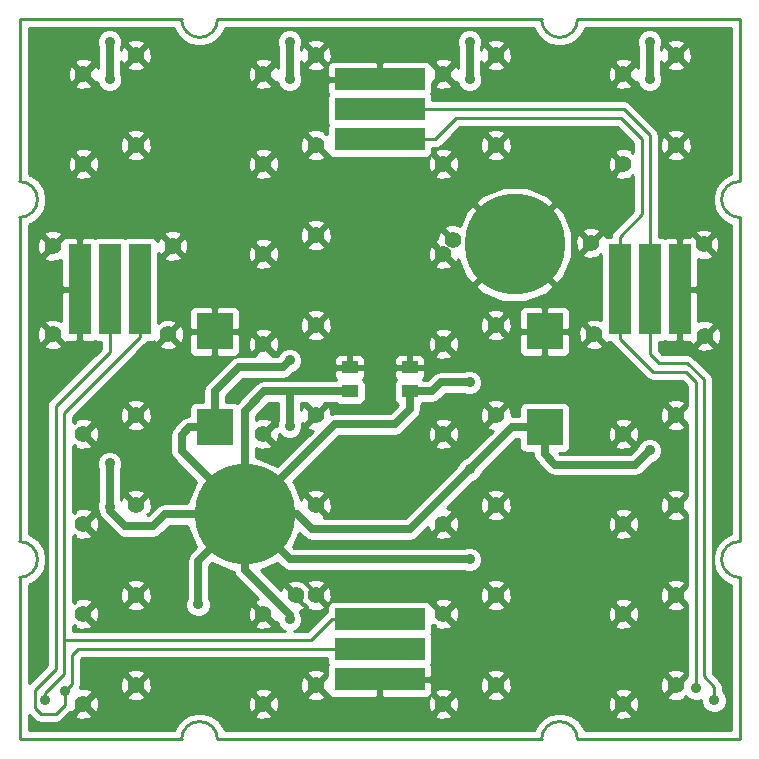
<source format=gbl>
G04 #@! TF.FileFunction,Copper,L2,Bot,Signal*
%FSLAX46Y46*%
G04 Gerber Fmt 4.6, Leading zero omitted, Abs format (unit mm)*
G04 Created by KiCad (PCBNEW 4.0.2-4+6225~38~ubuntu15.04.1-stable) date Wed Feb 24 14:52:56 2016*
%MOMM*%
G01*
G04 APERTURE LIST*
%ADD10C,0.254000*%
%ADD11C,8.500000*%
%ADD12R,1.422400X1.066800*%
%ADD13R,3.048000X3.048000*%
%ADD14R,7.620000X1.905000*%
%ADD15R,1.905000X7.620000*%
%ADD16C,1.400000*%
%ADD17C,0.889000*%
%ADD18C,0.635000*%
G04 APERTURE END LIST*
D10*
X44196000Y0D02*
X16764000Y0D01*
X60960000Y0D02*
X47244000Y0D01*
X60960000Y13716000D02*
X60960000Y0D01*
X60960000Y44196000D02*
X60960000Y16764000D01*
X60960000Y60960000D02*
X60960000Y47244000D01*
X47244000Y60960000D02*
X60960000Y60960000D01*
X16764000Y60960000D02*
X44196000Y60960000D01*
X0Y60960000D02*
X13716000Y60960000D01*
X0Y47244000D02*
X0Y60960000D01*
X0Y16764000D02*
X0Y44196000D01*
X0Y0D02*
X0Y13716000D01*
X13716000Y0D02*
X0Y0D01*
X60960000Y16764000D02*
G75*
G03X59436000Y15240000I0J-1524000D01*
G01*
X59436000Y15240000D02*
G75*
G03X60960000Y13716000I1524000J0D01*
G01*
X60960000Y47244000D02*
G75*
G03X59436000Y45720000I0J-1524000D01*
G01*
X59436000Y45720000D02*
G75*
G03X60960000Y44196000I1524000J0D01*
G01*
X44196000Y60960000D02*
G75*
G03X45720000Y59436000I1524000J0D01*
G01*
X45720000Y59436000D02*
G75*
G03X47244000Y60960000I0J1524000D01*
G01*
X13716000Y60960000D02*
G75*
G03X15240000Y59436000I1524000J0D01*
G01*
X15240000Y59436000D02*
G75*
G03X16764000Y60960000I0J1524000D01*
G01*
X0Y44196000D02*
G75*
G03X1524000Y45720000I0J1524000D01*
G01*
X1524000Y45720000D02*
G75*
G03X0Y47244000I-1524000J0D01*
G01*
X0Y13716000D02*
G75*
G03X1524000Y15240000I0J1524000D01*
G01*
X1524000Y15240000D02*
G75*
G03X0Y16764000I-1524000J0D01*
G01*
X16764000Y0D02*
G75*
G03X15240000Y1524000I-1524000J0D01*
G01*
X15240000Y1524000D02*
G75*
G03X13716000Y0I0J-1524000D01*
G01*
X45720000Y1524000D02*
G75*
G03X44196000Y0I0J-1524000D01*
G01*
X47244000Y0D02*
G75*
G03X45720000Y1524000I-1524000J0D01*
G01*
D11*
X19050000Y19050000D03*
X41910000Y41910000D03*
D12*
X33020000Y31496000D03*
X33020000Y29464000D03*
X27940000Y31496000D03*
X27940000Y29464000D03*
D13*
X16510000Y26416000D03*
X16510000Y34544000D03*
X44450000Y26416000D03*
X44450000Y34544000D03*
D14*
X30480000Y55880000D03*
X30480000Y53340000D03*
X30480000Y50800000D03*
X30480000Y10160000D03*
X30480000Y7620000D03*
X30480000Y5080000D03*
D15*
X55880000Y38100000D03*
X53340000Y38100000D03*
X50800000Y38100000D03*
X10160000Y38100000D03*
X7620000Y38100000D03*
X5080000Y38100000D03*
D16*
X2794000Y34290000D03*
X2794000Y41783000D03*
X12954000Y41783000D03*
X12573000Y34290000D03*
X23368000Y12192000D03*
X35890000Y41110000D03*
X36703000Y42291000D03*
X48641000Y34290000D03*
X48387000Y42037000D03*
X57912000Y41910000D03*
X58039000Y34163000D03*
X55550000Y4610000D03*
X51130000Y3010000D03*
X40310000Y4610000D03*
X35890000Y3010000D03*
X25070000Y4610000D03*
X20650000Y3010000D03*
X9830000Y4610000D03*
X5410000Y3010000D03*
X5410000Y25870000D03*
X5410000Y10630000D03*
X5410000Y18250000D03*
X5410000Y48730000D03*
X5410000Y56350000D03*
X9830000Y57950000D03*
X9830000Y50330000D03*
X9830000Y27470000D03*
X9830000Y19850000D03*
X9830000Y12230000D03*
X20650000Y10630000D03*
X20650000Y25870000D03*
X20650000Y33490000D03*
X20650000Y41110000D03*
X20650000Y48730000D03*
X20650000Y56350000D03*
X25070000Y57950000D03*
X25070000Y50330000D03*
X25070000Y42710000D03*
X25070000Y35090000D03*
X25070000Y27470000D03*
X25070000Y19850000D03*
X25070000Y12230000D03*
X35890000Y10630000D03*
X35890000Y18250000D03*
X35890000Y25870000D03*
X35890000Y33490000D03*
X35890000Y48730000D03*
X35890000Y56350000D03*
X40310000Y57950000D03*
X40310000Y50330000D03*
X40310000Y35090000D03*
X40310000Y27470000D03*
X40310000Y19850000D03*
X40310000Y12230000D03*
X51130000Y10630000D03*
X51130000Y18250000D03*
X51130000Y25870000D03*
X51130000Y48730000D03*
X51130000Y56350000D03*
X55550000Y57950000D03*
X55550000Y50330000D03*
X55550000Y27470000D03*
X55550000Y19850000D03*
X55550000Y12230000D03*
D17*
X2159000Y3302000D03*
X57277000Y4318000D03*
X38100000Y22860000D03*
X22860000Y32090000D03*
X7620000Y19685000D03*
X38100000Y15240000D03*
X22860000Y10160000D03*
X15113000Y11430000D03*
X53340000Y24470000D03*
X38100000Y30226000D03*
X22860000Y26543000D03*
X7620000Y23368000D03*
X53340000Y55880000D03*
X53340000Y59055000D03*
X38100000Y55880000D03*
X38100000Y59055000D03*
X22860000Y55880000D03*
X22860000Y59055000D03*
X7620000Y55880000D03*
X7620000Y59055000D03*
X3810000Y4064000D03*
X58801000Y3302000D03*
D10*
X3746500Y8382000D02*
X3746500Y5524500D01*
X3746500Y5524500D02*
X2159000Y3937000D01*
X3746500Y27622500D02*
X3746500Y8382000D01*
X24638000Y8382000D02*
X3746500Y8382000D01*
X26416000Y10160000D02*
X24638000Y8382000D01*
X30480000Y10160000D02*
X26416000Y10160000D01*
X10160000Y38100000D02*
X10160000Y34036000D01*
X3746500Y27622500D02*
X10160000Y34036000D01*
X2159000Y3937000D02*
X2159000Y3302000D01*
X30480000Y50800000D02*
X35179000Y50800000D01*
X50927000Y52578000D02*
X36957000Y52578000D01*
X36957000Y52578000D02*
X35179000Y50800000D01*
X52705000Y50800000D02*
X50927000Y52578000D01*
X52705000Y44450000D02*
X52705000Y50800000D01*
X50800000Y42545000D02*
X52705000Y44450000D01*
X50800000Y38100000D02*
X50800000Y42545000D01*
X57277000Y4318000D02*
X57277000Y30226000D01*
X57277000Y30226000D02*
X56388000Y31115000D01*
X50800000Y33909000D02*
X50800000Y38100000D01*
X53594000Y31115000D02*
X50800000Y33909000D01*
X56388000Y31115000D02*
X53594000Y31115000D01*
D18*
X18542000Y31496000D02*
X22266000Y31496000D01*
X22266000Y31496000D02*
X22860000Y32090000D01*
X44450000Y26416000D02*
X41656000Y26416000D01*
X45339000Y23241000D02*
X44450000Y24130000D01*
X44450000Y24130000D02*
X44450000Y26416000D01*
X52111000Y23241000D02*
X45339000Y23241000D01*
X16510000Y29464000D02*
X18542000Y31496000D01*
X16510000Y26416000D02*
X16510000Y29464000D01*
X19050000Y19050000D02*
X22860000Y15240000D01*
X22860000Y15240000D02*
X38100000Y15240000D01*
X19050000Y14351000D02*
X22860000Y10541000D01*
X22860000Y10541000D02*
X22860000Y10160000D01*
X19050000Y19050000D02*
X19050000Y14351000D01*
X15113000Y11430000D02*
X15113000Y15113000D01*
X15113000Y15113000D02*
X19050000Y19050000D01*
X13716000Y25781000D02*
X13716000Y24384000D01*
X13716000Y24384000D02*
X19050000Y19050000D01*
X16510000Y26416000D02*
X14351000Y26416000D01*
X14351000Y26416000D02*
X13716000Y25781000D01*
X20701000Y29464000D02*
X22860000Y29464000D01*
X22860000Y29464000D02*
X27940000Y29464000D01*
X22860000Y26543000D02*
X22860000Y29464000D01*
X19050000Y27813000D02*
X20701000Y29464000D01*
X19050000Y19050000D02*
X19050000Y27813000D01*
X11303000Y18034000D02*
X12319000Y19050000D01*
X12319000Y19050000D02*
X19050000Y19050000D01*
X8890000Y18034000D02*
X11303000Y18034000D01*
X7620000Y19304000D02*
X8890000Y18034000D01*
X7620000Y23368000D02*
X7620000Y19304000D01*
X52111000Y23241000D02*
X53340000Y24470000D01*
X34925000Y29464000D02*
X35687000Y30226000D01*
X35687000Y30226000D02*
X38100000Y30226000D01*
X33020000Y29464000D02*
X34925000Y29464000D01*
X53340000Y55880000D02*
X53340000Y59055000D01*
X38100000Y55880000D02*
X38100000Y59055000D01*
X22860000Y55880000D02*
X22860000Y59055000D01*
X7620000Y55880000D02*
X7620000Y59055000D01*
X19050000Y19050000D02*
X23495000Y19050000D01*
X33020000Y17780000D02*
X41656000Y26416000D01*
X24765000Y17780000D02*
X33020000Y17780000D01*
X23495000Y19050000D02*
X24765000Y17780000D01*
X33020000Y29464000D02*
X33020000Y27940000D01*
X26670000Y26670000D02*
X19050000Y19050000D01*
X31750000Y26670000D02*
X26670000Y26670000D01*
X33020000Y27940000D02*
X31750000Y26670000D01*
X19050000Y21590000D02*
X19050000Y19050000D01*
D10*
X4445000Y7112000D02*
X4445000Y4699000D01*
X4953000Y7620000D02*
X4445000Y7112000D01*
X4445000Y4699000D02*
X3810000Y4064000D01*
X3810000Y4064000D02*
X3810000Y2921000D01*
X3048000Y28194000D02*
X3048000Y5969000D01*
X7620000Y38100000D02*
X7620000Y32766000D01*
X3048000Y28194000D02*
X7620000Y32766000D01*
X1270000Y4191000D02*
X3048000Y5969000D01*
X3048000Y2159000D02*
X1778000Y2159000D01*
X1778000Y2159000D02*
X1270000Y2667000D01*
X1270000Y2667000D02*
X1270000Y4191000D01*
X3810000Y2921000D02*
X3048000Y2159000D01*
X4953000Y7620000D02*
X30480000Y7620000D01*
X58801000Y3302000D02*
X58801000Y4445000D01*
X58801000Y4445000D02*
X57912000Y5334000D01*
X57912000Y5334000D02*
X57912000Y30480000D01*
X53340000Y32639000D02*
X53340000Y38100000D01*
X57912000Y30480000D02*
X56515000Y31877000D01*
X56515000Y31877000D02*
X54102000Y31877000D01*
X54102000Y31877000D02*
X53340000Y32639000D01*
X30480000Y53340000D02*
X51181000Y53340000D01*
X51181000Y53340000D02*
X53340000Y51181000D01*
X53340000Y51181000D02*
X53340000Y38100000D01*
G36*
X13198428Y59953446D02*
X13528788Y59459027D01*
X13528789Y59459024D01*
X13633907Y59353907D01*
X13739024Y59248789D01*
X13739027Y59248788D01*
X14233446Y58918428D01*
X14508132Y58804649D01*
X14508136Y58804649D01*
X15091341Y58688642D01*
X15388659Y58688642D01*
X15971869Y58804650D01*
X16085647Y58851779D01*
X16246554Y58918428D01*
X16740973Y59248788D01*
X16740976Y59248789D01*
X16846093Y59353907D01*
X16951211Y59459024D01*
X16951212Y59459027D01*
X17281572Y59953446D01*
X17382870Y60198000D01*
X43577131Y60198000D01*
X43678428Y59953446D01*
X44008788Y59459027D01*
X44008789Y59459024D01*
X44113907Y59353907D01*
X44219024Y59248789D01*
X44219027Y59248788D01*
X44713446Y58918428D01*
X44988132Y58804649D01*
X44988136Y58804649D01*
X45571341Y58688642D01*
X45868659Y58688642D01*
X46451869Y58804650D01*
X46565647Y58851779D01*
X46726554Y58918428D01*
X47220973Y59248788D01*
X47220976Y59248789D01*
X47326093Y59353907D01*
X47431211Y59459024D01*
X47431212Y59459027D01*
X47761572Y59953446D01*
X47862870Y60198000D01*
X60198000Y60198000D01*
X60198000Y47862870D01*
X59953446Y47761572D01*
X59459027Y47431212D01*
X59459024Y47431211D01*
X59353907Y47326093D01*
X59248789Y47220976D01*
X59248789Y47220975D01*
X58918428Y46726554D01*
X58851779Y46565647D01*
X58804650Y46451869D01*
X58688642Y45868659D01*
X58688642Y45571341D01*
X58804650Y44988132D01*
X58918428Y44713446D01*
X59248788Y44219027D01*
X59248789Y44219024D01*
X59353907Y44113907D01*
X59459024Y44008789D01*
X59459027Y44008788D01*
X59953446Y43678428D01*
X60198000Y43577130D01*
X60198000Y17382870D01*
X59953446Y17281572D01*
X59459027Y16951212D01*
X59459024Y16951211D01*
X59353907Y16846093D01*
X59248789Y16740976D01*
X59248789Y16740975D01*
X58918428Y16246554D01*
X58866006Y16119995D01*
X58804650Y15971869D01*
X58688642Y15388659D01*
X58688642Y15091341D01*
X58804650Y14508132D01*
X58918428Y14233446D01*
X59248788Y13739027D01*
X59248789Y13739024D01*
X59353907Y13633907D01*
X59459024Y13528789D01*
X59459027Y13528788D01*
X59953446Y13198428D01*
X60198000Y13097130D01*
X60198000Y762000D01*
X47862870Y762000D01*
X47761572Y1006554D01*
X47431211Y1500975D01*
X47431211Y1500976D01*
X47326093Y1606093D01*
X47220976Y1711211D01*
X47220973Y1711212D01*
X46726554Y2041572D01*
X46646515Y2074725D01*
X50374331Y2074725D01*
X50436169Y1838958D01*
X50937122Y1662581D01*
X51467440Y1691336D01*
X51823831Y1838958D01*
X51885669Y2074725D01*
X51130000Y2830395D01*
X50374331Y2074725D01*
X46646515Y2074725D01*
X46565647Y2108221D01*
X46451869Y2155350D01*
X45868659Y2271358D01*
X45571341Y2271358D01*
X44988136Y2155351D01*
X44713446Y2041572D01*
X44219027Y1711212D01*
X44219024Y1711211D01*
X44113907Y1606093D01*
X44008789Y1500976D01*
X44008789Y1500975D01*
X43678428Y1006554D01*
X43611779Y845647D01*
X43577131Y762000D01*
X17382870Y762000D01*
X17281572Y1006554D01*
X16951211Y1500975D01*
X16951211Y1500976D01*
X16846093Y1606093D01*
X16740976Y1711211D01*
X16740973Y1711212D01*
X16246554Y2041572D01*
X16166515Y2074725D01*
X19894331Y2074725D01*
X19956169Y1838958D01*
X20457122Y1662581D01*
X20987440Y1691336D01*
X21343831Y1838958D01*
X21405669Y2074725D01*
X35134331Y2074725D01*
X35196169Y1838958D01*
X35697122Y1662581D01*
X36227440Y1691336D01*
X36583831Y1838958D01*
X36645669Y2074725D01*
X35890000Y2830395D01*
X35134331Y2074725D01*
X21405669Y2074725D01*
X20650000Y2830395D01*
X19894331Y2074725D01*
X16166515Y2074725D01*
X16085647Y2108221D01*
X15971869Y2155350D01*
X15388659Y2271358D01*
X15091341Y2271358D01*
X14508136Y2155351D01*
X14233446Y2041572D01*
X13739027Y1711212D01*
X13739024Y1711211D01*
X13633907Y1606093D01*
X13528789Y1500976D01*
X13528789Y1500975D01*
X13198428Y1006554D01*
X13131779Y845647D01*
X13097131Y762000D01*
X762000Y762000D01*
X762000Y2097370D01*
X1239184Y1620185D01*
X1486395Y1455004D01*
X1778000Y1397000D01*
X3048000Y1397000D01*
X3339605Y1455004D01*
X3586815Y1620185D01*
X4041355Y2074725D01*
X4654331Y2074725D01*
X4716169Y1838958D01*
X5217122Y1662581D01*
X5747440Y1691336D01*
X6103831Y1838958D01*
X6165669Y2074725D01*
X5410000Y2830395D01*
X4654331Y2074725D01*
X4041355Y2074725D01*
X4273690Y2307059D01*
X4474725Y2254331D01*
X5230395Y3010000D01*
X5589605Y3010000D01*
X6345275Y2254331D01*
X6581042Y2316169D01*
X6757419Y2817122D01*
X6736503Y3202878D01*
X19302581Y3202878D01*
X19331336Y2672560D01*
X19478958Y2316169D01*
X19714725Y2254331D01*
X20470395Y3010000D01*
X20829605Y3010000D01*
X21585275Y2254331D01*
X21821042Y2316169D01*
X21997419Y2817122D01*
X21968664Y3347440D01*
X21833099Y3674725D01*
X24314331Y3674725D01*
X24376169Y3438958D01*
X24877122Y3262581D01*
X25407440Y3291336D01*
X25763831Y3438958D01*
X25825669Y3674725D01*
X25070000Y4430395D01*
X24314331Y3674725D01*
X21833099Y3674725D01*
X21821042Y3703831D01*
X21585275Y3765669D01*
X20829605Y3010000D01*
X20470395Y3010000D01*
X19714725Y3765669D01*
X19478958Y3703831D01*
X19302581Y3202878D01*
X6736503Y3202878D01*
X6728664Y3347440D01*
X6593099Y3674725D01*
X9074331Y3674725D01*
X9136169Y3438958D01*
X9637122Y3262581D01*
X10167440Y3291336D01*
X10523831Y3438958D01*
X10585669Y3674725D01*
X9830000Y4430395D01*
X9074331Y3674725D01*
X6593099Y3674725D01*
X6581042Y3703831D01*
X6345275Y3765669D01*
X5589605Y3010000D01*
X5230395Y3010000D01*
X5216252Y3024142D01*
X5395858Y3203748D01*
X5410000Y3189605D01*
X6165669Y3945275D01*
X6103831Y4181042D01*
X5602878Y4357419D01*
X5097285Y4330005D01*
X5115603Y4357419D01*
X5148996Y4407395D01*
X5207000Y4699000D01*
X5207000Y4802878D01*
X8482581Y4802878D01*
X8511336Y4272560D01*
X8658958Y3916169D01*
X8894725Y3854331D01*
X9650395Y4610000D01*
X10009605Y4610000D01*
X10765275Y3854331D01*
X11001042Y3916169D01*
X11011289Y3945275D01*
X19894331Y3945275D01*
X20650000Y3189605D01*
X21405669Y3945275D01*
X21343831Y4181042D01*
X20842878Y4357419D01*
X20312560Y4328664D01*
X19956169Y4181042D01*
X19894331Y3945275D01*
X11011289Y3945275D01*
X11177419Y4417122D01*
X11156503Y4802878D01*
X23722581Y4802878D01*
X23751336Y4272560D01*
X23898958Y3916169D01*
X24134725Y3854331D01*
X24890395Y4610000D01*
X24134725Y5365669D01*
X23898958Y5303831D01*
X23722581Y4802878D01*
X11156503Y4802878D01*
X11148664Y4947440D01*
X11001042Y5303831D01*
X10765275Y5365669D01*
X10009605Y4610000D01*
X9650395Y4610000D01*
X8894725Y5365669D01*
X8658958Y5303831D01*
X8482581Y4802878D01*
X5207000Y4802878D01*
X5207000Y5545275D01*
X9074331Y5545275D01*
X9830000Y4789605D01*
X10585669Y5545275D01*
X24314331Y5545275D01*
X25070000Y4789605D01*
X25825669Y5545275D01*
X25763831Y5781042D01*
X25262878Y5957419D01*
X24732560Y5928664D01*
X24376169Y5781042D01*
X24314331Y5545275D01*
X10585669Y5545275D01*
X10523831Y5781042D01*
X10022878Y5957419D01*
X9492560Y5928664D01*
X9136169Y5781042D01*
X9074331Y5545275D01*
X5207000Y5545275D01*
X5207000Y6796370D01*
X5268631Y6858000D01*
X26022560Y6858000D01*
X26022560Y6667500D01*
X26066838Y6432183D01*
X26116359Y6355226D01*
X26035000Y6158809D01*
X26035000Y5365750D01*
X26045678Y5355072D01*
X26005275Y5365669D01*
X25249605Y4610000D01*
X26005275Y3854331D01*
X26086957Y3875755D01*
X26131673Y3767802D01*
X26310301Y3589173D01*
X26543690Y3492500D01*
X30194250Y3492500D01*
X30353000Y3651250D01*
X30353000Y4953000D01*
X30607000Y4953000D01*
X30607000Y3651250D01*
X30765750Y3492500D01*
X34416310Y3492500D01*
X34649699Y3589173D01*
X34694288Y3633762D01*
X34542581Y3202878D01*
X34571336Y2672560D01*
X34718958Y2316169D01*
X34954725Y2254331D01*
X35710395Y3010000D01*
X36069605Y3010000D01*
X36825275Y2254331D01*
X37061042Y2316169D01*
X37237419Y2817122D01*
X37216503Y3202878D01*
X49782581Y3202878D01*
X49811336Y2672560D01*
X49958958Y2316169D01*
X50194725Y2254331D01*
X50950395Y3010000D01*
X51309605Y3010000D01*
X52065275Y2254331D01*
X52301042Y2316169D01*
X52477419Y2817122D01*
X52448664Y3347440D01*
X52301042Y3703831D01*
X52065275Y3765669D01*
X51309605Y3010000D01*
X50950395Y3010000D01*
X50194725Y3765669D01*
X49958958Y3703831D01*
X49782581Y3202878D01*
X37216503Y3202878D01*
X37208664Y3347440D01*
X37073099Y3674725D01*
X39554331Y3674725D01*
X39616169Y3438958D01*
X40117122Y3262581D01*
X40647440Y3291336D01*
X41003831Y3438958D01*
X41065669Y3674725D01*
X40310000Y4430395D01*
X39554331Y3674725D01*
X37073099Y3674725D01*
X37061042Y3703831D01*
X36825275Y3765669D01*
X36069605Y3010000D01*
X35710395Y3010000D01*
X34954725Y3765669D01*
X34780497Y3719972D01*
X34828327Y3767802D01*
X34901838Y3945275D01*
X35134331Y3945275D01*
X35890000Y3189605D01*
X36645669Y3945275D01*
X36583831Y4181042D01*
X36082878Y4357419D01*
X35552560Y4328664D01*
X35196169Y4181042D01*
X35134331Y3945275D01*
X34901838Y3945275D01*
X34925000Y4001191D01*
X34925000Y4794250D01*
X34916372Y4802878D01*
X38962581Y4802878D01*
X38991336Y4272560D01*
X39138958Y3916169D01*
X39374725Y3854331D01*
X40130395Y4610000D01*
X40489605Y4610000D01*
X41245275Y3854331D01*
X41481042Y3916169D01*
X41491289Y3945275D01*
X50374331Y3945275D01*
X51130000Y3189605D01*
X51885669Y3945275D01*
X51823831Y4181042D01*
X51322878Y4357419D01*
X50792560Y4328664D01*
X50436169Y4181042D01*
X50374331Y3945275D01*
X41491289Y3945275D01*
X41657419Y4417122D01*
X41636503Y4802878D01*
X54202581Y4802878D01*
X54231336Y4272560D01*
X54378958Y3916169D01*
X54614725Y3854331D01*
X55370395Y4610000D01*
X54614725Y5365669D01*
X54378958Y5303831D01*
X54202581Y4802878D01*
X41636503Y4802878D01*
X41628664Y4947440D01*
X41481042Y5303831D01*
X41245275Y5365669D01*
X40489605Y4610000D01*
X40130395Y4610000D01*
X39374725Y5365669D01*
X39138958Y5303831D01*
X38962581Y4802878D01*
X34916372Y4802878D01*
X34766250Y4953000D01*
X30607000Y4953000D01*
X30353000Y4953000D01*
X30333000Y4953000D01*
X30333000Y5207000D01*
X30353000Y5207000D01*
X30353000Y5227000D01*
X30607000Y5227000D01*
X30607000Y5207000D01*
X34766250Y5207000D01*
X34925000Y5365750D01*
X34925000Y5545275D01*
X39554331Y5545275D01*
X40310000Y4789605D01*
X41065669Y5545275D01*
X54794331Y5545275D01*
X55550000Y4789605D01*
X56305669Y5545275D01*
X56243831Y5781042D01*
X55742878Y5957419D01*
X55212560Y5928664D01*
X54856169Y5781042D01*
X54794331Y5545275D01*
X41065669Y5545275D01*
X41003831Y5781042D01*
X40502878Y5957419D01*
X39972560Y5928664D01*
X39616169Y5781042D01*
X39554331Y5545275D01*
X34925000Y5545275D01*
X34925000Y6158809D01*
X34844219Y6353831D01*
X34886431Y6415610D01*
X34937440Y6667500D01*
X34937440Y8572500D01*
X34893162Y8807817D01*
X34840920Y8889003D01*
X34886431Y8955610D01*
X34937440Y9207500D01*
X34937440Y9661116D01*
X35019082Y9579474D01*
X35134331Y9694723D01*
X35196169Y9458958D01*
X35697122Y9282581D01*
X36227440Y9311336D01*
X36583831Y9458958D01*
X36645669Y9694725D01*
X50374331Y9694725D01*
X50436169Y9458958D01*
X50937122Y9282581D01*
X51467440Y9311336D01*
X51823831Y9458958D01*
X51885669Y9694725D01*
X51130000Y10450395D01*
X50374331Y9694725D01*
X36645669Y9694725D01*
X35890000Y10450395D01*
X35875858Y10436252D01*
X35696252Y10615858D01*
X35710395Y10630000D01*
X36069605Y10630000D01*
X36825275Y9874331D01*
X37061042Y9936169D01*
X37237419Y10437122D01*
X37216503Y10822878D01*
X49782581Y10822878D01*
X49811336Y10292560D01*
X49958958Y9936169D01*
X50194725Y9874331D01*
X50950395Y10630000D01*
X51309605Y10630000D01*
X52065275Y9874331D01*
X52301042Y9936169D01*
X52477419Y10437122D01*
X52448664Y10967440D01*
X52313099Y11294725D01*
X54794331Y11294725D01*
X54856169Y11058958D01*
X55357122Y10882581D01*
X55887440Y10911336D01*
X56243831Y11058958D01*
X56305669Y11294725D01*
X55550000Y12050395D01*
X54794331Y11294725D01*
X52313099Y11294725D01*
X52301042Y11323831D01*
X52065275Y11385669D01*
X51309605Y10630000D01*
X50950395Y10630000D01*
X50194725Y11385669D01*
X49958958Y11323831D01*
X49782581Y10822878D01*
X37216503Y10822878D01*
X37208664Y10967440D01*
X37073099Y11294725D01*
X39554331Y11294725D01*
X39616169Y11058958D01*
X40117122Y10882581D01*
X40647440Y10911336D01*
X41003831Y11058958D01*
X41065669Y11294725D01*
X40310000Y12050395D01*
X39554331Y11294725D01*
X37073099Y11294725D01*
X37061042Y11323831D01*
X36825275Y11385669D01*
X36069605Y10630000D01*
X35710395Y10630000D01*
X34954725Y11385669D01*
X34881212Y11366388D01*
X34754090Y11563941D01*
X34752138Y11565275D01*
X35134331Y11565275D01*
X35890000Y10809605D01*
X36645669Y11565275D01*
X36583831Y11801042D01*
X36082878Y11977419D01*
X35552560Y11948664D01*
X35196169Y11801042D01*
X35134331Y11565275D01*
X34752138Y11565275D01*
X34541890Y11708931D01*
X34290000Y11759940D01*
X26670000Y11759940D01*
X26434683Y11715662D01*
X26266028Y11607136D01*
X26417419Y12037122D01*
X26396503Y12422878D01*
X38962581Y12422878D01*
X38991336Y11892560D01*
X39138958Y11536169D01*
X39374725Y11474331D01*
X40130395Y12230000D01*
X40489605Y12230000D01*
X41245275Y11474331D01*
X41481042Y11536169D01*
X41491289Y11565275D01*
X50374331Y11565275D01*
X51130000Y10809605D01*
X51885669Y11565275D01*
X51823831Y11801042D01*
X51322878Y11977419D01*
X50792560Y11948664D01*
X50436169Y11801042D01*
X50374331Y11565275D01*
X41491289Y11565275D01*
X41657419Y12037122D01*
X41636503Y12422878D01*
X54202581Y12422878D01*
X54231336Y11892560D01*
X54378958Y11536169D01*
X54614725Y11474331D01*
X55370395Y12230000D01*
X54614725Y12985669D01*
X54378958Y12923831D01*
X54202581Y12422878D01*
X41636503Y12422878D01*
X41628664Y12567440D01*
X41481042Y12923831D01*
X41245275Y12985669D01*
X40489605Y12230000D01*
X40130395Y12230000D01*
X39374725Y12985669D01*
X39138958Y12923831D01*
X38962581Y12422878D01*
X26396503Y12422878D01*
X26388664Y12567440D01*
X26241042Y12923831D01*
X26005275Y12985669D01*
X25249605Y12230000D01*
X26005275Y11474331D01*
X26180001Y11520159D01*
X26073569Y11364390D01*
X26022560Y11112500D01*
X26022560Y10795952D01*
X25877185Y10698816D01*
X24322370Y9144000D01*
X23227918Y9144000D01*
X23470689Y9244311D01*
X23774622Y9547714D01*
X23939313Y9944332D01*
X23939687Y10373784D01*
X23775689Y10770689D01*
X23764603Y10781795D01*
X23743277Y10889008D01*
X24061831Y11020958D01*
X24123287Y11255269D01*
X24199082Y11179474D01*
X24314331Y11294723D01*
X24376169Y11058958D01*
X24877122Y10882581D01*
X25407440Y10911336D01*
X25763831Y11058958D01*
X25825669Y11294725D01*
X25070000Y12050395D01*
X25055858Y12036252D01*
X24876253Y12215857D01*
X24890395Y12230000D01*
X24692151Y12428244D01*
X24686664Y12529440D01*
X24539042Y12885831D01*
X24303277Y12947669D01*
X24417607Y13061999D01*
X25070000Y12409605D01*
X25825669Y13165275D01*
X39554331Y13165275D01*
X40310000Y12409605D01*
X41065669Y13165275D01*
X54794331Y13165275D01*
X55550000Y12409605D01*
X56305669Y13165275D01*
X56243831Y13401042D01*
X55742878Y13577419D01*
X55212560Y13548664D01*
X54856169Y13401042D01*
X54794331Y13165275D01*
X41065669Y13165275D01*
X41003831Y13401042D01*
X40502878Y13577419D01*
X39972560Y13548664D01*
X39616169Y13401042D01*
X39554331Y13165275D01*
X25825669Y13165275D01*
X25763831Y13401042D01*
X25262878Y13577419D01*
X24732560Y13548664D01*
X24376169Y13401042D01*
X24314713Y13166731D01*
X24238918Y13242526D01*
X24123669Y13127277D01*
X24061831Y13363042D01*
X23560878Y13539419D01*
X23030560Y13510664D01*
X22674169Y13363042D01*
X22612331Y13127275D01*
X23368000Y12371605D01*
X23382142Y12385748D01*
X23561748Y12206142D01*
X23547605Y12192000D01*
X23745849Y11993756D01*
X23751336Y11892560D01*
X23898958Y11536169D01*
X24134723Y11474331D01*
X24020393Y11360001D01*
X23368000Y12012395D01*
X23353858Y11998252D01*
X23174252Y12177858D01*
X23188395Y12192000D01*
X22432725Y12947669D01*
X22196958Y12885831D01*
X22109789Y12638249D01*
X20418261Y14329777D01*
X21813515Y14906284D01*
X21830111Y14922851D01*
X22186481Y14566481D01*
X22495494Y14360005D01*
X22860000Y14287500D01*
X37578934Y14287500D01*
X37884332Y14160687D01*
X38313784Y14160313D01*
X38710689Y14324311D01*
X39014622Y14627714D01*
X39179313Y15024332D01*
X39179687Y15453784D01*
X39015689Y15850689D01*
X38712286Y16154622D01*
X38315668Y16319313D01*
X37886216Y16319687D01*
X37578400Y16192500D01*
X23254538Y16192500D01*
X23178325Y16268713D01*
X23188887Y16279257D01*
X23696423Y17501539D01*
X24091481Y17106481D01*
X24400494Y16900005D01*
X24765000Y16827500D01*
X33020000Y16827500D01*
X33384506Y16900005D01*
X33693519Y17106481D01*
X33901763Y17314725D01*
X35134331Y17314725D01*
X35196169Y17078958D01*
X35697122Y16902581D01*
X36227440Y16931336D01*
X36583831Y17078958D01*
X36645669Y17314725D01*
X50374331Y17314725D01*
X50436169Y17078958D01*
X50937122Y16902581D01*
X51467440Y16931336D01*
X51823831Y17078958D01*
X51885669Y17314725D01*
X51130000Y18070395D01*
X50374331Y17314725D01*
X36645669Y17314725D01*
X35890000Y18070395D01*
X35134331Y17314725D01*
X33901763Y17314725D01*
X34567646Y17980608D01*
X34571336Y17912560D01*
X34718958Y17556169D01*
X34954725Y17494331D01*
X35710395Y18250000D01*
X36069605Y18250000D01*
X36825275Y17494331D01*
X37061042Y17556169D01*
X37237419Y18057122D01*
X37216503Y18442878D01*
X49782581Y18442878D01*
X49811336Y17912560D01*
X49958958Y17556169D01*
X50194725Y17494331D01*
X50950395Y18250000D01*
X51309605Y18250000D01*
X52065275Y17494331D01*
X52301042Y17556169D01*
X52477419Y18057122D01*
X52448664Y18587440D01*
X52313099Y18914725D01*
X54794331Y18914725D01*
X54856169Y18678958D01*
X55357122Y18502581D01*
X55887440Y18531336D01*
X56243831Y18678958D01*
X56305669Y18914725D01*
X55550000Y19670395D01*
X54794331Y18914725D01*
X52313099Y18914725D01*
X52301042Y18943831D01*
X52065275Y19005669D01*
X51309605Y18250000D01*
X50950395Y18250000D01*
X50194725Y19005669D01*
X49958958Y18943831D01*
X49782581Y18442878D01*
X37216503Y18442878D01*
X37208664Y18587440D01*
X37073099Y18914725D01*
X39554331Y18914725D01*
X39616169Y18678958D01*
X40117122Y18502581D01*
X40647440Y18531336D01*
X41003831Y18678958D01*
X41065669Y18914725D01*
X40310000Y19670395D01*
X39554331Y18914725D01*
X37073099Y18914725D01*
X37061042Y18943831D01*
X36825275Y19005669D01*
X36069605Y18250000D01*
X35710395Y18250000D01*
X35696252Y18264142D01*
X35875858Y18443748D01*
X35890000Y18429605D01*
X36645669Y19185275D01*
X36583831Y19421042D01*
X36158006Y19570968D01*
X36629916Y20042878D01*
X38962581Y20042878D01*
X38991336Y19512560D01*
X39138958Y19156169D01*
X39374725Y19094331D01*
X40130395Y19850000D01*
X40489605Y19850000D01*
X41245275Y19094331D01*
X41481042Y19156169D01*
X41491289Y19185275D01*
X50374331Y19185275D01*
X51130000Y18429605D01*
X51885669Y19185275D01*
X51823831Y19421042D01*
X51322878Y19597419D01*
X50792560Y19568664D01*
X50436169Y19421042D01*
X50374331Y19185275D01*
X41491289Y19185275D01*
X41657419Y19657122D01*
X41636503Y20042878D01*
X54202581Y20042878D01*
X54231336Y19512560D01*
X54378958Y19156169D01*
X54614725Y19094331D01*
X55370395Y19850000D01*
X54614725Y20605669D01*
X54378958Y20543831D01*
X54202581Y20042878D01*
X41636503Y20042878D01*
X41628664Y20187440D01*
X41481042Y20543831D01*
X41245275Y20605669D01*
X40489605Y19850000D01*
X40130395Y19850000D01*
X39374725Y20605669D01*
X39138958Y20543831D01*
X38962581Y20042878D01*
X36629916Y20042878D01*
X37372313Y20785275D01*
X39554331Y20785275D01*
X40310000Y20029605D01*
X41065669Y20785275D01*
X54794331Y20785275D01*
X55550000Y20029605D01*
X56305669Y20785275D01*
X56243831Y21021042D01*
X55742878Y21197419D01*
X55212560Y21168664D01*
X54856169Y21021042D01*
X54794331Y20785275D01*
X41065669Y20785275D01*
X41003831Y21021042D01*
X40502878Y21197419D01*
X39972560Y21168664D01*
X39616169Y21021042D01*
X39554331Y20785275D01*
X37372313Y20785275D01*
X38405069Y21818031D01*
X38710689Y21944311D01*
X39014622Y22247714D01*
X39142347Y22555309D01*
X42050538Y25463500D01*
X42278560Y25463500D01*
X42278560Y24892000D01*
X42322838Y24656683D01*
X42461910Y24440559D01*
X42674110Y24295569D01*
X42926000Y24244560D01*
X43497500Y24244560D01*
X43497500Y24130000D01*
X43570005Y23765494D01*
X43776481Y23456481D01*
X44665481Y22567481D01*
X44974494Y22361005D01*
X45339000Y22288500D01*
X52111000Y22288500D01*
X52475506Y22361005D01*
X52784519Y22567481D01*
X53645071Y23428032D01*
X53950689Y23554311D01*
X54254622Y23857714D01*
X54419313Y24254332D01*
X54419687Y24683784D01*
X54255689Y25080689D01*
X53952286Y25384622D01*
X53555668Y25549313D01*
X53126216Y25549687D01*
X52729311Y25385689D01*
X52425378Y25082286D01*
X52297653Y24774692D01*
X51716462Y24193500D01*
X45733538Y24193500D01*
X45682478Y24244560D01*
X45974000Y24244560D01*
X46209317Y24288838D01*
X46425441Y24427910D01*
X46570431Y24640110D01*
X46621440Y24892000D01*
X46621440Y24934725D01*
X50374331Y24934725D01*
X50436169Y24698958D01*
X50937122Y24522581D01*
X51467440Y24551336D01*
X51823831Y24698958D01*
X51885669Y24934725D01*
X51130000Y25690395D01*
X50374331Y24934725D01*
X46621440Y24934725D01*
X46621440Y26062878D01*
X49782581Y26062878D01*
X49811336Y25532560D01*
X49958958Y25176169D01*
X50194725Y25114331D01*
X50950395Y25870000D01*
X51309605Y25870000D01*
X52065275Y25114331D01*
X52301042Y25176169D01*
X52477419Y25677122D01*
X52448664Y26207440D01*
X52313099Y26534725D01*
X54794331Y26534725D01*
X54856169Y26298958D01*
X55357122Y26122581D01*
X55887440Y26151336D01*
X56243831Y26298958D01*
X56305669Y26534725D01*
X55550000Y27290395D01*
X54794331Y26534725D01*
X52313099Y26534725D01*
X52301042Y26563831D01*
X52065275Y26625669D01*
X51309605Y25870000D01*
X50950395Y25870000D01*
X50194725Y26625669D01*
X49958958Y26563831D01*
X49782581Y26062878D01*
X46621440Y26062878D01*
X46621440Y26805275D01*
X50374331Y26805275D01*
X51130000Y26049605D01*
X51885669Y26805275D01*
X51823831Y27041042D01*
X51322878Y27217419D01*
X50792560Y27188664D01*
X50436169Y27041042D01*
X50374331Y26805275D01*
X46621440Y26805275D01*
X46621440Y27662878D01*
X54202581Y27662878D01*
X54231336Y27132560D01*
X54378958Y26776169D01*
X54614725Y26714331D01*
X55370395Y27470000D01*
X54614725Y28225669D01*
X54378958Y28163831D01*
X54202581Y27662878D01*
X46621440Y27662878D01*
X46621440Y27940000D01*
X46577162Y28175317D01*
X46438090Y28391441D01*
X46417844Y28405275D01*
X54794331Y28405275D01*
X55550000Y27649605D01*
X56305669Y28405275D01*
X56243831Y28641042D01*
X55742878Y28817419D01*
X55212560Y28788664D01*
X54856169Y28641042D01*
X54794331Y28405275D01*
X46417844Y28405275D01*
X46225890Y28536431D01*
X45974000Y28587440D01*
X42926000Y28587440D01*
X42690683Y28543162D01*
X42474559Y28404090D01*
X42329569Y28191890D01*
X42278560Y27940000D01*
X42278560Y27368500D01*
X41656000Y27368500D01*
X41652502Y27367804D01*
X41628664Y27807440D01*
X41481042Y28163831D01*
X41245275Y28225669D01*
X40489605Y27470000D01*
X40503748Y27455858D01*
X40324142Y27276252D01*
X40310000Y27290395D01*
X39554331Y26534725D01*
X39616169Y26298958D01*
X40041994Y26149032D01*
X37794931Y23901969D01*
X37489311Y23775689D01*
X37185378Y23472286D01*
X37057653Y23164691D01*
X32625462Y18732500D01*
X25777874Y18732500D01*
X25825669Y18914725D01*
X25070000Y19670395D01*
X25055858Y19656252D01*
X24876252Y19835858D01*
X24890395Y19850000D01*
X25249605Y19850000D01*
X26005275Y19094331D01*
X26241042Y19156169D01*
X26417419Y19657122D01*
X26388664Y20187440D01*
X26241042Y20543831D01*
X26005275Y20605669D01*
X25249605Y19850000D01*
X24890395Y19850000D01*
X24134725Y20605669D01*
X23898958Y20543831D01*
X23815860Y20307812D01*
X23618577Y20785275D01*
X24314331Y20785275D01*
X25070000Y20029605D01*
X25825669Y20785275D01*
X25763831Y21021042D01*
X25262878Y21197419D01*
X24732560Y21168664D01*
X24376169Y21021042D01*
X24314331Y20785275D01*
X23618577Y20785275D01*
X23193716Y21813515D01*
X23177149Y21830111D01*
X26281763Y24934725D01*
X35134331Y24934725D01*
X35196169Y24698958D01*
X35697122Y24522581D01*
X36227440Y24551336D01*
X36583831Y24698958D01*
X36645669Y24934725D01*
X35890000Y25690395D01*
X35134331Y24934725D01*
X26281763Y24934725D01*
X27064538Y25717500D01*
X31750000Y25717500D01*
X32114506Y25790005D01*
X32423519Y25996481D01*
X32489916Y26062878D01*
X34542581Y26062878D01*
X34571336Y25532560D01*
X34718958Y25176169D01*
X34954725Y25114331D01*
X35710395Y25870000D01*
X36069605Y25870000D01*
X36825275Y25114331D01*
X37061042Y25176169D01*
X37237419Y25677122D01*
X37208664Y26207440D01*
X37061042Y26563831D01*
X36825275Y26625669D01*
X36069605Y25870000D01*
X35710395Y25870000D01*
X34954725Y26625669D01*
X34718958Y26563831D01*
X34542581Y26062878D01*
X32489916Y26062878D01*
X33232313Y26805275D01*
X35134331Y26805275D01*
X35890000Y26049605D01*
X36645669Y26805275D01*
X36583831Y27041042D01*
X36082878Y27217419D01*
X35552560Y27188664D01*
X35196169Y27041042D01*
X35134331Y26805275D01*
X33232313Y26805275D01*
X33693519Y27266481D01*
X33899995Y27575494D01*
X33917376Y27662878D01*
X38962581Y27662878D01*
X38991336Y27132560D01*
X39138958Y26776169D01*
X39374725Y26714331D01*
X40130395Y27470000D01*
X39374725Y28225669D01*
X39138958Y28163831D01*
X38962581Y27662878D01*
X33917376Y27662878D01*
X33972500Y27940000D01*
X33972500Y28331288D01*
X34087479Y28405275D01*
X39554331Y28405275D01*
X40310000Y27649605D01*
X41065669Y28405275D01*
X41003831Y28641042D01*
X40502878Y28817419D01*
X39972560Y28788664D01*
X39616169Y28641042D01*
X39554331Y28405275D01*
X34087479Y28405275D01*
X34182641Y28466510D01*
X34213381Y28511500D01*
X34925000Y28511500D01*
X35289506Y28584005D01*
X35598519Y28790481D01*
X36081538Y29273500D01*
X37578934Y29273500D01*
X37884332Y29146687D01*
X38313784Y29146313D01*
X38710689Y29310311D01*
X39014622Y29613714D01*
X39179313Y30010332D01*
X39179687Y30439784D01*
X39015689Y30836689D01*
X38712286Y31140622D01*
X38315668Y31305313D01*
X37886216Y31305687D01*
X37578400Y31178500D01*
X35687000Y31178500D01*
X35322494Y31105995D01*
X35013481Y30899519D01*
X34530462Y30416500D01*
X34216101Y30416500D01*
X34195290Y30448841D01*
X34147868Y30481243D01*
X34269527Y30602902D01*
X34366200Y30836291D01*
X34366200Y31210250D01*
X34207450Y31369000D01*
X33147000Y31369000D01*
X33147000Y31349000D01*
X32893000Y31349000D01*
X32893000Y31369000D01*
X31832550Y31369000D01*
X31673800Y31210250D01*
X31673800Y30836291D01*
X31770473Y30602902D01*
X31890536Y30482839D01*
X31857359Y30461490D01*
X31712369Y30249290D01*
X31661360Y29997400D01*
X31661360Y28930600D01*
X31705638Y28695283D01*
X31844710Y28479159D01*
X32056910Y28334169D01*
X32065410Y28332448D01*
X31355462Y27622500D01*
X26670000Y27622500D01*
X26401587Y27569109D01*
X26388664Y27807440D01*
X26241042Y28163831D01*
X26005275Y28225669D01*
X25249605Y27470000D01*
X25263748Y27455858D01*
X25084142Y27276252D01*
X25070000Y27290395D01*
X24314331Y26534725D01*
X24376169Y26298958D01*
X24801994Y26149032D01*
X21831287Y23178325D01*
X21820743Y23188887D01*
X20025950Y23934150D01*
X20002500Y23934170D01*
X20002500Y24682646D01*
X20457122Y24522581D01*
X20987440Y24551336D01*
X21343831Y24698958D01*
X21405669Y24934725D01*
X20650000Y25690395D01*
X20635858Y25676252D01*
X20456252Y25855858D01*
X20470395Y25870000D01*
X20456252Y25884142D01*
X20635858Y26063748D01*
X20650000Y26049605D01*
X21405669Y26805275D01*
X21343831Y27041042D01*
X20842878Y27217419D01*
X20312560Y27188664D01*
X20002500Y27060233D01*
X20002500Y27418462D01*
X21095538Y28511500D01*
X21907500Y28511500D01*
X21907500Y27064066D01*
X21780687Y26758668D01*
X21780527Y26574458D01*
X21585275Y26625669D01*
X20829605Y25870000D01*
X21585275Y25114331D01*
X21821042Y25176169D01*
X21997419Y25677122D01*
X21985838Y25890712D01*
X22247714Y25628378D01*
X22644332Y25463687D01*
X23073784Y25463313D01*
X23470689Y25627311D01*
X23774622Y25930714D01*
X23939313Y26327332D01*
X23939687Y26756784D01*
X23935654Y26766544D01*
X24134725Y26714331D01*
X24890395Y27470000D01*
X24134725Y28225669D01*
X23898958Y28163831D01*
X23812500Y27918270D01*
X23812500Y28511500D01*
X24342192Y28511500D01*
X24314331Y28405275D01*
X25070000Y27649605D01*
X25825669Y28405275D01*
X25797808Y28511500D01*
X26743899Y28511500D01*
X26764710Y28479159D01*
X26976910Y28334169D01*
X27228800Y28283160D01*
X28651200Y28283160D01*
X28886517Y28327438D01*
X29102641Y28466510D01*
X29247631Y28678710D01*
X29298640Y28930600D01*
X29298640Y29997400D01*
X29254362Y30232717D01*
X29115290Y30448841D01*
X29067868Y30481243D01*
X29189527Y30602902D01*
X29286200Y30836291D01*
X29286200Y31210250D01*
X29127450Y31369000D01*
X28067000Y31369000D01*
X28067000Y31349000D01*
X27813000Y31349000D01*
X27813000Y31369000D01*
X26752550Y31369000D01*
X26593800Y31210250D01*
X26593800Y30836291D01*
X26690473Y30602902D01*
X26810536Y30482839D01*
X26777359Y30461490D01*
X26746619Y30416500D01*
X20701000Y30416500D01*
X20336494Y30343995D01*
X20103624Y30188396D01*
X20027481Y30137519D01*
X18376481Y28486519D01*
X18370982Y28478290D01*
X18285890Y28536431D01*
X18034000Y28587440D01*
X17462500Y28587440D01*
X17462500Y29069462D01*
X18936538Y30543500D01*
X22266000Y30543500D01*
X22630506Y30616005D01*
X22939519Y30822481D01*
X23165069Y31048031D01*
X23470689Y31174311D01*
X23774622Y31477714D01*
X23939313Y31874332D01*
X23939558Y32155709D01*
X26593800Y32155709D01*
X26593800Y31781750D01*
X26752550Y31623000D01*
X27813000Y31623000D01*
X27813000Y32505650D01*
X28067000Y32505650D01*
X28067000Y31623000D01*
X29127450Y31623000D01*
X29286200Y31781750D01*
X29286200Y32155709D01*
X31673800Y32155709D01*
X31673800Y31781750D01*
X31832550Y31623000D01*
X32893000Y31623000D01*
X32893000Y32505650D01*
X33147000Y32505650D01*
X33147000Y31623000D01*
X34207450Y31623000D01*
X34366200Y31781750D01*
X34366200Y32155709D01*
X34269527Y32389098D01*
X34103901Y32554725D01*
X35134331Y32554725D01*
X35196169Y32318958D01*
X35697122Y32142581D01*
X36227440Y32171336D01*
X36583831Y32318958D01*
X36645669Y32554725D01*
X35890000Y33310395D01*
X35134331Y32554725D01*
X34103901Y32554725D01*
X34090899Y32567727D01*
X33857510Y32664400D01*
X33305750Y32664400D01*
X33147000Y32505650D01*
X32893000Y32505650D01*
X32734250Y32664400D01*
X32182490Y32664400D01*
X31949101Y32567727D01*
X31770473Y32389098D01*
X31673800Y32155709D01*
X29286200Y32155709D01*
X29189527Y32389098D01*
X29010899Y32567727D01*
X28777510Y32664400D01*
X28225750Y32664400D01*
X28067000Y32505650D01*
X27813000Y32505650D01*
X27654250Y32664400D01*
X27102490Y32664400D01*
X26869101Y32567727D01*
X26690473Y32389098D01*
X26593800Y32155709D01*
X23939558Y32155709D01*
X23939687Y32303784D01*
X23775689Y32700689D01*
X23472286Y33004622D01*
X23075668Y33169313D01*
X22646216Y33169687D01*
X22249311Y33005689D01*
X21945378Y32702286D01*
X21839996Y32448500D01*
X21377808Y32448500D01*
X21405669Y32554725D01*
X20650000Y33310395D01*
X19894331Y32554725D01*
X19922192Y32448500D01*
X18542000Y32448500D01*
X18177494Y32375995D01*
X17868481Y32169519D01*
X15836481Y30137519D01*
X15630005Y29828506D01*
X15557500Y29464000D01*
X15557500Y28587440D01*
X14986000Y28587440D01*
X14750683Y28543162D01*
X14534559Y28404090D01*
X14389569Y28191890D01*
X14338560Y27940000D01*
X14338560Y27366026D01*
X13986494Y27295995D01*
X13677481Y27089519D01*
X13042481Y26454519D01*
X12836005Y26145506D01*
X12763500Y25781000D01*
X12763500Y24384000D01*
X12836005Y24019494D01*
X13042481Y23710481D01*
X14921675Y21831287D01*
X14911113Y21820743D01*
X14165850Y20025950D01*
X14165830Y20002500D01*
X12319000Y20002500D01*
X11954494Y19929995D01*
X11645481Y19723519D01*
X10908462Y18986500D01*
X10873108Y18986500D01*
X10765277Y19094331D01*
X11001042Y19156169D01*
X11177419Y19657122D01*
X11148664Y20187440D01*
X11001042Y20543831D01*
X10765275Y20605669D01*
X10009605Y19850000D01*
X10023748Y19835858D01*
X9844142Y19656252D01*
X9830000Y19670395D01*
X9815858Y19656252D01*
X9636252Y19835858D01*
X9650395Y19850000D01*
X8894725Y20605669D01*
X8658958Y20543831D01*
X8572500Y20298270D01*
X8572500Y20785275D01*
X9074331Y20785275D01*
X9830000Y20029605D01*
X10585669Y20785275D01*
X10523831Y21021042D01*
X10022878Y21197419D01*
X9492560Y21168664D01*
X9136169Y21021042D01*
X9074331Y20785275D01*
X8572500Y20785275D01*
X8572500Y22846934D01*
X8699313Y23152332D01*
X8699687Y23581784D01*
X8535689Y23978689D01*
X8232286Y24282622D01*
X7835668Y24447313D01*
X7406216Y24447687D01*
X7009311Y24283689D01*
X6705378Y23980286D01*
X6540687Y23583668D01*
X6540313Y23154216D01*
X6667500Y22846400D01*
X6667500Y20206066D01*
X6540687Y19900668D01*
X6540313Y19471216D01*
X6704311Y19074311D01*
X6715397Y19063205D01*
X6740005Y18939494D01*
X6946481Y18630481D01*
X8216481Y17360481D01*
X8525494Y17154005D01*
X8890000Y17081500D01*
X11303000Y17081500D01*
X11667506Y17154005D01*
X11976519Y17360481D01*
X12713538Y18097500D01*
X14164167Y18097500D01*
X14164154Y18082576D01*
X14906284Y16286485D01*
X14922851Y16269889D01*
X14439481Y15786519D01*
X14233005Y15477506D01*
X14160500Y15113000D01*
X14160500Y11951066D01*
X14033687Y11645668D01*
X14033313Y11216216D01*
X14197311Y10819311D01*
X14500714Y10515378D01*
X14897332Y10350687D01*
X15326784Y10350313D01*
X15723689Y10514311D01*
X16027622Y10817714D01*
X16029766Y10822878D01*
X19302581Y10822878D01*
X19331336Y10292560D01*
X19478958Y9936169D01*
X19714725Y9874331D01*
X20470395Y10630000D01*
X19714725Y11385669D01*
X19478958Y11323831D01*
X19302581Y10822878D01*
X16029766Y10822878D01*
X16192313Y11214332D01*
X16192687Y11643784D01*
X16065500Y11951600D01*
X16065500Y14718462D01*
X16268713Y14921675D01*
X16279257Y14911113D01*
X18074050Y14165850D01*
X18134339Y14165797D01*
X18170005Y13986494D01*
X18376481Y13677481D01*
X20166004Y11887958D01*
X19956169Y11801042D01*
X19894331Y11565275D01*
X20650000Y10809605D01*
X20664142Y10823748D01*
X20843748Y10644142D01*
X20829605Y10630000D01*
X21585275Y9874331D01*
X21788041Y9927513D01*
X21944311Y9549311D01*
X22247714Y9245378D01*
X22491858Y9144000D01*
X4508500Y9144000D01*
X4508500Y9610056D01*
X4539082Y9579474D01*
X4654331Y9694723D01*
X4716169Y9458958D01*
X5217122Y9282581D01*
X5747440Y9311336D01*
X6103831Y9458958D01*
X6165669Y9694725D01*
X19894331Y9694725D01*
X19956169Y9458958D01*
X20457122Y9282581D01*
X20987440Y9311336D01*
X21343831Y9458958D01*
X21405669Y9694725D01*
X20650000Y10450395D01*
X19894331Y9694725D01*
X6165669Y9694725D01*
X5410000Y10450395D01*
X5395858Y10436252D01*
X5216252Y10615858D01*
X5230395Y10630000D01*
X5589605Y10630000D01*
X6345275Y9874331D01*
X6581042Y9936169D01*
X6757419Y10437122D01*
X6728664Y10967440D01*
X6593099Y11294725D01*
X9074331Y11294725D01*
X9136169Y11058958D01*
X9637122Y10882581D01*
X10167440Y10911336D01*
X10523831Y11058958D01*
X10585669Y11294725D01*
X9830000Y12050395D01*
X9074331Y11294725D01*
X6593099Y11294725D01*
X6581042Y11323831D01*
X6345275Y11385669D01*
X5589605Y10630000D01*
X5230395Y10630000D01*
X5216252Y10644142D01*
X5395858Y10823748D01*
X5410000Y10809605D01*
X6165669Y11565275D01*
X6103831Y11801042D01*
X5602878Y11977419D01*
X5072560Y11948664D01*
X4716169Y11801042D01*
X4654331Y11565277D01*
X4539082Y11680526D01*
X4508500Y11649944D01*
X4508500Y12422878D01*
X8482581Y12422878D01*
X8511336Y11892560D01*
X8658958Y11536169D01*
X8894725Y11474331D01*
X9650395Y12230000D01*
X10009605Y12230000D01*
X10765275Y11474331D01*
X11001042Y11536169D01*
X11177419Y12037122D01*
X11148664Y12567440D01*
X11001042Y12923831D01*
X10765275Y12985669D01*
X10009605Y12230000D01*
X9650395Y12230000D01*
X8894725Y12985669D01*
X8658958Y12923831D01*
X8482581Y12422878D01*
X4508500Y12422878D01*
X4508500Y13165275D01*
X9074331Y13165275D01*
X9830000Y12409605D01*
X10585669Y13165275D01*
X10523831Y13401042D01*
X10022878Y13577419D01*
X9492560Y13548664D01*
X9136169Y13401042D01*
X9074331Y13165275D01*
X4508500Y13165275D01*
X4508500Y17230056D01*
X4539082Y17199474D01*
X4654331Y17314723D01*
X4716169Y17078958D01*
X5217122Y16902581D01*
X5747440Y16931336D01*
X6103831Y17078958D01*
X6165669Y17314725D01*
X5410000Y18070395D01*
X5395858Y18056252D01*
X5216252Y18235858D01*
X5230395Y18250000D01*
X5589605Y18250000D01*
X6345275Y17494331D01*
X6581042Y17556169D01*
X6757419Y18057122D01*
X6728664Y18587440D01*
X6581042Y18943831D01*
X6345275Y19005669D01*
X5589605Y18250000D01*
X5230395Y18250000D01*
X5216252Y18264142D01*
X5395858Y18443748D01*
X5410000Y18429605D01*
X6165669Y19185275D01*
X6103831Y19421042D01*
X5602878Y19597419D01*
X5072560Y19568664D01*
X4716169Y19421042D01*
X4654331Y19185277D01*
X4539082Y19300526D01*
X4508500Y19269944D01*
X4508500Y24850056D01*
X4539082Y24819474D01*
X4654331Y24934723D01*
X4716169Y24698958D01*
X5217122Y24522581D01*
X5747440Y24551336D01*
X6103831Y24698958D01*
X6165669Y24934725D01*
X5410000Y25690395D01*
X5395858Y25676252D01*
X5216252Y25855858D01*
X5230395Y25870000D01*
X5589605Y25870000D01*
X6345275Y25114331D01*
X6581042Y25176169D01*
X6757419Y25677122D01*
X6728664Y26207440D01*
X6593099Y26534725D01*
X9074331Y26534725D01*
X9136169Y26298958D01*
X9637122Y26122581D01*
X10167440Y26151336D01*
X10523831Y26298958D01*
X10585669Y26534725D01*
X9830000Y27290395D01*
X9074331Y26534725D01*
X6593099Y26534725D01*
X6581042Y26563831D01*
X6345275Y26625669D01*
X5589605Y25870000D01*
X5230395Y25870000D01*
X5216252Y25884142D01*
X5395858Y26063748D01*
X5410000Y26049605D01*
X6165669Y26805275D01*
X6103831Y27041042D01*
X5602878Y27217419D01*
X5072560Y27188664D01*
X4716169Y27041042D01*
X4654331Y26805277D01*
X4539082Y26920526D01*
X4508500Y26889944D01*
X4508500Y27306870D01*
X4864508Y27662878D01*
X8482581Y27662878D01*
X8511336Y27132560D01*
X8658958Y26776169D01*
X8894725Y26714331D01*
X9650395Y27470000D01*
X10009605Y27470000D01*
X10765275Y26714331D01*
X11001042Y26776169D01*
X11177419Y27277122D01*
X11148664Y27807440D01*
X11001042Y28163831D01*
X10765275Y28225669D01*
X10009605Y27470000D01*
X9650395Y27470000D01*
X8894725Y28225669D01*
X8658958Y28163831D01*
X8482581Y27662878D01*
X4864508Y27662878D01*
X5606905Y28405275D01*
X9074331Y28405275D01*
X9830000Y27649605D01*
X10585669Y28405275D01*
X10523831Y28641042D01*
X10022878Y28817419D01*
X9492560Y28788664D01*
X9136169Y28641042D01*
X9074331Y28405275D01*
X5606905Y28405275D01*
X10556355Y33354725D01*
X11817331Y33354725D01*
X11879169Y33118958D01*
X12380122Y32942581D01*
X12910440Y32971336D01*
X13266831Y33118958D01*
X13328669Y33354725D01*
X12573000Y34110395D01*
X11817331Y33354725D01*
X10556355Y33354725D01*
X10698816Y33497185D01*
X10795952Y33642560D01*
X11112500Y33642560D01*
X11347817Y33686838D01*
X11360911Y33695264D01*
X11401958Y33596169D01*
X11637725Y33534331D01*
X12393395Y34290000D01*
X12752605Y34290000D01*
X13508275Y33534331D01*
X13744042Y33596169D01*
X13920419Y34097122D01*
X13911683Y34258250D01*
X14351000Y34258250D01*
X14351000Y32893691D01*
X14447673Y32660302D01*
X14626301Y32481673D01*
X14859690Y32385000D01*
X16224250Y32385000D01*
X16383000Y32543750D01*
X16383000Y34417000D01*
X16637000Y34417000D01*
X16637000Y32543750D01*
X16795750Y32385000D01*
X18160310Y32385000D01*
X18393699Y32481673D01*
X18572327Y32660302D01*
X18669000Y32893691D01*
X18669000Y33682878D01*
X19302581Y33682878D01*
X19331336Y33152560D01*
X19478958Y32796169D01*
X19714725Y32734331D01*
X20470395Y33490000D01*
X20829605Y33490000D01*
X21585275Y32734331D01*
X21821042Y32796169D01*
X21997419Y33297122D01*
X21976503Y33682878D01*
X34542581Y33682878D01*
X34571336Y33152560D01*
X34718958Y32796169D01*
X34954725Y32734331D01*
X35710395Y33490000D01*
X36069605Y33490000D01*
X36825275Y32734331D01*
X37061042Y32796169D01*
X37237419Y33297122D01*
X37208664Y33827440D01*
X37073099Y34154725D01*
X39554331Y34154725D01*
X39616169Y33918958D01*
X40117122Y33742581D01*
X40647440Y33771336D01*
X41003831Y33918958D01*
X41065669Y34154725D01*
X40962145Y34258250D01*
X42291000Y34258250D01*
X42291000Y32893691D01*
X42387673Y32660302D01*
X42566301Y32481673D01*
X42799690Y32385000D01*
X44164250Y32385000D01*
X44323000Y32543750D01*
X44323000Y34417000D01*
X44577000Y34417000D01*
X44577000Y32543750D01*
X44735750Y32385000D01*
X46100310Y32385000D01*
X46333699Y32481673D01*
X46512327Y32660302D01*
X46609000Y32893691D01*
X46609000Y33354725D01*
X47885331Y33354725D01*
X47947169Y33118958D01*
X48448122Y32942581D01*
X48978440Y32971336D01*
X49334831Y33118958D01*
X49396669Y33354725D01*
X48641000Y34110395D01*
X47885331Y33354725D01*
X46609000Y33354725D01*
X46609000Y34258250D01*
X46450250Y34417000D01*
X44577000Y34417000D01*
X44323000Y34417000D01*
X42449750Y34417000D01*
X42291000Y34258250D01*
X40962145Y34258250D01*
X40310000Y34910395D01*
X39554331Y34154725D01*
X37073099Y34154725D01*
X37061042Y34183831D01*
X36825275Y34245669D01*
X36069605Y33490000D01*
X35710395Y33490000D01*
X34954725Y34245669D01*
X34718958Y34183831D01*
X34542581Y33682878D01*
X21976503Y33682878D01*
X21968664Y33827440D01*
X21833099Y34154725D01*
X24314331Y34154725D01*
X24376169Y33918958D01*
X24877122Y33742581D01*
X25407440Y33771336D01*
X25763831Y33918958D01*
X25825669Y34154725D01*
X25070000Y34910395D01*
X24314331Y34154725D01*
X21833099Y34154725D01*
X21821042Y34183831D01*
X21585275Y34245669D01*
X20829605Y33490000D01*
X20470395Y33490000D01*
X19714725Y34245669D01*
X19478958Y34183831D01*
X19302581Y33682878D01*
X18669000Y33682878D01*
X18669000Y34258250D01*
X18510250Y34417000D01*
X16637000Y34417000D01*
X16383000Y34417000D01*
X14509750Y34417000D01*
X14351000Y34258250D01*
X13911683Y34258250D01*
X13902627Y34425275D01*
X19894331Y34425275D01*
X20650000Y33669605D01*
X21405669Y34425275D01*
X21343831Y34661042D01*
X20842878Y34837419D01*
X20312560Y34808664D01*
X19956169Y34661042D01*
X19894331Y34425275D01*
X13902627Y34425275D01*
X13891664Y34627440D01*
X13744042Y34983831D01*
X13508275Y35045669D01*
X12752605Y34290000D01*
X12393395Y34290000D01*
X12379252Y34304142D01*
X12558858Y34483748D01*
X12573000Y34469605D01*
X13328669Y35225275D01*
X13266831Y35461042D01*
X12765878Y35637419D01*
X12235560Y35608664D01*
X11879169Y35461042D01*
X11817331Y35225277D01*
X11759940Y35282668D01*
X11759940Y36194309D01*
X14351000Y36194309D01*
X14351000Y34829750D01*
X14509750Y34671000D01*
X16383000Y34671000D01*
X16383000Y36544250D01*
X16637000Y36544250D01*
X16637000Y34671000D01*
X18510250Y34671000D01*
X18669000Y34829750D01*
X18669000Y35282878D01*
X23722581Y35282878D01*
X23751336Y34752560D01*
X23898958Y34396169D01*
X24134725Y34334331D01*
X24890395Y35090000D01*
X25249605Y35090000D01*
X26005275Y34334331D01*
X26241042Y34396169D01*
X26251289Y34425275D01*
X35134331Y34425275D01*
X35890000Y33669605D01*
X36645669Y34425275D01*
X36583831Y34661042D01*
X36082878Y34837419D01*
X35552560Y34808664D01*
X35196169Y34661042D01*
X35134331Y34425275D01*
X26251289Y34425275D01*
X26417419Y34897122D01*
X26396503Y35282878D01*
X38962581Y35282878D01*
X38991336Y34752560D01*
X39138958Y34396169D01*
X39374725Y34334331D01*
X40130395Y35090000D01*
X40489605Y35090000D01*
X41245275Y34334331D01*
X41481042Y34396169D01*
X41511570Y34482878D01*
X47293581Y34482878D01*
X47322336Y33952560D01*
X47469958Y33596169D01*
X47705725Y33534331D01*
X48461395Y34290000D01*
X47705725Y35045669D01*
X47469958Y34983831D01*
X47293581Y34482878D01*
X41511570Y34482878D01*
X41657419Y34897122D01*
X41628664Y35427440D01*
X41481042Y35783831D01*
X41245275Y35845669D01*
X40489605Y35090000D01*
X40130395Y35090000D01*
X39374725Y35845669D01*
X39138958Y35783831D01*
X38962581Y35282878D01*
X26396503Y35282878D01*
X26388664Y35427440D01*
X26241042Y35783831D01*
X26005275Y35845669D01*
X25249605Y35090000D01*
X24890395Y35090000D01*
X24134725Y35845669D01*
X23898958Y35783831D01*
X23722581Y35282878D01*
X18669000Y35282878D01*
X18669000Y36025275D01*
X24314331Y36025275D01*
X25070000Y35269605D01*
X25825669Y36025275D01*
X39554331Y36025275D01*
X40310000Y35269605D01*
X41065669Y36025275D01*
X41021335Y36194309D01*
X42291000Y36194309D01*
X42291000Y34829750D01*
X42449750Y34671000D01*
X44323000Y34671000D01*
X44323000Y36544250D01*
X44577000Y36544250D01*
X44577000Y34671000D01*
X46450250Y34671000D01*
X46609000Y34829750D01*
X46609000Y36194309D01*
X46512327Y36427698D01*
X46333699Y36606327D01*
X46100310Y36703000D01*
X44735750Y36703000D01*
X44577000Y36544250D01*
X44323000Y36544250D01*
X44164250Y36703000D01*
X42799690Y36703000D01*
X42566301Y36606327D01*
X42387673Y36427698D01*
X42291000Y36194309D01*
X41021335Y36194309D01*
X41003831Y36261042D01*
X40502878Y36437419D01*
X39972560Y36408664D01*
X39616169Y36261042D01*
X39554331Y36025275D01*
X25825669Y36025275D01*
X25763831Y36261042D01*
X25262878Y36437419D01*
X24732560Y36408664D01*
X24376169Y36261042D01*
X24314331Y36025275D01*
X18669000Y36025275D01*
X18669000Y36194309D01*
X18572327Y36427698D01*
X18393699Y36606327D01*
X18160310Y36703000D01*
X16795750Y36703000D01*
X16637000Y36544250D01*
X16383000Y36544250D01*
X16224250Y36703000D01*
X14859690Y36703000D01*
X14626301Y36606327D01*
X14447673Y36427698D01*
X14351000Y36194309D01*
X11759940Y36194309D01*
X11759940Y38411745D01*
X38591350Y38411745D01*
X39086113Y37807188D01*
X40871147Y37038840D01*
X42814337Y37012083D01*
X44619850Y37730990D01*
X44733887Y37807188D01*
X45228650Y38411745D01*
X41910000Y41730395D01*
X38591350Y38411745D01*
X11759940Y38411745D01*
X11759940Y40174725D01*
X19894331Y40174725D01*
X19956169Y39938958D01*
X20457122Y39762581D01*
X20987440Y39791336D01*
X21343831Y39938958D01*
X21405669Y40174725D01*
X35134331Y40174725D01*
X35196169Y39938958D01*
X35697122Y39762581D01*
X36227440Y39791336D01*
X36583831Y39938958D01*
X36645669Y40174725D01*
X35890000Y40930395D01*
X35134331Y40174725D01*
X21405669Y40174725D01*
X20650000Y40930395D01*
X19894331Y40174725D01*
X11759940Y40174725D01*
X11759940Y40847725D01*
X12198331Y40847725D01*
X12260169Y40611958D01*
X12761122Y40435581D01*
X13291440Y40464336D01*
X13647831Y40611958D01*
X13709669Y40847725D01*
X12954000Y41603395D01*
X12198331Y40847725D01*
X11759940Y40847725D01*
X11759940Y41144739D01*
X11782958Y41089169D01*
X12018725Y41027331D01*
X12774395Y41783000D01*
X13133605Y41783000D01*
X13889275Y41027331D01*
X14125042Y41089169D01*
X14200285Y41302878D01*
X19302581Y41302878D01*
X19331336Y40772560D01*
X19478958Y40416169D01*
X19714725Y40354331D01*
X20470395Y41110000D01*
X20829605Y41110000D01*
X21585275Y40354331D01*
X21821042Y40416169D01*
X21997419Y40917122D01*
X21976503Y41302878D01*
X34542581Y41302878D01*
X34571336Y40772560D01*
X34718958Y40416169D01*
X34954725Y40354331D01*
X35710395Y41110000D01*
X34954725Y41865669D01*
X34718958Y41803831D01*
X34542581Y41302878D01*
X21976503Y41302878D01*
X21968664Y41447440D01*
X21833099Y41774725D01*
X24314331Y41774725D01*
X24376169Y41538958D01*
X24877122Y41362581D01*
X25407440Y41391336D01*
X25763831Y41538958D01*
X25825669Y41774725D01*
X25070000Y42530395D01*
X24314331Y41774725D01*
X21833099Y41774725D01*
X21821042Y41803831D01*
X21585275Y41865669D01*
X20829605Y41110000D01*
X20470395Y41110000D01*
X19714725Y41865669D01*
X19478958Y41803831D01*
X19302581Y41302878D01*
X14200285Y41302878D01*
X14301419Y41590122D01*
X14276740Y42045275D01*
X19894331Y42045275D01*
X20650000Y41289605D01*
X21405669Y42045275D01*
X21343831Y42281042D01*
X20842878Y42457419D01*
X20312560Y42428664D01*
X19956169Y42281042D01*
X19894331Y42045275D01*
X14276740Y42045275D01*
X14272664Y42120440D01*
X14125042Y42476831D01*
X13889275Y42538669D01*
X13133605Y41783000D01*
X12774395Y41783000D01*
X12018725Y42538669D01*
X11782958Y42476831D01*
X11683717Y42194962D01*
X11576590Y42361441D01*
X11364390Y42506431D01*
X11112500Y42557440D01*
X9207500Y42557440D01*
X8972183Y42513162D01*
X8890997Y42460920D01*
X8824390Y42506431D01*
X8572500Y42557440D01*
X6667500Y42557440D01*
X6432183Y42513162D01*
X6355226Y42463641D01*
X6158809Y42545000D01*
X5365750Y42545000D01*
X5207000Y42386250D01*
X5207000Y38227000D01*
X5227000Y38227000D01*
X5227000Y37973000D01*
X5207000Y37973000D01*
X5207000Y33813750D01*
X5365750Y33655000D01*
X6158809Y33655000D01*
X6353831Y33735781D01*
X6415610Y33693569D01*
X6667500Y33642560D01*
X6858000Y33642560D01*
X6858000Y33081631D01*
X2509185Y28732815D01*
X2344004Y28485605D01*
X2286000Y28194000D01*
X2286000Y6284631D01*
X762000Y4760630D01*
X762000Y13097131D01*
X845647Y13131779D01*
X1006554Y13198428D01*
X1500973Y13528788D01*
X1500976Y13528789D01*
X1606093Y13633907D01*
X1711211Y13739024D01*
X1711212Y13739027D01*
X2041572Y14233446D01*
X2155351Y14508132D01*
X2155351Y14508136D01*
X2271358Y15091341D01*
X2271358Y15388659D01*
X2155351Y15971864D01*
X2155351Y15971868D01*
X2041572Y16246554D01*
X1711211Y16740975D01*
X1711211Y16740976D01*
X1606093Y16846093D01*
X1500976Y16951211D01*
X1500973Y16951212D01*
X1006554Y17281572D01*
X816050Y17360481D01*
X762000Y17382869D01*
X762000Y33354725D01*
X2038331Y33354725D01*
X2100169Y33118958D01*
X2601122Y32942581D01*
X3131440Y32971336D01*
X3487831Y33118958D01*
X3549669Y33354725D01*
X2794000Y34110395D01*
X2038331Y33354725D01*
X762000Y33354725D01*
X762000Y34482878D01*
X1446581Y34482878D01*
X1475336Y33952560D01*
X1622958Y33596169D01*
X1858725Y33534331D01*
X2614395Y34290000D01*
X1858725Y35045669D01*
X1622958Y34983831D01*
X1446581Y34482878D01*
X762000Y34482878D01*
X762000Y35225275D01*
X2038331Y35225275D01*
X2794000Y34469605D01*
X2808142Y34483748D01*
X2987748Y34304142D01*
X2973605Y34290000D01*
X3729275Y33534331D01*
X3965042Y33596169D01*
X3987720Y33660580D01*
X4001191Y33655000D01*
X4794250Y33655000D01*
X4953000Y33813750D01*
X4953000Y37973000D01*
X3651250Y37973000D01*
X3492500Y37814250D01*
X3492500Y35443241D01*
X3487831Y35461042D01*
X2986878Y35637419D01*
X2456560Y35608664D01*
X2100169Y35461042D01*
X2038331Y35225275D01*
X762000Y35225275D01*
X762000Y40847725D01*
X2038331Y40847725D01*
X2100169Y40611958D01*
X2601122Y40435581D01*
X3131440Y40464336D01*
X3487831Y40611958D01*
X3492500Y40629759D01*
X3492500Y38385750D01*
X3651250Y38227000D01*
X4953000Y38227000D01*
X4953000Y42386250D01*
X4794250Y42545000D01*
X4001191Y42545000D01*
X3886408Y42497455D01*
X3729275Y42538669D01*
X2973605Y41783000D01*
X2987748Y41768858D01*
X2808142Y41589252D01*
X2794000Y41603395D01*
X2038331Y40847725D01*
X762000Y40847725D01*
X762000Y41975878D01*
X1446581Y41975878D01*
X1475336Y41445560D01*
X1622958Y41089169D01*
X1858725Y41027331D01*
X2614395Y41783000D01*
X1858725Y42538669D01*
X1622958Y42476831D01*
X1446581Y41975878D01*
X762000Y41975878D01*
X762000Y42718275D01*
X2038331Y42718275D01*
X2794000Y41962605D01*
X3549669Y42718275D01*
X12198331Y42718275D01*
X12954000Y41962605D01*
X13709669Y42718275D01*
X13661251Y42902878D01*
X23722581Y42902878D01*
X23751336Y42372560D01*
X23898958Y42016169D01*
X24134725Y41954331D01*
X24890395Y42710000D01*
X25249605Y42710000D01*
X26005275Y41954331D01*
X26241042Y42016169D01*
X26251289Y42045275D01*
X35134331Y42045275D01*
X35496264Y41683341D01*
X35531958Y41597169D01*
X35600383Y41579222D01*
X35890000Y41289605D01*
X35949157Y41348762D01*
X36009169Y41119958D01*
X36087077Y41092528D01*
X36825275Y40354331D01*
X37061042Y40416169D01*
X37148217Y40663767D01*
X37730990Y39200150D01*
X37807188Y39086113D01*
X38411745Y38591350D01*
X41730395Y41910000D01*
X42089605Y41910000D01*
X45408255Y38591350D01*
X46012812Y39086113D01*
X46781160Y40871147D01*
X46799869Y42229878D01*
X47039581Y42229878D01*
X47068336Y41699560D01*
X47215958Y41343169D01*
X47451725Y41281331D01*
X48207395Y42037000D01*
X47451725Y42792669D01*
X47215958Y42730831D01*
X47039581Y42229878D01*
X46799869Y42229878D01*
X46807917Y42814337D01*
X46745031Y42972275D01*
X47631331Y42972275D01*
X48387000Y42216605D01*
X49142669Y42972275D01*
X49080831Y43208042D01*
X48579878Y43384419D01*
X48049560Y43355664D01*
X47693169Y43208042D01*
X47631331Y42972275D01*
X46745031Y42972275D01*
X46089010Y44619850D01*
X46012812Y44733887D01*
X45408255Y45228650D01*
X42089605Y41910000D01*
X41730395Y41910000D01*
X38411745Y45228650D01*
X37807188Y44733887D01*
X37277779Y43503958D01*
X36895878Y43638419D01*
X36365560Y43609664D01*
X36009169Y43462042D01*
X35947331Y43226275D01*
X36703000Y42470605D01*
X36717143Y42484747D01*
X36896748Y42305142D01*
X36882605Y42291000D01*
X36896748Y42276858D01*
X36717143Y42097252D01*
X36703000Y42111395D01*
X36643843Y42052238D01*
X36583831Y42281042D01*
X36505923Y42308472D01*
X35767725Y43046669D01*
X35531958Y42984831D01*
X35355581Y42483878D01*
X35362836Y42350078D01*
X35196169Y42281042D01*
X35134331Y42045275D01*
X26251289Y42045275D01*
X26417419Y42517122D01*
X26388664Y43047440D01*
X26241042Y43403831D01*
X26005275Y43465669D01*
X25249605Y42710000D01*
X24890395Y42710000D01*
X24134725Y43465669D01*
X23898958Y43403831D01*
X23722581Y42902878D01*
X13661251Y42902878D01*
X13647831Y42954042D01*
X13146878Y43130419D01*
X12616560Y43101664D01*
X12260169Y42954042D01*
X12198331Y42718275D01*
X3549669Y42718275D01*
X3487831Y42954042D01*
X2986878Y43130419D01*
X2456560Y43101664D01*
X2100169Y42954042D01*
X2038331Y42718275D01*
X762000Y42718275D01*
X762000Y43577131D01*
X909963Y43638419D01*
X926514Y43645275D01*
X24314331Y43645275D01*
X25070000Y42889605D01*
X25825669Y43645275D01*
X25763831Y43881042D01*
X25262878Y44057419D01*
X24732560Y44028664D01*
X24376169Y43881042D01*
X24314331Y43645275D01*
X926514Y43645275D01*
X1006554Y43678428D01*
X1500973Y44008788D01*
X1500976Y44008789D01*
X1606093Y44113907D01*
X1711211Y44219024D01*
X1711212Y44219027D01*
X2041572Y44713446D01*
X2155351Y44988132D01*
X2155351Y44988136D01*
X2238918Y45408255D01*
X38591350Y45408255D01*
X41910000Y42089605D01*
X45228650Y45408255D01*
X44733887Y46012812D01*
X42948853Y46781160D01*
X41005663Y46807917D01*
X39200150Y46089010D01*
X39086113Y46012812D01*
X38591350Y45408255D01*
X2238918Y45408255D01*
X2271358Y45571341D01*
X2271358Y45868659D01*
X2155351Y46451864D01*
X2155351Y46451868D01*
X2041572Y46726554D01*
X1711211Y47220975D01*
X1711211Y47220976D01*
X1606093Y47326093D01*
X1500976Y47431211D01*
X1500973Y47431212D01*
X1006554Y47761572D01*
X926515Y47794725D01*
X4654331Y47794725D01*
X4716169Y47558958D01*
X5217122Y47382581D01*
X5747440Y47411336D01*
X6103831Y47558958D01*
X6165669Y47794725D01*
X19894331Y47794725D01*
X19956169Y47558958D01*
X20457122Y47382581D01*
X20987440Y47411336D01*
X21343831Y47558958D01*
X21405669Y47794725D01*
X35134331Y47794725D01*
X35196169Y47558958D01*
X35697122Y47382581D01*
X36227440Y47411336D01*
X36583831Y47558958D01*
X36645669Y47794725D01*
X35890000Y48550395D01*
X35134331Y47794725D01*
X21405669Y47794725D01*
X20650000Y48550395D01*
X19894331Y47794725D01*
X6165669Y47794725D01*
X5410000Y48550395D01*
X4654331Y47794725D01*
X926515Y47794725D01*
X845647Y47828221D01*
X762000Y47862869D01*
X762000Y48922878D01*
X4062581Y48922878D01*
X4091336Y48392560D01*
X4238958Y48036169D01*
X4474725Y47974331D01*
X5230395Y48730000D01*
X5589605Y48730000D01*
X6345275Y47974331D01*
X6581042Y48036169D01*
X6757419Y48537122D01*
X6736503Y48922878D01*
X19302581Y48922878D01*
X19331336Y48392560D01*
X19478958Y48036169D01*
X19714725Y47974331D01*
X20470395Y48730000D01*
X20829605Y48730000D01*
X21585275Y47974331D01*
X21821042Y48036169D01*
X21997419Y48537122D01*
X21968664Y49067440D01*
X21833099Y49394725D01*
X24314331Y49394725D01*
X24376169Y49158958D01*
X24877122Y48982581D01*
X25407440Y49011336D01*
X25763831Y49158958D01*
X25825669Y49394725D01*
X25070000Y50150395D01*
X24314331Y49394725D01*
X21833099Y49394725D01*
X21821042Y49423831D01*
X21585275Y49485669D01*
X20829605Y48730000D01*
X20470395Y48730000D01*
X19714725Y49485669D01*
X19478958Y49423831D01*
X19302581Y48922878D01*
X6736503Y48922878D01*
X6728664Y49067440D01*
X6593099Y49394725D01*
X9074331Y49394725D01*
X9136169Y49158958D01*
X9637122Y48982581D01*
X10167440Y49011336D01*
X10523831Y49158958D01*
X10585669Y49394725D01*
X9830000Y50150395D01*
X9074331Y49394725D01*
X6593099Y49394725D01*
X6581042Y49423831D01*
X6345275Y49485669D01*
X5589605Y48730000D01*
X5230395Y48730000D01*
X4474725Y49485669D01*
X4238958Y49423831D01*
X4062581Y48922878D01*
X762000Y48922878D01*
X762000Y49665275D01*
X4654331Y49665275D01*
X5410000Y48909605D01*
X6165669Y49665275D01*
X6103831Y49901042D01*
X5602878Y50077419D01*
X5072560Y50048664D01*
X4716169Y49901042D01*
X4654331Y49665275D01*
X762000Y49665275D01*
X762000Y50522878D01*
X8482581Y50522878D01*
X8511336Y49992560D01*
X8658958Y49636169D01*
X8894725Y49574331D01*
X9650395Y50330000D01*
X10009605Y50330000D01*
X10765275Y49574331D01*
X11001042Y49636169D01*
X11011289Y49665275D01*
X19894331Y49665275D01*
X20650000Y48909605D01*
X21405669Y49665275D01*
X21343831Y49901042D01*
X20842878Y50077419D01*
X20312560Y50048664D01*
X19956169Y49901042D01*
X19894331Y49665275D01*
X11011289Y49665275D01*
X11177419Y50137122D01*
X11156503Y50522878D01*
X23722581Y50522878D01*
X23751336Y49992560D01*
X23898958Y49636169D01*
X24134725Y49574331D01*
X24890395Y50330000D01*
X24134725Y51085669D01*
X23898958Y51023831D01*
X23722581Y50522878D01*
X11156503Y50522878D01*
X11148664Y50667440D01*
X11001042Y51023831D01*
X10765275Y51085669D01*
X10009605Y50330000D01*
X9650395Y50330000D01*
X8894725Y51085669D01*
X8658958Y51023831D01*
X8482581Y50522878D01*
X762000Y50522878D01*
X762000Y51265275D01*
X9074331Y51265275D01*
X9830000Y50509605D01*
X10585669Y51265275D01*
X24314331Y51265275D01*
X25070000Y50509605D01*
X25084142Y50523748D01*
X25263748Y50344142D01*
X25249605Y50330000D01*
X26005275Y49574331D01*
X26078788Y49593612D01*
X26205910Y49396059D01*
X26418110Y49251069D01*
X26670000Y49200060D01*
X34290000Y49200060D01*
X34525317Y49244338D01*
X34693972Y49352864D01*
X34542581Y48922878D01*
X34571336Y48392560D01*
X34718958Y48036169D01*
X34954725Y47974331D01*
X35710395Y48730000D01*
X36069605Y48730000D01*
X36825275Y47974331D01*
X37061042Y48036169D01*
X37237419Y48537122D01*
X37216503Y48922878D01*
X49782581Y48922878D01*
X49811336Y48392560D01*
X49958958Y48036169D01*
X50194725Y47974331D01*
X50950395Y48730000D01*
X50194725Y49485669D01*
X49958958Y49423831D01*
X49782581Y48922878D01*
X37216503Y48922878D01*
X37208664Y49067440D01*
X37073099Y49394725D01*
X39554331Y49394725D01*
X39616169Y49158958D01*
X40117122Y48982581D01*
X40647440Y49011336D01*
X41003831Y49158958D01*
X41065669Y49394725D01*
X40310000Y50150395D01*
X39554331Y49394725D01*
X37073099Y49394725D01*
X37061042Y49423831D01*
X36825275Y49485669D01*
X36069605Y48730000D01*
X35710395Y48730000D01*
X34954725Y49485669D01*
X34779999Y49439841D01*
X34886431Y49595610D01*
X34900538Y49665275D01*
X35134331Y49665275D01*
X35890000Y48909605D01*
X36645669Y49665275D01*
X36583831Y49901042D01*
X36082878Y50077419D01*
X35552560Y50048664D01*
X35196169Y49901042D01*
X35134331Y49665275D01*
X34900538Y49665275D01*
X34937440Y49847500D01*
X34937440Y50038000D01*
X35179000Y50038000D01*
X35470605Y50096004D01*
X35717815Y50261185D01*
X35979508Y50522878D01*
X38962581Y50522878D01*
X38991336Y49992560D01*
X39138958Y49636169D01*
X39374725Y49574331D01*
X40130395Y50330000D01*
X40489605Y50330000D01*
X41245275Y49574331D01*
X41481042Y49636169D01*
X41657419Y50137122D01*
X41628664Y50667440D01*
X41481042Y51023831D01*
X41245275Y51085669D01*
X40489605Y50330000D01*
X40130395Y50330000D01*
X39374725Y51085669D01*
X39138958Y51023831D01*
X38962581Y50522878D01*
X35979508Y50522878D01*
X36721905Y51265275D01*
X39554331Y51265275D01*
X40310000Y50509605D01*
X41065669Y51265275D01*
X41003831Y51501042D01*
X40502878Y51677419D01*
X39972560Y51648664D01*
X39616169Y51501042D01*
X39554331Y51265275D01*
X36721905Y51265275D01*
X37272631Y51816000D01*
X50611370Y51816000D01*
X51943000Y50484369D01*
X51943000Y49722608D01*
X51885669Y49665277D01*
X51823831Y49901042D01*
X51322878Y50077419D01*
X50792560Y50048664D01*
X50436169Y49901042D01*
X50374331Y49665275D01*
X51130000Y48909605D01*
X51144142Y48923748D01*
X51323748Y48744142D01*
X51309605Y48730000D01*
X51323748Y48715858D01*
X51144142Y48536252D01*
X51130000Y48550395D01*
X50374331Y47794725D01*
X50436169Y47558958D01*
X50937122Y47382581D01*
X51467440Y47411336D01*
X51823831Y47558958D01*
X51885669Y47794723D01*
X51943000Y47737392D01*
X51943000Y44765630D01*
X50261185Y43083815D01*
X50096004Y42836605D01*
X50040474Y42557440D01*
X49847500Y42557440D01*
X49645599Y42519450D01*
X49558042Y42730831D01*
X49322275Y42792669D01*
X48566605Y42037000D01*
X48580748Y42022858D01*
X48401142Y41843252D01*
X48387000Y41857395D01*
X47631331Y41101725D01*
X47693169Y40865958D01*
X48194122Y40689581D01*
X48724440Y40718336D01*
X49080831Y40865958D01*
X49142669Y41101723D01*
X49200060Y41044332D01*
X49200060Y35508493D01*
X48833878Y35637419D01*
X48303560Y35608664D01*
X47947169Y35461042D01*
X47885331Y35225275D01*
X48641000Y34469605D01*
X48655142Y34483748D01*
X48834748Y34304142D01*
X48820605Y34290000D01*
X49576275Y33534331D01*
X49812042Y33596169D01*
X49829648Y33646175D01*
X49847500Y33642560D01*
X50090998Y33642560D01*
X50096004Y33617395D01*
X50110187Y33596169D01*
X50261185Y33370185D01*
X53055185Y30576184D01*
X53203377Y30477166D01*
X53302395Y30411004D01*
X53594000Y30353000D01*
X56072370Y30353000D01*
X56515000Y29910370D01*
X56515000Y28217873D01*
X56485275Y28225669D01*
X55729605Y27470000D01*
X56485275Y26714331D01*
X56515000Y26722127D01*
X56515000Y20597873D01*
X56485275Y20605669D01*
X55729605Y19850000D01*
X56485275Y19094331D01*
X56515000Y19102127D01*
X56515000Y12977873D01*
X56485275Y12985669D01*
X55729605Y12230000D01*
X56485275Y11474331D01*
X56515000Y11482127D01*
X56515000Y5357873D01*
X56485275Y5365669D01*
X55729605Y4610000D01*
X55743748Y4595857D01*
X55564142Y4416252D01*
X55550000Y4430395D01*
X54794331Y3674725D01*
X54856169Y3438958D01*
X55357122Y3262581D01*
X55887440Y3291336D01*
X56243831Y3438958D01*
X56305669Y3674723D01*
X56420918Y3559474D01*
X56464942Y3603498D01*
X56664714Y3403378D01*
X57061332Y3238687D01*
X57490784Y3238313D01*
X57721527Y3333654D01*
X57721313Y3088216D01*
X57885311Y2691311D01*
X58188714Y2387378D01*
X58585332Y2222687D01*
X59014784Y2222313D01*
X59411689Y2386311D01*
X59715622Y2689714D01*
X59880313Y3086332D01*
X59880687Y3515784D01*
X59716689Y3912689D01*
X59563000Y4066646D01*
X59563000Y4445000D01*
X59504996Y4736605D01*
X59339815Y4983815D01*
X58674000Y5649630D01*
X58674000Y30480000D01*
X58615996Y30771605D01*
X58571441Y30838286D01*
X58450815Y31018816D01*
X57053815Y32415815D01*
X56806605Y32580996D01*
X56515000Y32639000D01*
X54417631Y32639000D01*
X54102000Y32954630D01*
X54102000Y33227725D01*
X57283331Y33227725D01*
X57345169Y32991958D01*
X57846122Y32815581D01*
X58376440Y32844336D01*
X58732831Y32991958D01*
X58794669Y33227725D01*
X58039000Y33983395D01*
X57283331Y33227725D01*
X54102000Y33227725D01*
X54102000Y33642560D01*
X54292500Y33642560D01*
X54527817Y33686838D01*
X54604774Y33736359D01*
X54801191Y33655000D01*
X55594250Y33655000D01*
X55753000Y33813750D01*
X55753000Y37973000D01*
X56007000Y37973000D01*
X56007000Y33813750D01*
X56165750Y33655000D01*
X56790984Y33655000D01*
X56867958Y33469169D01*
X57103725Y33407331D01*
X57859395Y34163000D01*
X58218605Y34163000D01*
X58974275Y33407331D01*
X59210042Y33469169D01*
X59386419Y33970122D01*
X59357664Y34500440D01*
X59210042Y34856831D01*
X58974275Y34918669D01*
X58218605Y34163000D01*
X57859395Y34163000D01*
X57845252Y34177142D01*
X58024858Y34356748D01*
X58039000Y34342605D01*
X58794669Y35098275D01*
X58732831Y35334042D01*
X58231878Y35510419D01*
X57701560Y35481664D01*
X57467500Y35384713D01*
X57467500Y37814250D01*
X57308750Y37973000D01*
X56007000Y37973000D01*
X55753000Y37973000D01*
X55733000Y37973000D01*
X55733000Y38227000D01*
X55753000Y38227000D01*
X55753000Y42386250D01*
X56007000Y42386250D01*
X56007000Y38227000D01*
X57308750Y38227000D01*
X57467500Y38385750D01*
X57467500Y40651173D01*
X57719122Y40562581D01*
X58249440Y40591336D01*
X58605831Y40738958D01*
X58667669Y40974725D01*
X57912000Y41730395D01*
X57897858Y41716252D01*
X57718253Y41895857D01*
X57732395Y41910000D01*
X58091605Y41910000D01*
X58847275Y41154331D01*
X59083042Y41216169D01*
X59259419Y41717122D01*
X59230664Y42247440D01*
X59083042Y42603831D01*
X58847275Y42665669D01*
X58091605Y41910000D01*
X57732395Y41910000D01*
X56976725Y42665669D01*
X56740958Y42603831D01*
X56720245Y42545000D01*
X56165750Y42545000D01*
X56007000Y42386250D01*
X55753000Y42386250D01*
X55594250Y42545000D01*
X54801191Y42545000D01*
X54606169Y42464219D01*
X54544390Y42506431D01*
X54292500Y42557440D01*
X54102000Y42557440D01*
X54102000Y42845275D01*
X57156331Y42845275D01*
X57912000Y42089605D01*
X58667669Y42845275D01*
X58605831Y43081042D01*
X58104878Y43257419D01*
X57574560Y43228664D01*
X57218169Y43081042D01*
X57156331Y42845275D01*
X54102000Y42845275D01*
X54102000Y49394725D01*
X54794331Y49394725D01*
X54856169Y49158958D01*
X55357122Y48982581D01*
X55887440Y49011336D01*
X56243831Y49158958D01*
X56305669Y49394725D01*
X55550000Y50150395D01*
X54794331Y49394725D01*
X54102000Y49394725D01*
X54102000Y50522878D01*
X54202581Y50522878D01*
X54231336Y49992560D01*
X54378958Y49636169D01*
X54614725Y49574331D01*
X55370395Y50330000D01*
X55729605Y50330000D01*
X56485275Y49574331D01*
X56721042Y49636169D01*
X56897419Y50137122D01*
X56868664Y50667440D01*
X56721042Y51023831D01*
X56485275Y51085669D01*
X55729605Y50330000D01*
X55370395Y50330000D01*
X54614725Y51085669D01*
X54378958Y51023831D01*
X54202581Y50522878D01*
X54102000Y50522878D01*
X54102000Y51181000D01*
X54085237Y51265275D01*
X54794331Y51265275D01*
X55550000Y50509605D01*
X56305669Y51265275D01*
X56243831Y51501042D01*
X55742878Y51677419D01*
X55212560Y51648664D01*
X54856169Y51501042D01*
X54794331Y51265275D01*
X54085237Y51265275D01*
X54043996Y51472605D01*
X53878815Y51719815D01*
X51719815Y53878815D01*
X51472605Y54043996D01*
X51181000Y54102000D01*
X34937440Y54102000D01*
X34937440Y54292500D01*
X34893162Y54527817D01*
X34843641Y54604774D01*
X34925000Y54801191D01*
X34925000Y55414725D01*
X35134331Y55414725D01*
X35196169Y55178958D01*
X35697122Y55002581D01*
X36227440Y55031336D01*
X36583831Y55178958D01*
X36645669Y55414725D01*
X35890000Y56170395D01*
X35134331Y55414725D01*
X34925000Y55414725D01*
X34925000Y55594250D01*
X34914322Y55604928D01*
X34954725Y55594331D01*
X35710395Y56350000D01*
X36069605Y56350000D01*
X36825275Y55594331D01*
X37028041Y55647513D01*
X37184311Y55269311D01*
X37487714Y54965378D01*
X37884332Y54800687D01*
X38313784Y54800313D01*
X38710689Y54964311D01*
X39014622Y55267714D01*
X39075666Y55414725D01*
X50374331Y55414725D01*
X50436169Y55178958D01*
X50937122Y55002581D01*
X51467440Y55031336D01*
X51823831Y55178958D01*
X51885669Y55414725D01*
X51130000Y56170395D01*
X50374331Y55414725D01*
X39075666Y55414725D01*
X39179313Y55664332D01*
X39179687Y56093784D01*
X39052500Y56401600D01*
X39052500Y56542878D01*
X49782581Y56542878D01*
X49811336Y56012560D01*
X49958958Y55656169D01*
X50194725Y55594331D01*
X50950395Y56350000D01*
X51309605Y56350000D01*
X52065275Y55594331D01*
X52268041Y55647513D01*
X52424311Y55269311D01*
X52727714Y54965378D01*
X53124332Y54800687D01*
X53553784Y54800313D01*
X53950689Y54964311D01*
X54254622Y55267714D01*
X54419313Y55664332D01*
X54419687Y56093784D01*
X54292500Y56401600D01*
X54292500Y57014725D01*
X54794331Y57014725D01*
X54856169Y56778958D01*
X55357122Y56602581D01*
X55887440Y56631336D01*
X56243831Y56778958D01*
X56305669Y57014725D01*
X55550000Y57770395D01*
X54794331Y57014725D01*
X54292500Y57014725D01*
X54292500Y57464897D01*
X54378958Y57256169D01*
X54614725Y57194331D01*
X55370395Y57950000D01*
X55729605Y57950000D01*
X56485275Y57194331D01*
X56721042Y57256169D01*
X56897419Y57757122D01*
X56868664Y58287440D01*
X56721042Y58643831D01*
X56485275Y58705669D01*
X55729605Y57950000D01*
X55370395Y57950000D01*
X54614725Y58705669D01*
X54378958Y58643831D01*
X54292500Y58398270D01*
X54292500Y58533934D01*
X54419313Y58839332D01*
X54419353Y58885275D01*
X54794331Y58885275D01*
X55550000Y58129605D01*
X56305669Y58885275D01*
X56243831Y59121042D01*
X55742878Y59297419D01*
X55212560Y59268664D01*
X54856169Y59121042D01*
X54794331Y58885275D01*
X54419353Y58885275D01*
X54419687Y59268784D01*
X54255689Y59665689D01*
X53952286Y59969622D01*
X53555668Y60134313D01*
X53126216Y60134687D01*
X52729311Y59970689D01*
X52425378Y59667286D01*
X52260687Y59270668D01*
X52260313Y58841216D01*
X52387500Y58533400D01*
X52387500Y56835103D01*
X52301042Y57043831D01*
X52065275Y57105669D01*
X51309605Y56350000D01*
X50950395Y56350000D01*
X50194725Y57105669D01*
X49958958Y57043831D01*
X49782581Y56542878D01*
X39052500Y56542878D01*
X39052500Y57014725D01*
X39554331Y57014725D01*
X39616169Y56778958D01*
X40117122Y56602581D01*
X40647440Y56631336D01*
X41003831Y56778958D01*
X41065669Y57014725D01*
X40310000Y57770395D01*
X39554331Y57014725D01*
X39052500Y57014725D01*
X39052500Y57464897D01*
X39138958Y57256169D01*
X39374725Y57194331D01*
X40130395Y57950000D01*
X40489605Y57950000D01*
X41245275Y57194331D01*
X41481042Y57256169D01*
X41491289Y57285275D01*
X50374331Y57285275D01*
X51130000Y56529605D01*
X51885669Y57285275D01*
X51823831Y57521042D01*
X51322878Y57697419D01*
X50792560Y57668664D01*
X50436169Y57521042D01*
X50374331Y57285275D01*
X41491289Y57285275D01*
X41657419Y57757122D01*
X41628664Y58287440D01*
X41481042Y58643831D01*
X41245275Y58705669D01*
X40489605Y57950000D01*
X40130395Y57950000D01*
X39374725Y58705669D01*
X39138958Y58643831D01*
X39052500Y58398270D01*
X39052500Y58533934D01*
X39179313Y58839332D01*
X39179353Y58885275D01*
X39554331Y58885275D01*
X40310000Y58129605D01*
X41065669Y58885275D01*
X41003831Y59121042D01*
X40502878Y59297419D01*
X39972560Y59268664D01*
X39616169Y59121042D01*
X39554331Y58885275D01*
X39179353Y58885275D01*
X39179687Y59268784D01*
X39015689Y59665689D01*
X38712286Y59969622D01*
X38315668Y60134313D01*
X37886216Y60134687D01*
X37489311Y59970689D01*
X37185378Y59667286D01*
X37020687Y59270668D01*
X37020313Y58841216D01*
X37147500Y58533400D01*
X37147500Y56835103D01*
X37061042Y57043831D01*
X36825275Y57105669D01*
X36069605Y56350000D01*
X35710395Y56350000D01*
X34954725Y57105669D01*
X34873043Y57084245D01*
X34828327Y57192198D01*
X34735251Y57285275D01*
X35134331Y57285275D01*
X35890000Y56529605D01*
X36645669Y57285275D01*
X36583831Y57521042D01*
X36082878Y57697419D01*
X35552560Y57668664D01*
X35196169Y57521042D01*
X35134331Y57285275D01*
X34735251Y57285275D01*
X34649699Y57370827D01*
X34416310Y57467500D01*
X30765750Y57467500D01*
X30607000Y57308750D01*
X30607000Y56007000D01*
X30627000Y56007000D01*
X30627000Y55753000D01*
X30607000Y55753000D01*
X30607000Y55733000D01*
X30353000Y55733000D01*
X30353000Y55753000D01*
X26193750Y55753000D01*
X26035000Y55594250D01*
X26035000Y54801191D01*
X26115781Y54606169D01*
X26073569Y54544390D01*
X26022560Y54292500D01*
X26022560Y52387500D01*
X26066838Y52152183D01*
X26119080Y52070997D01*
X26073569Y52004390D01*
X26022560Y51752500D01*
X26022560Y51298884D01*
X25940918Y51380526D01*
X25825669Y51265277D01*
X25763831Y51501042D01*
X25262878Y51677419D01*
X24732560Y51648664D01*
X24376169Y51501042D01*
X24314331Y51265275D01*
X10585669Y51265275D01*
X10523831Y51501042D01*
X10022878Y51677419D01*
X9492560Y51648664D01*
X9136169Y51501042D01*
X9074331Y51265275D01*
X762000Y51265275D01*
X762000Y55414725D01*
X4654331Y55414725D01*
X4716169Y55178958D01*
X5217122Y55002581D01*
X5747440Y55031336D01*
X6103831Y55178958D01*
X6165669Y55414725D01*
X5410000Y56170395D01*
X4654331Y55414725D01*
X762000Y55414725D01*
X762000Y56542878D01*
X4062581Y56542878D01*
X4091336Y56012560D01*
X4238958Y55656169D01*
X4474725Y55594331D01*
X5230395Y56350000D01*
X5589605Y56350000D01*
X6345275Y55594331D01*
X6548041Y55647513D01*
X6704311Y55269311D01*
X7007714Y54965378D01*
X7404332Y54800687D01*
X7833784Y54800313D01*
X8230689Y54964311D01*
X8534622Y55267714D01*
X8595666Y55414725D01*
X19894331Y55414725D01*
X19956169Y55178958D01*
X20457122Y55002581D01*
X20987440Y55031336D01*
X21343831Y55178958D01*
X21405669Y55414725D01*
X20650000Y56170395D01*
X19894331Y55414725D01*
X8595666Y55414725D01*
X8699313Y55664332D01*
X8699687Y56093784D01*
X8572500Y56401600D01*
X8572500Y56542878D01*
X19302581Y56542878D01*
X19331336Y56012560D01*
X19478958Y55656169D01*
X19714725Y55594331D01*
X20470395Y56350000D01*
X20829605Y56350000D01*
X21585275Y55594331D01*
X21788041Y55647513D01*
X21944311Y55269311D01*
X22247714Y54965378D01*
X22644332Y54800687D01*
X23073784Y54800313D01*
X23470689Y54964311D01*
X23774622Y55267714D01*
X23939313Y55664332D01*
X23939687Y56093784D01*
X23812500Y56401600D01*
X23812500Y57014725D01*
X24314331Y57014725D01*
X24376169Y56778958D01*
X24877122Y56602581D01*
X25407440Y56631336D01*
X25763831Y56778958D01*
X25825669Y57014725D01*
X25070000Y57770395D01*
X24314331Y57014725D01*
X23812500Y57014725D01*
X23812500Y57464897D01*
X23898958Y57256169D01*
X24134725Y57194331D01*
X24890395Y57950000D01*
X25249605Y57950000D01*
X26005275Y57194331D01*
X26179503Y57240028D01*
X26131673Y57192198D01*
X26035000Y56958809D01*
X26035000Y56165750D01*
X26193750Y56007000D01*
X30353000Y56007000D01*
X30353000Y57308750D01*
X30194250Y57467500D01*
X26543690Y57467500D01*
X26310301Y57370827D01*
X26265712Y57326238D01*
X26417419Y57757122D01*
X26388664Y58287440D01*
X26241042Y58643831D01*
X26005275Y58705669D01*
X25249605Y57950000D01*
X24890395Y57950000D01*
X24134725Y58705669D01*
X23898958Y58643831D01*
X23812500Y58398270D01*
X23812500Y58533934D01*
X23939313Y58839332D01*
X23939353Y58885275D01*
X24314331Y58885275D01*
X25070000Y58129605D01*
X25825669Y58885275D01*
X25763831Y59121042D01*
X25262878Y59297419D01*
X24732560Y59268664D01*
X24376169Y59121042D01*
X24314331Y58885275D01*
X23939353Y58885275D01*
X23939687Y59268784D01*
X23775689Y59665689D01*
X23472286Y59969622D01*
X23075668Y60134313D01*
X22646216Y60134687D01*
X22249311Y59970689D01*
X21945378Y59667286D01*
X21780687Y59270668D01*
X21780313Y58841216D01*
X21907500Y58533400D01*
X21907500Y56835103D01*
X21821042Y57043831D01*
X21585275Y57105669D01*
X20829605Y56350000D01*
X20470395Y56350000D01*
X19714725Y57105669D01*
X19478958Y57043831D01*
X19302581Y56542878D01*
X8572500Y56542878D01*
X8572500Y57014725D01*
X9074331Y57014725D01*
X9136169Y56778958D01*
X9637122Y56602581D01*
X10167440Y56631336D01*
X10523831Y56778958D01*
X10585669Y57014725D01*
X9830000Y57770395D01*
X9074331Y57014725D01*
X8572500Y57014725D01*
X8572500Y57464897D01*
X8658958Y57256169D01*
X8894725Y57194331D01*
X9650395Y57950000D01*
X10009605Y57950000D01*
X10765275Y57194331D01*
X11001042Y57256169D01*
X11011289Y57285275D01*
X19894331Y57285275D01*
X20650000Y56529605D01*
X21405669Y57285275D01*
X21343831Y57521042D01*
X20842878Y57697419D01*
X20312560Y57668664D01*
X19956169Y57521042D01*
X19894331Y57285275D01*
X11011289Y57285275D01*
X11177419Y57757122D01*
X11148664Y58287440D01*
X11001042Y58643831D01*
X10765275Y58705669D01*
X10009605Y57950000D01*
X9650395Y57950000D01*
X8894725Y58705669D01*
X8658958Y58643831D01*
X8572500Y58398270D01*
X8572500Y58533934D01*
X8699313Y58839332D01*
X8699353Y58885275D01*
X9074331Y58885275D01*
X9830000Y58129605D01*
X10585669Y58885275D01*
X10523831Y59121042D01*
X10022878Y59297419D01*
X9492560Y59268664D01*
X9136169Y59121042D01*
X9074331Y58885275D01*
X8699353Y58885275D01*
X8699687Y59268784D01*
X8535689Y59665689D01*
X8232286Y59969622D01*
X7835668Y60134313D01*
X7406216Y60134687D01*
X7009311Y59970689D01*
X6705378Y59667286D01*
X6540687Y59270668D01*
X6540313Y58841216D01*
X6667500Y58533400D01*
X6667500Y56835103D01*
X6581042Y57043831D01*
X6345275Y57105669D01*
X5589605Y56350000D01*
X5230395Y56350000D01*
X4474725Y57105669D01*
X4238958Y57043831D01*
X4062581Y56542878D01*
X762000Y56542878D01*
X762000Y57285275D01*
X4654331Y57285275D01*
X5410000Y56529605D01*
X6165669Y57285275D01*
X6103831Y57521042D01*
X5602878Y57697419D01*
X5072560Y57668664D01*
X4716169Y57521042D01*
X4654331Y57285275D01*
X762000Y57285275D01*
X762000Y60198000D01*
X13097131Y60198000D01*
X13198428Y59953446D01*
X13198428Y59953446D01*
G37*
X13198428Y59953446D02*
X13528788Y59459027D01*
X13528789Y59459024D01*
X13633907Y59353907D01*
X13739024Y59248789D01*
X13739027Y59248788D01*
X14233446Y58918428D01*
X14508132Y58804649D01*
X14508136Y58804649D01*
X15091341Y58688642D01*
X15388659Y58688642D01*
X15971869Y58804650D01*
X16085647Y58851779D01*
X16246554Y58918428D01*
X16740973Y59248788D01*
X16740976Y59248789D01*
X16846093Y59353907D01*
X16951211Y59459024D01*
X16951212Y59459027D01*
X17281572Y59953446D01*
X17382870Y60198000D01*
X43577131Y60198000D01*
X43678428Y59953446D01*
X44008788Y59459027D01*
X44008789Y59459024D01*
X44113907Y59353907D01*
X44219024Y59248789D01*
X44219027Y59248788D01*
X44713446Y58918428D01*
X44988132Y58804649D01*
X44988136Y58804649D01*
X45571341Y58688642D01*
X45868659Y58688642D01*
X46451869Y58804650D01*
X46565647Y58851779D01*
X46726554Y58918428D01*
X47220973Y59248788D01*
X47220976Y59248789D01*
X47326093Y59353907D01*
X47431211Y59459024D01*
X47431212Y59459027D01*
X47761572Y59953446D01*
X47862870Y60198000D01*
X60198000Y60198000D01*
X60198000Y47862870D01*
X59953446Y47761572D01*
X59459027Y47431212D01*
X59459024Y47431211D01*
X59353907Y47326093D01*
X59248789Y47220976D01*
X59248789Y47220975D01*
X58918428Y46726554D01*
X58851779Y46565647D01*
X58804650Y46451869D01*
X58688642Y45868659D01*
X58688642Y45571341D01*
X58804650Y44988132D01*
X58918428Y44713446D01*
X59248788Y44219027D01*
X59248789Y44219024D01*
X59353907Y44113907D01*
X59459024Y44008789D01*
X59459027Y44008788D01*
X59953446Y43678428D01*
X60198000Y43577130D01*
X60198000Y17382870D01*
X59953446Y17281572D01*
X59459027Y16951212D01*
X59459024Y16951211D01*
X59353907Y16846093D01*
X59248789Y16740976D01*
X59248789Y16740975D01*
X58918428Y16246554D01*
X58866006Y16119995D01*
X58804650Y15971869D01*
X58688642Y15388659D01*
X58688642Y15091341D01*
X58804650Y14508132D01*
X58918428Y14233446D01*
X59248788Y13739027D01*
X59248789Y13739024D01*
X59353907Y13633907D01*
X59459024Y13528789D01*
X59459027Y13528788D01*
X59953446Y13198428D01*
X60198000Y13097130D01*
X60198000Y762000D01*
X47862870Y762000D01*
X47761572Y1006554D01*
X47431211Y1500975D01*
X47431211Y1500976D01*
X47326093Y1606093D01*
X47220976Y1711211D01*
X47220973Y1711212D01*
X46726554Y2041572D01*
X46646515Y2074725D01*
X50374331Y2074725D01*
X50436169Y1838958D01*
X50937122Y1662581D01*
X51467440Y1691336D01*
X51823831Y1838958D01*
X51885669Y2074725D01*
X51130000Y2830395D01*
X50374331Y2074725D01*
X46646515Y2074725D01*
X46565647Y2108221D01*
X46451869Y2155350D01*
X45868659Y2271358D01*
X45571341Y2271358D01*
X44988136Y2155351D01*
X44713446Y2041572D01*
X44219027Y1711212D01*
X44219024Y1711211D01*
X44113907Y1606093D01*
X44008789Y1500976D01*
X44008789Y1500975D01*
X43678428Y1006554D01*
X43611779Y845647D01*
X43577131Y762000D01*
X17382870Y762000D01*
X17281572Y1006554D01*
X16951211Y1500975D01*
X16951211Y1500976D01*
X16846093Y1606093D01*
X16740976Y1711211D01*
X16740973Y1711212D01*
X16246554Y2041572D01*
X16166515Y2074725D01*
X19894331Y2074725D01*
X19956169Y1838958D01*
X20457122Y1662581D01*
X20987440Y1691336D01*
X21343831Y1838958D01*
X21405669Y2074725D01*
X35134331Y2074725D01*
X35196169Y1838958D01*
X35697122Y1662581D01*
X36227440Y1691336D01*
X36583831Y1838958D01*
X36645669Y2074725D01*
X35890000Y2830395D01*
X35134331Y2074725D01*
X21405669Y2074725D01*
X20650000Y2830395D01*
X19894331Y2074725D01*
X16166515Y2074725D01*
X16085647Y2108221D01*
X15971869Y2155350D01*
X15388659Y2271358D01*
X15091341Y2271358D01*
X14508136Y2155351D01*
X14233446Y2041572D01*
X13739027Y1711212D01*
X13739024Y1711211D01*
X13633907Y1606093D01*
X13528789Y1500976D01*
X13528789Y1500975D01*
X13198428Y1006554D01*
X13131779Y845647D01*
X13097131Y762000D01*
X762000Y762000D01*
X762000Y2097370D01*
X1239184Y1620185D01*
X1486395Y1455004D01*
X1778000Y1397000D01*
X3048000Y1397000D01*
X3339605Y1455004D01*
X3586815Y1620185D01*
X4041355Y2074725D01*
X4654331Y2074725D01*
X4716169Y1838958D01*
X5217122Y1662581D01*
X5747440Y1691336D01*
X6103831Y1838958D01*
X6165669Y2074725D01*
X5410000Y2830395D01*
X4654331Y2074725D01*
X4041355Y2074725D01*
X4273690Y2307059D01*
X4474725Y2254331D01*
X5230395Y3010000D01*
X5589605Y3010000D01*
X6345275Y2254331D01*
X6581042Y2316169D01*
X6757419Y2817122D01*
X6736503Y3202878D01*
X19302581Y3202878D01*
X19331336Y2672560D01*
X19478958Y2316169D01*
X19714725Y2254331D01*
X20470395Y3010000D01*
X20829605Y3010000D01*
X21585275Y2254331D01*
X21821042Y2316169D01*
X21997419Y2817122D01*
X21968664Y3347440D01*
X21833099Y3674725D01*
X24314331Y3674725D01*
X24376169Y3438958D01*
X24877122Y3262581D01*
X25407440Y3291336D01*
X25763831Y3438958D01*
X25825669Y3674725D01*
X25070000Y4430395D01*
X24314331Y3674725D01*
X21833099Y3674725D01*
X21821042Y3703831D01*
X21585275Y3765669D01*
X20829605Y3010000D01*
X20470395Y3010000D01*
X19714725Y3765669D01*
X19478958Y3703831D01*
X19302581Y3202878D01*
X6736503Y3202878D01*
X6728664Y3347440D01*
X6593099Y3674725D01*
X9074331Y3674725D01*
X9136169Y3438958D01*
X9637122Y3262581D01*
X10167440Y3291336D01*
X10523831Y3438958D01*
X10585669Y3674725D01*
X9830000Y4430395D01*
X9074331Y3674725D01*
X6593099Y3674725D01*
X6581042Y3703831D01*
X6345275Y3765669D01*
X5589605Y3010000D01*
X5230395Y3010000D01*
X5216252Y3024142D01*
X5395858Y3203748D01*
X5410000Y3189605D01*
X6165669Y3945275D01*
X6103831Y4181042D01*
X5602878Y4357419D01*
X5097285Y4330005D01*
X5115603Y4357419D01*
X5148996Y4407395D01*
X5207000Y4699000D01*
X5207000Y4802878D01*
X8482581Y4802878D01*
X8511336Y4272560D01*
X8658958Y3916169D01*
X8894725Y3854331D01*
X9650395Y4610000D01*
X10009605Y4610000D01*
X10765275Y3854331D01*
X11001042Y3916169D01*
X11011289Y3945275D01*
X19894331Y3945275D01*
X20650000Y3189605D01*
X21405669Y3945275D01*
X21343831Y4181042D01*
X20842878Y4357419D01*
X20312560Y4328664D01*
X19956169Y4181042D01*
X19894331Y3945275D01*
X11011289Y3945275D01*
X11177419Y4417122D01*
X11156503Y4802878D01*
X23722581Y4802878D01*
X23751336Y4272560D01*
X23898958Y3916169D01*
X24134725Y3854331D01*
X24890395Y4610000D01*
X24134725Y5365669D01*
X23898958Y5303831D01*
X23722581Y4802878D01*
X11156503Y4802878D01*
X11148664Y4947440D01*
X11001042Y5303831D01*
X10765275Y5365669D01*
X10009605Y4610000D01*
X9650395Y4610000D01*
X8894725Y5365669D01*
X8658958Y5303831D01*
X8482581Y4802878D01*
X5207000Y4802878D01*
X5207000Y5545275D01*
X9074331Y5545275D01*
X9830000Y4789605D01*
X10585669Y5545275D01*
X24314331Y5545275D01*
X25070000Y4789605D01*
X25825669Y5545275D01*
X25763831Y5781042D01*
X25262878Y5957419D01*
X24732560Y5928664D01*
X24376169Y5781042D01*
X24314331Y5545275D01*
X10585669Y5545275D01*
X10523831Y5781042D01*
X10022878Y5957419D01*
X9492560Y5928664D01*
X9136169Y5781042D01*
X9074331Y5545275D01*
X5207000Y5545275D01*
X5207000Y6796370D01*
X5268631Y6858000D01*
X26022560Y6858000D01*
X26022560Y6667500D01*
X26066838Y6432183D01*
X26116359Y6355226D01*
X26035000Y6158809D01*
X26035000Y5365750D01*
X26045678Y5355072D01*
X26005275Y5365669D01*
X25249605Y4610000D01*
X26005275Y3854331D01*
X26086957Y3875755D01*
X26131673Y3767802D01*
X26310301Y3589173D01*
X26543690Y3492500D01*
X30194250Y3492500D01*
X30353000Y3651250D01*
X30353000Y4953000D01*
X30607000Y4953000D01*
X30607000Y3651250D01*
X30765750Y3492500D01*
X34416310Y3492500D01*
X34649699Y3589173D01*
X34694288Y3633762D01*
X34542581Y3202878D01*
X34571336Y2672560D01*
X34718958Y2316169D01*
X34954725Y2254331D01*
X35710395Y3010000D01*
X36069605Y3010000D01*
X36825275Y2254331D01*
X37061042Y2316169D01*
X37237419Y2817122D01*
X37216503Y3202878D01*
X49782581Y3202878D01*
X49811336Y2672560D01*
X49958958Y2316169D01*
X50194725Y2254331D01*
X50950395Y3010000D01*
X51309605Y3010000D01*
X52065275Y2254331D01*
X52301042Y2316169D01*
X52477419Y2817122D01*
X52448664Y3347440D01*
X52301042Y3703831D01*
X52065275Y3765669D01*
X51309605Y3010000D01*
X50950395Y3010000D01*
X50194725Y3765669D01*
X49958958Y3703831D01*
X49782581Y3202878D01*
X37216503Y3202878D01*
X37208664Y3347440D01*
X37073099Y3674725D01*
X39554331Y3674725D01*
X39616169Y3438958D01*
X40117122Y3262581D01*
X40647440Y3291336D01*
X41003831Y3438958D01*
X41065669Y3674725D01*
X40310000Y4430395D01*
X39554331Y3674725D01*
X37073099Y3674725D01*
X37061042Y3703831D01*
X36825275Y3765669D01*
X36069605Y3010000D01*
X35710395Y3010000D01*
X34954725Y3765669D01*
X34780497Y3719972D01*
X34828327Y3767802D01*
X34901838Y3945275D01*
X35134331Y3945275D01*
X35890000Y3189605D01*
X36645669Y3945275D01*
X36583831Y4181042D01*
X36082878Y4357419D01*
X35552560Y4328664D01*
X35196169Y4181042D01*
X35134331Y3945275D01*
X34901838Y3945275D01*
X34925000Y4001191D01*
X34925000Y4794250D01*
X34916372Y4802878D01*
X38962581Y4802878D01*
X38991336Y4272560D01*
X39138958Y3916169D01*
X39374725Y3854331D01*
X40130395Y4610000D01*
X40489605Y4610000D01*
X41245275Y3854331D01*
X41481042Y3916169D01*
X41491289Y3945275D01*
X50374331Y3945275D01*
X51130000Y3189605D01*
X51885669Y3945275D01*
X51823831Y4181042D01*
X51322878Y4357419D01*
X50792560Y4328664D01*
X50436169Y4181042D01*
X50374331Y3945275D01*
X41491289Y3945275D01*
X41657419Y4417122D01*
X41636503Y4802878D01*
X54202581Y4802878D01*
X54231336Y4272560D01*
X54378958Y3916169D01*
X54614725Y3854331D01*
X55370395Y4610000D01*
X54614725Y5365669D01*
X54378958Y5303831D01*
X54202581Y4802878D01*
X41636503Y4802878D01*
X41628664Y4947440D01*
X41481042Y5303831D01*
X41245275Y5365669D01*
X40489605Y4610000D01*
X40130395Y4610000D01*
X39374725Y5365669D01*
X39138958Y5303831D01*
X38962581Y4802878D01*
X34916372Y4802878D01*
X34766250Y4953000D01*
X30607000Y4953000D01*
X30353000Y4953000D01*
X30333000Y4953000D01*
X30333000Y5207000D01*
X30353000Y5207000D01*
X30353000Y5227000D01*
X30607000Y5227000D01*
X30607000Y5207000D01*
X34766250Y5207000D01*
X34925000Y5365750D01*
X34925000Y5545275D01*
X39554331Y5545275D01*
X40310000Y4789605D01*
X41065669Y5545275D01*
X54794331Y5545275D01*
X55550000Y4789605D01*
X56305669Y5545275D01*
X56243831Y5781042D01*
X55742878Y5957419D01*
X55212560Y5928664D01*
X54856169Y5781042D01*
X54794331Y5545275D01*
X41065669Y5545275D01*
X41003831Y5781042D01*
X40502878Y5957419D01*
X39972560Y5928664D01*
X39616169Y5781042D01*
X39554331Y5545275D01*
X34925000Y5545275D01*
X34925000Y6158809D01*
X34844219Y6353831D01*
X34886431Y6415610D01*
X34937440Y6667500D01*
X34937440Y8572500D01*
X34893162Y8807817D01*
X34840920Y8889003D01*
X34886431Y8955610D01*
X34937440Y9207500D01*
X34937440Y9661116D01*
X35019082Y9579474D01*
X35134331Y9694723D01*
X35196169Y9458958D01*
X35697122Y9282581D01*
X36227440Y9311336D01*
X36583831Y9458958D01*
X36645669Y9694725D01*
X50374331Y9694725D01*
X50436169Y9458958D01*
X50937122Y9282581D01*
X51467440Y9311336D01*
X51823831Y9458958D01*
X51885669Y9694725D01*
X51130000Y10450395D01*
X50374331Y9694725D01*
X36645669Y9694725D01*
X35890000Y10450395D01*
X35875858Y10436252D01*
X35696252Y10615858D01*
X35710395Y10630000D01*
X36069605Y10630000D01*
X36825275Y9874331D01*
X37061042Y9936169D01*
X37237419Y10437122D01*
X37216503Y10822878D01*
X49782581Y10822878D01*
X49811336Y10292560D01*
X49958958Y9936169D01*
X50194725Y9874331D01*
X50950395Y10630000D01*
X51309605Y10630000D01*
X52065275Y9874331D01*
X52301042Y9936169D01*
X52477419Y10437122D01*
X52448664Y10967440D01*
X52313099Y11294725D01*
X54794331Y11294725D01*
X54856169Y11058958D01*
X55357122Y10882581D01*
X55887440Y10911336D01*
X56243831Y11058958D01*
X56305669Y11294725D01*
X55550000Y12050395D01*
X54794331Y11294725D01*
X52313099Y11294725D01*
X52301042Y11323831D01*
X52065275Y11385669D01*
X51309605Y10630000D01*
X50950395Y10630000D01*
X50194725Y11385669D01*
X49958958Y11323831D01*
X49782581Y10822878D01*
X37216503Y10822878D01*
X37208664Y10967440D01*
X37073099Y11294725D01*
X39554331Y11294725D01*
X39616169Y11058958D01*
X40117122Y10882581D01*
X40647440Y10911336D01*
X41003831Y11058958D01*
X41065669Y11294725D01*
X40310000Y12050395D01*
X39554331Y11294725D01*
X37073099Y11294725D01*
X37061042Y11323831D01*
X36825275Y11385669D01*
X36069605Y10630000D01*
X35710395Y10630000D01*
X34954725Y11385669D01*
X34881212Y11366388D01*
X34754090Y11563941D01*
X34752138Y11565275D01*
X35134331Y11565275D01*
X35890000Y10809605D01*
X36645669Y11565275D01*
X36583831Y11801042D01*
X36082878Y11977419D01*
X35552560Y11948664D01*
X35196169Y11801042D01*
X35134331Y11565275D01*
X34752138Y11565275D01*
X34541890Y11708931D01*
X34290000Y11759940D01*
X26670000Y11759940D01*
X26434683Y11715662D01*
X26266028Y11607136D01*
X26417419Y12037122D01*
X26396503Y12422878D01*
X38962581Y12422878D01*
X38991336Y11892560D01*
X39138958Y11536169D01*
X39374725Y11474331D01*
X40130395Y12230000D01*
X40489605Y12230000D01*
X41245275Y11474331D01*
X41481042Y11536169D01*
X41491289Y11565275D01*
X50374331Y11565275D01*
X51130000Y10809605D01*
X51885669Y11565275D01*
X51823831Y11801042D01*
X51322878Y11977419D01*
X50792560Y11948664D01*
X50436169Y11801042D01*
X50374331Y11565275D01*
X41491289Y11565275D01*
X41657419Y12037122D01*
X41636503Y12422878D01*
X54202581Y12422878D01*
X54231336Y11892560D01*
X54378958Y11536169D01*
X54614725Y11474331D01*
X55370395Y12230000D01*
X54614725Y12985669D01*
X54378958Y12923831D01*
X54202581Y12422878D01*
X41636503Y12422878D01*
X41628664Y12567440D01*
X41481042Y12923831D01*
X41245275Y12985669D01*
X40489605Y12230000D01*
X40130395Y12230000D01*
X39374725Y12985669D01*
X39138958Y12923831D01*
X38962581Y12422878D01*
X26396503Y12422878D01*
X26388664Y12567440D01*
X26241042Y12923831D01*
X26005275Y12985669D01*
X25249605Y12230000D01*
X26005275Y11474331D01*
X26180001Y11520159D01*
X26073569Y11364390D01*
X26022560Y11112500D01*
X26022560Y10795952D01*
X25877185Y10698816D01*
X24322370Y9144000D01*
X23227918Y9144000D01*
X23470689Y9244311D01*
X23774622Y9547714D01*
X23939313Y9944332D01*
X23939687Y10373784D01*
X23775689Y10770689D01*
X23764603Y10781795D01*
X23743277Y10889008D01*
X24061831Y11020958D01*
X24123287Y11255269D01*
X24199082Y11179474D01*
X24314331Y11294723D01*
X24376169Y11058958D01*
X24877122Y10882581D01*
X25407440Y10911336D01*
X25763831Y11058958D01*
X25825669Y11294725D01*
X25070000Y12050395D01*
X25055858Y12036252D01*
X24876253Y12215857D01*
X24890395Y12230000D01*
X24692151Y12428244D01*
X24686664Y12529440D01*
X24539042Y12885831D01*
X24303277Y12947669D01*
X24417607Y13061999D01*
X25070000Y12409605D01*
X25825669Y13165275D01*
X39554331Y13165275D01*
X40310000Y12409605D01*
X41065669Y13165275D01*
X54794331Y13165275D01*
X55550000Y12409605D01*
X56305669Y13165275D01*
X56243831Y13401042D01*
X55742878Y13577419D01*
X55212560Y13548664D01*
X54856169Y13401042D01*
X54794331Y13165275D01*
X41065669Y13165275D01*
X41003831Y13401042D01*
X40502878Y13577419D01*
X39972560Y13548664D01*
X39616169Y13401042D01*
X39554331Y13165275D01*
X25825669Y13165275D01*
X25763831Y13401042D01*
X25262878Y13577419D01*
X24732560Y13548664D01*
X24376169Y13401042D01*
X24314713Y13166731D01*
X24238918Y13242526D01*
X24123669Y13127277D01*
X24061831Y13363042D01*
X23560878Y13539419D01*
X23030560Y13510664D01*
X22674169Y13363042D01*
X22612331Y13127275D01*
X23368000Y12371605D01*
X23382142Y12385748D01*
X23561748Y12206142D01*
X23547605Y12192000D01*
X23745849Y11993756D01*
X23751336Y11892560D01*
X23898958Y11536169D01*
X24134723Y11474331D01*
X24020393Y11360001D01*
X23368000Y12012395D01*
X23353858Y11998252D01*
X23174252Y12177858D01*
X23188395Y12192000D01*
X22432725Y12947669D01*
X22196958Y12885831D01*
X22109789Y12638249D01*
X20418261Y14329777D01*
X21813515Y14906284D01*
X21830111Y14922851D01*
X22186481Y14566481D01*
X22495494Y14360005D01*
X22860000Y14287500D01*
X37578934Y14287500D01*
X37884332Y14160687D01*
X38313784Y14160313D01*
X38710689Y14324311D01*
X39014622Y14627714D01*
X39179313Y15024332D01*
X39179687Y15453784D01*
X39015689Y15850689D01*
X38712286Y16154622D01*
X38315668Y16319313D01*
X37886216Y16319687D01*
X37578400Y16192500D01*
X23254538Y16192500D01*
X23178325Y16268713D01*
X23188887Y16279257D01*
X23696423Y17501539D01*
X24091481Y17106481D01*
X24400494Y16900005D01*
X24765000Y16827500D01*
X33020000Y16827500D01*
X33384506Y16900005D01*
X33693519Y17106481D01*
X33901763Y17314725D01*
X35134331Y17314725D01*
X35196169Y17078958D01*
X35697122Y16902581D01*
X36227440Y16931336D01*
X36583831Y17078958D01*
X36645669Y17314725D01*
X50374331Y17314725D01*
X50436169Y17078958D01*
X50937122Y16902581D01*
X51467440Y16931336D01*
X51823831Y17078958D01*
X51885669Y17314725D01*
X51130000Y18070395D01*
X50374331Y17314725D01*
X36645669Y17314725D01*
X35890000Y18070395D01*
X35134331Y17314725D01*
X33901763Y17314725D01*
X34567646Y17980608D01*
X34571336Y17912560D01*
X34718958Y17556169D01*
X34954725Y17494331D01*
X35710395Y18250000D01*
X36069605Y18250000D01*
X36825275Y17494331D01*
X37061042Y17556169D01*
X37237419Y18057122D01*
X37216503Y18442878D01*
X49782581Y18442878D01*
X49811336Y17912560D01*
X49958958Y17556169D01*
X50194725Y17494331D01*
X50950395Y18250000D01*
X51309605Y18250000D01*
X52065275Y17494331D01*
X52301042Y17556169D01*
X52477419Y18057122D01*
X52448664Y18587440D01*
X52313099Y18914725D01*
X54794331Y18914725D01*
X54856169Y18678958D01*
X55357122Y18502581D01*
X55887440Y18531336D01*
X56243831Y18678958D01*
X56305669Y18914725D01*
X55550000Y19670395D01*
X54794331Y18914725D01*
X52313099Y18914725D01*
X52301042Y18943831D01*
X52065275Y19005669D01*
X51309605Y18250000D01*
X50950395Y18250000D01*
X50194725Y19005669D01*
X49958958Y18943831D01*
X49782581Y18442878D01*
X37216503Y18442878D01*
X37208664Y18587440D01*
X37073099Y18914725D01*
X39554331Y18914725D01*
X39616169Y18678958D01*
X40117122Y18502581D01*
X40647440Y18531336D01*
X41003831Y18678958D01*
X41065669Y18914725D01*
X40310000Y19670395D01*
X39554331Y18914725D01*
X37073099Y18914725D01*
X37061042Y18943831D01*
X36825275Y19005669D01*
X36069605Y18250000D01*
X35710395Y18250000D01*
X35696252Y18264142D01*
X35875858Y18443748D01*
X35890000Y18429605D01*
X36645669Y19185275D01*
X36583831Y19421042D01*
X36158006Y19570968D01*
X36629916Y20042878D01*
X38962581Y20042878D01*
X38991336Y19512560D01*
X39138958Y19156169D01*
X39374725Y19094331D01*
X40130395Y19850000D01*
X40489605Y19850000D01*
X41245275Y19094331D01*
X41481042Y19156169D01*
X41491289Y19185275D01*
X50374331Y19185275D01*
X51130000Y18429605D01*
X51885669Y19185275D01*
X51823831Y19421042D01*
X51322878Y19597419D01*
X50792560Y19568664D01*
X50436169Y19421042D01*
X50374331Y19185275D01*
X41491289Y19185275D01*
X41657419Y19657122D01*
X41636503Y20042878D01*
X54202581Y20042878D01*
X54231336Y19512560D01*
X54378958Y19156169D01*
X54614725Y19094331D01*
X55370395Y19850000D01*
X54614725Y20605669D01*
X54378958Y20543831D01*
X54202581Y20042878D01*
X41636503Y20042878D01*
X41628664Y20187440D01*
X41481042Y20543831D01*
X41245275Y20605669D01*
X40489605Y19850000D01*
X40130395Y19850000D01*
X39374725Y20605669D01*
X39138958Y20543831D01*
X38962581Y20042878D01*
X36629916Y20042878D01*
X37372313Y20785275D01*
X39554331Y20785275D01*
X40310000Y20029605D01*
X41065669Y20785275D01*
X54794331Y20785275D01*
X55550000Y20029605D01*
X56305669Y20785275D01*
X56243831Y21021042D01*
X55742878Y21197419D01*
X55212560Y21168664D01*
X54856169Y21021042D01*
X54794331Y20785275D01*
X41065669Y20785275D01*
X41003831Y21021042D01*
X40502878Y21197419D01*
X39972560Y21168664D01*
X39616169Y21021042D01*
X39554331Y20785275D01*
X37372313Y20785275D01*
X38405069Y21818031D01*
X38710689Y21944311D01*
X39014622Y22247714D01*
X39142347Y22555309D01*
X42050538Y25463500D01*
X42278560Y25463500D01*
X42278560Y24892000D01*
X42322838Y24656683D01*
X42461910Y24440559D01*
X42674110Y24295569D01*
X42926000Y24244560D01*
X43497500Y24244560D01*
X43497500Y24130000D01*
X43570005Y23765494D01*
X43776481Y23456481D01*
X44665481Y22567481D01*
X44974494Y22361005D01*
X45339000Y22288500D01*
X52111000Y22288500D01*
X52475506Y22361005D01*
X52784519Y22567481D01*
X53645071Y23428032D01*
X53950689Y23554311D01*
X54254622Y23857714D01*
X54419313Y24254332D01*
X54419687Y24683784D01*
X54255689Y25080689D01*
X53952286Y25384622D01*
X53555668Y25549313D01*
X53126216Y25549687D01*
X52729311Y25385689D01*
X52425378Y25082286D01*
X52297653Y24774692D01*
X51716462Y24193500D01*
X45733538Y24193500D01*
X45682478Y24244560D01*
X45974000Y24244560D01*
X46209317Y24288838D01*
X46425441Y24427910D01*
X46570431Y24640110D01*
X46621440Y24892000D01*
X46621440Y24934725D01*
X50374331Y24934725D01*
X50436169Y24698958D01*
X50937122Y24522581D01*
X51467440Y24551336D01*
X51823831Y24698958D01*
X51885669Y24934725D01*
X51130000Y25690395D01*
X50374331Y24934725D01*
X46621440Y24934725D01*
X46621440Y26062878D01*
X49782581Y26062878D01*
X49811336Y25532560D01*
X49958958Y25176169D01*
X50194725Y25114331D01*
X50950395Y25870000D01*
X51309605Y25870000D01*
X52065275Y25114331D01*
X52301042Y25176169D01*
X52477419Y25677122D01*
X52448664Y26207440D01*
X52313099Y26534725D01*
X54794331Y26534725D01*
X54856169Y26298958D01*
X55357122Y26122581D01*
X55887440Y26151336D01*
X56243831Y26298958D01*
X56305669Y26534725D01*
X55550000Y27290395D01*
X54794331Y26534725D01*
X52313099Y26534725D01*
X52301042Y26563831D01*
X52065275Y26625669D01*
X51309605Y25870000D01*
X50950395Y25870000D01*
X50194725Y26625669D01*
X49958958Y26563831D01*
X49782581Y26062878D01*
X46621440Y26062878D01*
X46621440Y26805275D01*
X50374331Y26805275D01*
X51130000Y26049605D01*
X51885669Y26805275D01*
X51823831Y27041042D01*
X51322878Y27217419D01*
X50792560Y27188664D01*
X50436169Y27041042D01*
X50374331Y26805275D01*
X46621440Y26805275D01*
X46621440Y27662878D01*
X54202581Y27662878D01*
X54231336Y27132560D01*
X54378958Y26776169D01*
X54614725Y26714331D01*
X55370395Y27470000D01*
X54614725Y28225669D01*
X54378958Y28163831D01*
X54202581Y27662878D01*
X46621440Y27662878D01*
X46621440Y27940000D01*
X46577162Y28175317D01*
X46438090Y28391441D01*
X46417844Y28405275D01*
X54794331Y28405275D01*
X55550000Y27649605D01*
X56305669Y28405275D01*
X56243831Y28641042D01*
X55742878Y28817419D01*
X55212560Y28788664D01*
X54856169Y28641042D01*
X54794331Y28405275D01*
X46417844Y28405275D01*
X46225890Y28536431D01*
X45974000Y28587440D01*
X42926000Y28587440D01*
X42690683Y28543162D01*
X42474559Y28404090D01*
X42329569Y28191890D01*
X42278560Y27940000D01*
X42278560Y27368500D01*
X41656000Y27368500D01*
X41652502Y27367804D01*
X41628664Y27807440D01*
X41481042Y28163831D01*
X41245275Y28225669D01*
X40489605Y27470000D01*
X40503748Y27455858D01*
X40324142Y27276252D01*
X40310000Y27290395D01*
X39554331Y26534725D01*
X39616169Y26298958D01*
X40041994Y26149032D01*
X37794931Y23901969D01*
X37489311Y23775689D01*
X37185378Y23472286D01*
X37057653Y23164691D01*
X32625462Y18732500D01*
X25777874Y18732500D01*
X25825669Y18914725D01*
X25070000Y19670395D01*
X25055858Y19656252D01*
X24876252Y19835858D01*
X24890395Y19850000D01*
X25249605Y19850000D01*
X26005275Y19094331D01*
X26241042Y19156169D01*
X26417419Y19657122D01*
X26388664Y20187440D01*
X26241042Y20543831D01*
X26005275Y20605669D01*
X25249605Y19850000D01*
X24890395Y19850000D01*
X24134725Y20605669D01*
X23898958Y20543831D01*
X23815860Y20307812D01*
X23618577Y20785275D01*
X24314331Y20785275D01*
X25070000Y20029605D01*
X25825669Y20785275D01*
X25763831Y21021042D01*
X25262878Y21197419D01*
X24732560Y21168664D01*
X24376169Y21021042D01*
X24314331Y20785275D01*
X23618577Y20785275D01*
X23193716Y21813515D01*
X23177149Y21830111D01*
X26281763Y24934725D01*
X35134331Y24934725D01*
X35196169Y24698958D01*
X35697122Y24522581D01*
X36227440Y24551336D01*
X36583831Y24698958D01*
X36645669Y24934725D01*
X35890000Y25690395D01*
X35134331Y24934725D01*
X26281763Y24934725D01*
X27064538Y25717500D01*
X31750000Y25717500D01*
X32114506Y25790005D01*
X32423519Y25996481D01*
X32489916Y26062878D01*
X34542581Y26062878D01*
X34571336Y25532560D01*
X34718958Y25176169D01*
X34954725Y25114331D01*
X35710395Y25870000D01*
X36069605Y25870000D01*
X36825275Y25114331D01*
X37061042Y25176169D01*
X37237419Y25677122D01*
X37208664Y26207440D01*
X37061042Y26563831D01*
X36825275Y26625669D01*
X36069605Y25870000D01*
X35710395Y25870000D01*
X34954725Y26625669D01*
X34718958Y26563831D01*
X34542581Y26062878D01*
X32489916Y26062878D01*
X33232313Y26805275D01*
X35134331Y26805275D01*
X35890000Y26049605D01*
X36645669Y26805275D01*
X36583831Y27041042D01*
X36082878Y27217419D01*
X35552560Y27188664D01*
X35196169Y27041042D01*
X35134331Y26805275D01*
X33232313Y26805275D01*
X33693519Y27266481D01*
X33899995Y27575494D01*
X33917376Y27662878D01*
X38962581Y27662878D01*
X38991336Y27132560D01*
X39138958Y26776169D01*
X39374725Y26714331D01*
X40130395Y27470000D01*
X39374725Y28225669D01*
X39138958Y28163831D01*
X38962581Y27662878D01*
X33917376Y27662878D01*
X33972500Y27940000D01*
X33972500Y28331288D01*
X34087479Y28405275D01*
X39554331Y28405275D01*
X40310000Y27649605D01*
X41065669Y28405275D01*
X41003831Y28641042D01*
X40502878Y28817419D01*
X39972560Y28788664D01*
X39616169Y28641042D01*
X39554331Y28405275D01*
X34087479Y28405275D01*
X34182641Y28466510D01*
X34213381Y28511500D01*
X34925000Y28511500D01*
X35289506Y28584005D01*
X35598519Y28790481D01*
X36081538Y29273500D01*
X37578934Y29273500D01*
X37884332Y29146687D01*
X38313784Y29146313D01*
X38710689Y29310311D01*
X39014622Y29613714D01*
X39179313Y30010332D01*
X39179687Y30439784D01*
X39015689Y30836689D01*
X38712286Y31140622D01*
X38315668Y31305313D01*
X37886216Y31305687D01*
X37578400Y31178500D01*
X35687000Y31178500D01*
X35322494Y31105995D01*
X35013481Y30899519D01*
X34530462Y30416500D01*
X34216101Y30416500D01*
X34195290Y30448841D01*
X34147868Y30481243D01*
X34269527Y30602902D01*
X34366200Y30836291D01*
X34366200Y31210250D01*
X34207450Y31369000D01*
X33147000Y31369000D01*
X33147000Y31349000D01*
X32893000Y31349000D01*
X32893000Y31369000D01*
X31832550Y31369000D01*
X31673800Y31210250D01*
X31673800Y30836291D01*
X31770473Y30602902D01*
X31890536Y30482839D01*
X31857359Y30461490D01*
X31712369Y30249290D01*
X31661360Y29997400D01*
X31661360Y28930600D01*
X31705638Y28695283D01*
X31844710Y28479159D01*
X32056910Y28334169D01*
X32065410Y28332448D01*
X31355462Y27622500D01*
X26670000Y27622500D01*
X26401587Y27569109D01*
X26388664Y27807440D01*
X26241042Y28163831D01*
X26005275Y28225669D01*
X25249605Y27470000D01*
X25263748Y27455858D01*
X25084142Y27276252D01*
X25070000Y27290395D01*
X24314331Y26534725D01*
X24376169Y26298958D01*
X24801994Y26149032D01*
X21831287Y23178325D01*
X21820743Y23188887D01*
X20025950Y23934150D01*
X20002500Y23934170D01*
X20002500Y24682646D01*
X20457122Y24522581D01*
X20987440Y24551336D01*
X21343831Y24698958D01*
X21405669Y24934725D01*
X20650000Y25690395D01*
X20635858Y25676252D01*
X20456252Y25855858D01*
X20470395Y25870000D01*
X20456252Y25884142D01*
X20635858Y26063748D01*
X20650000Y26049605D01*
X21405669Y26805275D01*
X21343831Y27041042D01*
X20842878Y27217419D01*
X20312560Y27188664D01*
X20002500Y27060233D01*
X20002500Y27418462D01*
X21095538Y28511500D01*
X21907500Y28511500D01*
X21907500Y27064066D01*
X21780687Y26758668D01*
X21780527Y26574458D01*
X21585275Y26625669D01*
X20829605Y25870000D01*
X21585275Y25114331D01*
X21821042Y25176169D01*
X21997419Y25677122D01*
X21985838Y25890712D01*
X22247714Y25628378D01*
X22644332Y25463687D01*
X23073784Y25463313D01*
X23470689Y25627311D01*
X23774622Y25930714D01*
X23939313Y26327332D01*
X23939687Y26756784D01*
X23935654Y26766544D01*
X24134725Y26714331D01*
X24890395Y27470000D01*
X24134725Y28225669D01*
X23898958Y28163831D01*
X23812500Y27918270D01*
X23812500Y28511500D01*
X24342192Y28511500D01*
X24314331Y28405275D01*
X25070000Y27649605D01*
X25825669Y28405275D01*
X25797808Y28511500D01*
X26743899Y28511500D01*
X26764710Y28479159D01*
X26976910Y28334169D01*
X27228800Y28283160D01*
X28651200Y28283160D01*
X28886517Y28327438D01*
X29102641Y28466510D01*
X29247631Y28678710D01*
X29298640Y28930600D01*
X29298640Y29997400D01*
X29254362Y30232717D01*
X29115290Y30448841D01*
X29067868Y30481243D01*
X29189527Y30602902D01*
X29286200Y30836291D01*
X29286200Y31210250D01*
X29127450Y31369000D01*
X28067000Y31369000D01*
X28067000Y31349000D01*
X27813000Y31349000D01*
X27813000Y31369000D01*
X26752550Y31369000D01*
X26593800Y31210250D01*
X26593800Y30836291D01*
X26690473Y30602902D01*
X26810536Y30482839D01*
X26777359Y30461490D01*
X26746619Y30416500D01*
X20701000Y30416500D01*
X20336494Y30343995D01*
X20103624Y30188396D01*
X20027481Y30137519D01*
X18376481Y28486519D01*
X18370982Y28478290D01*
X18285890Y28536431D01*
X18034000Y28587440D01*
X17462500Y28587440D01*
X17462500Y29069462D01*
X18936538Y30543500D01*
X22266000Y30543500D01*
X22630506Y30616005D01*
X22939519Y30822481D01*
X23165069Y31048031D01*
X23470689Y31174311D01*
X23774622Y31477714D01*
X23939313Y31874332D01*
X23939558Y32155709D01*
X26593800Y32155709D01*
X26593800Y31781750D01*
X26752550Y31623000D01*
X27813000Y31623000D01*
X27813000Y32505650D01*
X28067000Y32505650D01*
X28067000Y31623000D01*
X29127450Y31623000D01*
X29286200Y31781750D01*
X29286200Y32155709D01*
X31673800Y32155709D01*
X31673800Y31781750D01*
X31832550Y31623000D01*
X32893000Y31623000D01*
X32893000Y32505650D01*
X33147000Y32505650D01*
X33147000Y31623000D01*
X34207450Y31623000D01*
X34366200Y31781750D01*
X34366200Y32155709D01*
X34269527Y32389098D01*
X34103901Y32554725D01*
X35134331Y32554725D01*
X35196169Y32318958D01*
X35697122Y32142581D01*
X36227440Y32171336D01*
X36583831Y32318958D01*
X36645669Y32554725D01*
X35890000Y33310395D01*
X35134331Y32554725D01*
X34103901Y32554725D01*
X34090899Y32567727D01*
X33857510Y32664400D01*
X33305750Y32664400D01*
X33147000Y32505650D01*
X32893000Y32505650D01*
X32734250Y32664400D01*
X32182490Y32664400D01*
X31949101Y32567727D01*
X31770473Y32389098D01*
X31673800Y32155709D01*
X29286200Y32155709D01*
X29189527Y32389098D01*
X29010899Y32567727D01*
X28777510Y32664400D01*
X28225750Y32664400D01*
X28067000Y32505650D01*
X27813000Y32505650D01*
X27654250Y32664400D01*
X27102490Y32664400D01*
X26869101Y32567727D01*
X26690473Y32389098D01*
X26593800Y32155709D01*
X23939558Y32155709D01*
X23939687Y32303784D01*
X23775689Y32700689D01*
X23472286Y33004622D01*
X23075668Y33169313D01*
X22646216Y33169687D01*
X22249311Y33005689D01*
X21945378Y32702286D01*
X21839996Y32448500D01*
X21377808Y32448500D01*
X21405669Y32554725D01*
X20650000Y33310395D01*
X19894331Y32554725D01*
X19922192Y32448500D01*
X18542000Y32448500D01*
X18177494Y32375995D01*
X17868481Y32169519D01*
X15836481Y30137519D01*
X15630005Y29828506D01*
X15557500Y29464000D01*
X15557500Y28587440D01*
X14986000Y28587440D01*
X14750683Y28543162D01*
X14534559Y28404090D01*
X14389569Y28191890D01*
X14338560Y27940000D01*
X14338560Y27366026D01*
X13986494Y27295995D01*
X13677481Y27089519D01*
X13042481Y26454519D01*
X12836005Y26145506D01*
X12763500Y25781000D01*
X12763500Y24384000D01*
X12836005Y24019494D01*
X13042481Y23710481D01*
X14921675Y21831287D01*
X14911113Y21820743D01*
X14165850Y20025950D01*
X14165830Y20002500D01*
X12319000Y20002500D01*
X11954494Y19929995D01*
X11645481Y19723519D01*
X10908462Y18986500D01*
X10873108Y18986500D01*
X10765277Y19094331D01*
X11001042Y19156169D01*
X11177419Y19657122D01*
X11148664Y20187440D01*
X11001042Y20543831D01*
X10765275Y20605669D01*
X10009605Y19850000D01*
X10023748Y19835858D01*
X9844142Y19656252D01*
X9830000Y19670395D01*
X9815858Y19656252D01*
X9636252Y19835858D01*
X9650395Y19850000D01*
X8894725Y20605669D01*
X8658958Y20543831D01*
X8572500Y20298270D01*
X8572500Y20785275D01*
X9074331Y20785275D01*
X9830000Y20029605D01*
X10585669Y20785275D01*
X10523831Y21021042D01*
X10022878Y21197419D01*
X9492560Y21168664D01*
X9136169Y21021042D01*
X9074331Y20785275D01*
X8572500Y20785275D01*
X8572500Y22846934D01*
X8699313Y23152332D01*
X8699687Y23581784D01*
X8535689Y23978689D01*
X8232286Y24282622D01*
X7835668Y24447313D01*
X7406216Y24447687D01*
X7009311Y24283689D01*
X6705378Y23980286D01*
X6540687Y23583668D01*
X6540313Y23154216D01*
X6667500Y22846400D01*
X6667500Y20206066D01*
X6540687Y19900668D01*
X6540313Y19471216D01*
X6704311Y19074311D01*
X6715397Y19063205D01*
X6740005Y18939494D01*
X6946481Y18630481D01*
X8216481Y17360481D01*
X8525494Y17154005D01*
X8890000Y17081500D01*
X11303000Y17081500D01*
X11667506Y17154005D01*
X11976519Y17360481D01*
X12713538Y18097500D01*
X14164167Y18097500D01*
X14164154Y18082576D01*
X14906284Y16286485D01*
X14922851Y16269889D01*
X14439481Y15786519D01*
X14233005Y15477506D01*
X14160500Y15113000D01*
X14160500Y11951066D01*
X14033687Y11645668D01*
X14033313Y11216216D01*
X14197311Y10819311D01*
X14500714Y10515378D01*
X14897332Y10350687D01*
X15326784Y10350313D01*
X15723689Y10514311D01*
X16027622Y10817714D01*
X16029766Y10822878D01*
X19302581Y10822878D01*
X19331336Y10292560D01*
X19478958Y9936169D01*
X19714725Y9874331D01*
X20470395Y10630000D01*
X19714725Y11385669D01*
X19478958Y11323831D01*
X19302581Y10822878D01*
X16029766Y10822878D01*
X16192313Y11214332D01*
X16192687Y11643784D01*
X16065500Y11951600D01*
X16065500Y14718462D01*
X16268713Y14921675D01*
X16279257Y14911113D01*
X18074050Y14165850D01*
X18134339Y14165797D01*
X18170005Y13986494D01*
X18376481Y13677481D01*
X20166004Y11887958D01*
X19956169Y11801042D01*
X19894331Y11565275D01*
X20650000Y10809605D01*
X20664142Y10823748D01*
X20843748Y10644142D01*
X20829605Y10630000D01*
X21585275Y9874331D01*
X21788041Y9927513D01*
X21944311Y9549311D01*
X22247714Y9245378D01*
X22491858Y9144000D01*
X4508500Y9144000D01*
X4508500Y9610056D01*
X4539082Y9579474D01*
X4654331Y9694723D01*
X4716169Y9458958D01*
X5217122Y9282581D01*
X5747440Y9311336D01*
X6103831Y9458958D01*
X6165669Y9694725D01*
X19894331Y9694725D01*
X19956169Y9458958D01*
X20457122Y9282581D01*
X20987440Y9311336D01*
X21343831Y9458958D01*
X21405669Y9694725D01*
X20650000Y10450395D01*
X19894331Y9694725D01*
X6165669Y9694725D01*
X5410000Y10450395D01*
X5395858Y10436252D01*
X5216252Y10615858D01*
X5230395Y10630000D01*
X5589605Y10630000D01*
X6345275Y9874331D01*
X6581042Y9936169D01*
X6757419Y10437122D01*
X6728664Y10967440D01*
X6593099Y11294725D01*
X9074331Y11294725D01*
X9136169Y11058958D01*
X9637122Y10882581D01*
X10167440Y10911336D01*
X10523831Y11058958D01*
X10585669Y11294725D01*
X9830000Y12050395D01*
X9074331Y11294725D01*
X6593099Y11294725D01*
X6581042Y11323831D01*
X6345275Y11385669D01*
X5589605Y10630000D01*
X5230395Y10630000D01*
X5216252Y10644142D01*
X5395858Y10823748D01*
X5410000Y10809605D01*
X6165669Y11565275D01*
X6103831Y11801042D01*
X5602878Y11977419D01*
X5072560Y11948664D01*
X4716169Y11801042D01*
X4654331Y11565277D01*
X4539082Y11680526D01*
X4508500Y11649944D01*
X4508500Y12422878D01*
X8482581Y12422878D01*
X8511336Y11892560D01*
X8658958Y11536169D01*
X8894725Y11474331D01*
X9650395Y12230000D01*
X10009605Y12230000D01*
X10765275Y11474331D01*
X11001042Y11536169D01*
X11177419Y12037122D01*
X11148664Y12567440D01*
X11001042Y12923831D01*
X10765275Y12985669D01*
X10009605Y12230000D01*
X9650395Y12230000D01*
X8894725Y12985669D01*
X8658958Y12923831D01*
X8482581Y12422878D01*
X4508500Y12422878D01*
X4508500Y13165275D01*
X9074331Y13165275D01*
X9830000Y12409605D01*
X10585669Y13165275D01*
X10523831Y13401042D01*
X10022878Y13577419D01*
X9492560Y13548664D01*
X9136169Y13401042D01*
X9074331Y13165275D01*
X4508500Y13165275D01*
X4508500Y17230056D01*
X4539082Y17199474D01*
X4654331Y17314723D01*
X4716169Y17078958D01*
X5217122Y16902581D01*
X5747440Y16931336D01*
X6103831Y17078958D01*
X6165669Y17314725D01*
X5410000Y18070395D01*
X5395858Y18056252D01*
X5216252Y18235858D01*
X5230395Y18250000D01*
X5589605Y18250000D01*
X6345275Y17494331D01*
X6581042Y17556169D01*
X6757419Y18057122D01*
X6728664Y18587440D01*
X6581042Y18943831D01*
X6345275Y19005669D01*
X5589605Y18250000D01*
X5230395Y18250000D01*
X5216252Y18264142D01*
X5395858Y18443748D01*
X5410000Y18429605D01*
X6165669Y19185275D01*
X6103831Y19421042D01*
X5602878Y19597419D01*
X5072560Y19568664D01*
X4716169Y19421042D01*
X4654331Y19185277D01*
X4539082Y19300526D01*
X4508500Y19269944D01*
X4508500Y24850056D01*
X4539082Y24819474D01*
X4654331Y24934723D01*
X4716169Y24698958D01*
X5217122Y24522581D01*
X5747440Y24551336D01*
X6103831Y24698958D01*
X6165669Y24934725D01*
X5410000Y25690395D01*
X5395858Y25676252D01*
X5216252Y25855858D01*
X5230395Y25870000D01*
X5589605Y25870000D01*
X6345275Y25114331D01*
X6581042Y25176169D01*
X6757419Y25677122D01*
X6728664Y26207440D01*
X6593099Y26534725D01*
X9074331Y26534725D01*
X9136169Y26298958D01*
X9637122Y26122581D01*
X10167440Y26151336D01*
X10523831Y26298958D01*
X10585669Y26534725D01*
X9830000Y27290395D01*
X9074331Y26534725D01*
X6593099Y26534725D01*
X6581042Y26563831D01*
X6345275Y26625669D01*
X5589605Y25870000D01*
X5230395Y25870000D01*
X5216252Y25884142D01*
X5395858Y26063748D01*
X5410000Y26049605D01*
X6165669Y26805275D01*
X6103831Y27041042D01*
X5602878Y27217419D01*
X5072560Y27188664D01*
X4716169Y27041042D01*
X4654331Y26805277D01*
X4539082Y26920526D01*
X4508500Y26889944D01*
X4508500Y27306870D01*
X4864508Y27662878D01*
X8482581Y27662878D01*
X8511336Y27132560D01*
X8658958Y26776169D01*
X8894725Y26714331D01*
X9650395Y27470000D01*
X10009605Y27470000D01*
X10765275Y26714331D01*
X11001042Y26776169D01*
X11177419Y27277122D01*
X11148664Y27807440D01*
X11001042Y28163831D01*
X10765275Y28225669D01*
X10009605Y27470000D01*
X9650395Y27470000D01*
X8894725Y28225669D01*
X8658958Y28163831D01*
X8482581Y27662878D01*
X4864508Y27662878D01*
X5606905Y28405275D01*
X9074331Y28405275D01*
X9830000Y27649605D01*
X10585669Y28405275D01*
X10523831Y28641042D01*
X10022878Y28817419D01*
X9492560Y28788664D01*
X9136169Y28641042D01*
X9074331Y28405275D01*
X5606905Y28405275D01*
X10556355Y33354725D01*
X11817331Y33354725D01*
X11879169Y33118958D01*
X12380122Y32942581D01*
X12910440Y32971336D01*
X13266831Y33118958D01*
X13328669Y33354725D01*
X12573000Y34110395D01*
X11817331Y33354725D01*
X10556355Y33354725D01*
X10698816Y33497185D01*
X10795952Y33642560D01*
X11112500Y33642560D01*
X11347817Y33686838D01*
X11360911Y33695264D01*
X11401958Y33596169D01*
X11637725Y33534331D01*
X12393395Y34290000D01*
X12752605Y34290000D01*
X13508275Y33534331D01*
X13744042Y33596169D01*
X13920419Y34097122D01*
X13911683Y34258250D01*
X14351000Y34258250D01*
X14351000Y32893691D01*
X14447673Y32660302D01*
X14626301Y32481673D01*
X14859690Y32385000D01*
X16224250Y32385000D01*
X16383000Y32543750D01*
X16383000Y34417000D01*
X16637000Y34417000D01*
X16637000Y32543750D01*
X16795750Y32385000D01*
X18160310Y32385000D01*
X18393699Y32481673D01*
X18572327Y32660302D01*
X18669000Y32893691D01*
X18669000Y33682878D01*
X19302581Y33682878D01*
X19331336Y33152560D01*
X19478958Y32796169D01*
X19714725Y32734331D01*
X20470395Y33490000D01*
X20829605Y33490000D01*
X21585275Y32734331D01*
X21821042Y32796169D01*
X21997419Y33297122D01*
X21976503Y33682878D01*
X34542581Y33682878D01*
X34571336Y33152560D01*
X34718958Y32796169D01*
X34954725Y32734331D01*
X35710395Y33490000D01*
X36069605Y33490000D01*
X36825275Y32734331D01*
X37061042Y32796169D01*
X37237419Y33297122D01*
X37208664Y33827440D01*
X37073099Y34154725D01*
X39554331Y34154725D01*
X39616169Y33918958D01*
X40117122Y33742581D01*
X40647440Y33771336D01*
X41003831Y33918958D01*
X41065669Y34154725D01*
X40962145Y34258250D01*
X42291000Y34258250D01*
X42291000Y32893691D01*
X42387673Y32660302D01*
X42566301Y32481673D01*
X42799690Y32385000D01*
X44164250Y32385000D01*
X44323000Y32543750D01*
X44323000Y34417000D01*
X44577000Y34417000D01*
X44577000Y32543750D01*
X44735750Y32385000D01*
X46100310Y32385000D01*
X46333699Y32481673D01*
X46512327Y32660302D01*
X46609000Y32893691D01*
X46609000Y33354725D01*
X47885331Y33354725D01*
X47947169Y33118958D01*
X48448122Y32942581D01*
X48978440Y32971336D01*
X49334831Y33118958D01*
X49396669Y33354725D01*
X48641000Y34110395D01*
X47885331Y33354725D01*
X46609000Y33354725D01*
X46609000Y34258250D01*
X46450250Y34417000D01*
X44577000Y34417000D01*
X44323000Y34417000D01*
X42449750Y34417000D01*
X42291000Y34258250D01*
X40962145Y34258250D01*
X40310000Y34910395D01*
X39554331Y34154725D01*
X37073099Y34154725D01*
X37061042Y34183831D01*
X36825275Y34245669D01*
X36069605Y33490000D01*
X35710395Y33490000D01*
X34954725Y34245669D01*
X34718958Y34183831D01*
X34542581Y33682878D01*
X21976503Y33682878D01*
X21968664Y33827440D01*
X21833099Y34154725D01*
X24314331Y34154725D01*
X24376169Y33918958D01*
X24877122Y33742581D01*
X25407440Y33771336D01*
X25763831Y33918958D01*
X25825669Y34154725D01*
X25070000Y34910395D01*
X24314331Y34154725D01*
X21833099Y34154725D01*
X21821042Y34183831D01*
X21585275Y34245669D01*
X20829605Y33490000D01*
X20470395Y33490000D01*
X19714725Y34245669D01*
X19478958Y34183831D01*
X19302581Y33682878D01*
X18669000Y33682878D01*
X18669000Y34258250D01*
X18510250Y34417000D01*
X16637000Y34417000D01*
X16383000Y34417000D01*
X14509750Y34417000D01*
X14351000Y34258250D01*
X13911683Y34258250D01*
X13902627Y34425275D01*
X19894331Y34425275D01*
X20650000Y33669605D01*
X21405669Y34425275D01*
X21343831Y34661042D01*
X20842878Y34837419D01*
X20312560Y34808664D01*
X19956169Y34661042D01*
X19894331Y34425275D01*
X13902627Y34425275D01*
X13891664Y34627440D01*
X13744042Y34983831D01*
X13508275Y35045669D01*
X12752605Y34290000D01*
X12393395Y34290000D01*
X12379252Y34304142D01*
X12558858Y34483748D01*
X12573000Y34469605D01*
X13328669Y35225275D01*
X13266831Y35461042D01*
X12765878Y35637419D01*
X12235560Y35608664D01*
X11879169Y35461042D01*
X11817331Y35225277D01*
X11759940Y35282668D01*
X11759940Y36194309D01*
X14351000Y36194309D01*
X14351000Y34829750D01*
X14509750Y34671000D01*
X16383000Y34671000D01*
X16383000Y36544250D01*
X16637000Y36544250D01*
X16637000Y34671000D01*
X18510250Y34671000D01*
X18669000Y34829750D01*
X18669000Y35282878D01*
X23722581Y35282878D01*
X23751336Y34752560D01*
X23898958Y34396169D01*
X24134725Y34334331D01*
X24890395Y35090000D01*
X25249605Y35090000D01*
X26005275Y34334331D01*
X26241042Y34396169D01*
X26251289Y34425275D01*
X35134331Y34425275D01*
X35890000Y33669605D01*
X36645669Y34425275D01*
X36583831Y34661042D01*
X36082878Y34837419D01*
X35552560Y34808664D01*
X35196169Y34661042D01*
X35134331Y34425275D01*
X26251289Y34425275D01*
X26417419Y34897122D01*
X26396503Y35282878D01*
X38962581Y35282878D01*
X38991336Y34752560D01*
X39138958Y34396169D01*
X39374725Y34334331D01*
X40130395Y35090000D01*
X40489605Y35090000D01*
X41245275Y34334331D01*
X41481042Y34396169D01*
X41511570Y34482878D01*
X47293581Y34482878D01*
X47322336Y33952560D01*
X47469958Y33596169D01*
X47705725Y33534331D01*
X48461395Y34290000D01*
X47705725Y35045669D01*
X47469958Y34983831D01*
X47293581Y34482878D01*
X41511570Y34482878D01*
X41657419Y34897122D01*
X41628664Y35427440D01*
X41481042Y35783831D01*
X41245275Y35845669D01*
X40489605Y35090000D01*
X40130395Y35090000D01*
X39374725Y35845669D01*
X39138958Y35783831D01*
X38962581Y35282878D01*
X26396503Y35282878D01*
X26388664Y35427440D01*
X26241042Y35783831D01*
X26005275Y35845669D01*
X25249605Y35090000D01*
X24890395Y35090000D01*
X24134725Y35845669D01*
X23898958Y35783831D01*
X23722581Y35282878D01*
X18669000Y35282878D01*
X18669000Y36025275D01*
X24314331Y36025275D01*
X25070000Y35269605D01*
X25825669Y36025275D01*
X39554331Y36025275D01*
X40310000Y35269605D01*
X41065669Y36025275D01*
X41021335Y36194309D01*
X42291000Y36194309D01*
X42291000Y34829750D01*
X42449750Y34671000D01*
X44323000Y34671000D01*
X44323000Y36544250D01*
X44577000Y36544250D01*
X44577000Y34671000D01*
X46450250Y34671000D01*
X46609000Y34829750D01*
X46609000Y36194309D01*
X46512327Y36427698D01*
X46333699Y36606327D01*
X46100310Y36703000D01*
X44735750Y36703000D01*
X44577000Y36544250D01*
X44323000Y36544250D01*
X44164250Y36703000D01*
X42799690Y36703000D01*
X42566301Y36606327D01*
X42387673Y36427698D01*
X42291000Y36194309D01*
X41021335Y36194309D01*
X41003831Y36261042D01*
X40502878Y36437419D01*
X39972560Y36408664D01*
X39616169Y36261042D01*
X39554331Y36025275D01*
X25825669Y36025275D01*
X25763831Y36261042D01*
X25262878Y36437419D01*
X24732560Y36408664D01*
X24376169Y36261042D01*
X24314331Y36025275D01*
X18669000Y36025275D01*
X18669000Y36194309D01*
X18572327Y36427698D01*
X18393699Y36606327D01*
X18160310Y36703000D01*
X16795750Y36703000D01*
X16637000Y36544250D01*
X16383000Y36544250D01*
X16224250Y36703000D01*
X14859690Y36703000D01*
X14626301Y36606327D01*
X14447673Y36427698D01*
X14351000Y36194309D01*
X11759940Y36194309D01*
X11759940Y38411745D01*
X38591350Y38411745D01*
X39086113Y37807188D01*
X40871147Y37038840D01*
X42814337Y37012083D01*
X44619850Y37730990D01*
X44733887Y37807188D01*
X45228650Y38411745D01*
X41910000Y41730395D01*
X38591350Y38411745D01*
X11759940Y38411745D01*
X11759940Y40174725D01*
X19894331Y40174725D01*
X19956169Y39938958D01*
X20457122Y39762581D01*
X20987440Y39791336D01*
X21343831Y39938958D01*
X21405669Y40174725D01*
X35134331Y40174725D01*
X35196169Y39938958D01*
X35697122Y39762581D01*
X36227440Y39791336D01*
X36583831Y39938958D01*
X36645669Y40174725D01*
X35890000Y40930395D01*
X35134331Y40174725D01*
X21405669Y40174725D01*
X20650000Y40930395D01*
X19894331Y40174725D01*
X11759940Y40174725D01*
X11759940Y40847725D01*
X12198331Y40847725D01*
X12260169Y40611958D01*
X12761122Y40435581D01*
X13291440Y40464336D01*
X13647831Y40611958D01*
X13709669Y40847725D01*
X12954000Y41603395D01*
X12198331Y40847725D01*
X11759940Y40847725D01*
X11759940Y41144739D01*
X11782958Y41089169D01*
X12018725Y41027331D01*
X12774395Y41783000D01*
X13133605Y41783000D01*
X13889275Y41027331D01*
X14125042Y41089169D01*
X14200285Y41302878D01*
X19302581Y41302878D01*
X19331336Y40772560D01*
X19478958Y40416169D01*
X19714725Y40354331D01*
X20470395Y41110000D01*
X20829605Y41110000D01*
X21585275Y40354331D01*
X21821042Y40416169D01*
X21997419Y40917122D01*
X21976503Y41302878D01*
X34542581Y41302878D01*
X34571336Y40772560D01*
X34718958Y40416169D01*
X34954725Y40354331D01*
X35710395Y41110000D01*
X34954725Y41865669D01*
X34718958Y41803831D01*
X34542581Y41302878D01*
X21976503Y41302878D01*
X21968664Y41447440D01*
X21833099Y41774725D01*
X24314331Y41774725D01*
X24376169Y41538958D01*
X24877122Y41362581D01*
X25407440Y41391336D01*
X25763831Y41538958D01*
X25825669Y41774725D01*
X25070000Y42530395D01*
X24314331Y41774725D01*
X21833099Y41774725D01*
X21821042Y41803831D01*
X21585275Y41865669D01*
X20829605Y41110000D01*
X20470395Y41110000D01*
X19714725Y41865669D01*
X19478958Y41803831D01*
X19302581Y41302878D01*
X14200285Y41302878D01*
X14301419Y41590122D01*
X14276740Y42045275D01*
X19894331Y42045275D01*
X20650000Y41289605D01*
X21405669Y42045275D01*
X21343831Y42281042D01*
X20842878Y42457419D01*
X20312560Y42428664D01*
X19956169Y42281042D01*
X19894331Y42045275D01*
X14276740Y42045275D01*
X14272664Y42120440D01*
X14125042Y42476831D01*
X13889275Y42538669D01*
X13133605Y41783000D01*
X12774395Y41783000D01*
X12018725Y42538669D01*
X11782958Y42476831D01*
X11683717Y42194962D01*
X11576590Y42361441D01*
X11364390Y42506431D01*
X11112500Y42557440D01*
X9207500Y42557440D01*
X8972183Y42513162D01*
X8890997Y42460920D01*
X8824390Y42506431D01*
X8572500Y42557440D01*
X6667500Y42557440D01*
X6432183Y42513162D01*
X6355226Y42463641D01*
X6158809Y42545000D01*
X5365750Y42545000D01*
X5207000Y42386250D01*
X5207000Y38227000D01*
X5227000Y38227000D01*
X5227000Y37973000D01*
X5207000Y37973000D01*
X5207000Y33813750D01*
X5365750Y33655000D01*
X6158809Y33655000D01*
X6353831Y33735781D01*
X6415610Y33693569D01*
X6667500Y33642560D01*
X6858000Y33642560D01*
X6858000Y33081631D01*
X2509185Y28732815D01*
X2344004Y28485605D01*
X2286000Y28194000D01*
X2286000Y6284631D01*
X762000Y4760630D01*
X762000Y13097131D01*
X845647Y13131779D01*
X1006554Y13198428D01*
X1500973Y13528788D01*
X1500976Y13528789D01*
X1606093Y13633907D01*
X1711211Y13739024D01*
X1711212Y13739027D01*
X2041572Y14233446D01*
X2155351Y14508132D01*
X2155351Y14508136D01*
X2271358Y15091341D01*
X2271358Y15388659D01*
X2155351Y15971864D01*
X2155351Y15971868D01*
X2041572Y16246554D01*
X1711211Y16740975D01*
X1711211Y16740976D01*
X1606093Y16846093D01*
X1500976Y16951211D01*
X1500973Y16951212D01*
X1006554Y17281572D01*
X816050Y17360481D01*
X762000Y17382869D01*
X762000Y33354725D01*
X2038331Y33354725D01*
X2100169Y33118958D01*
X2601122Y32942581D01*
X3131440Y32971336D01*
X3487831Y33118958D01*
X3549669Y33354725D01*
X2794000Y34110395D01*
X2038331Y33354725D01*
X762000Y33354725D01*
X762000Y34482878D01*
X1446581Y34482878D01*
X1475336Y33952560D01*
X1622958Y33596169D01*
X1858725Y33534331D01*
X2614395Y34290000D01*
X1858725Y35045669D01*
X1622958Y34983831D01*
X1446581Y34482878D01*
X762000Y34482878D01*
X762000Y35225275D01*
X2038331Y35225275D01*
X2794000Y34469605D01*
X2808142Y34483748D01*
X2987748Y34304142D01*
X2973605Y34290000D01*
X3729275Y33534331D01*
X3965042Y33596169D01*
X3987720Y33660580D01*
X4001191Y33655000D01*
X4794250Y33655000D01*
X4953000Y33813750D01*
X4953000Y37973000D01*
X3651250Y37973000D01*
X3492500Y37814250D01*
X3492500Y35443241D01*
X3487831Y35461042D01*
X2986878Y35637419D01*
X2456560Y35608664D01*
X2100169Y35461042D01*
X2038331Y35225275D01*
X762000Y35225275D01*
X762000Y40847725D01*
X2038331Y40847725D01*
X2100169Y40611958D01*
X2601122Y40435581D01*
X3131440Y40464336D01*
X3487831Y40611958D01*
X3492500Y40629759D01*
X3492500Y38385750D01*
X3651250Y38227000D01*
X4953000Y38227000D01*
X4953000Y42386250D01*
X4794250Y42545000D01*
X4001191Y42545000D01*
X3886408Y42497455D01*
X3729275Y42538669D01*
X2973605Y41783000D01*
X2987748Y41768858D01*
X2808142Y41589252D01*
X2794000Y41603395D01*
X2038331Y40847725D01*
X762000Y40847725D01*
X762000Y41975878D01*
X1446581Y41975878D01*
X1475336Y41445560D01*
X1622958Y41089169D01*
X1858725Y41027331D01*
X2614395Y41783000D01*
X1858725Y42538669D01*
X1622958Y42476831D01*
X1446581Y41975878D01*
X762000Y41975878D01*
X762000Y42718275D01*
X2038331Y42718275D01*
X2794000Y41962605D01*
X3549669Y42718275D01*
X12198331Y42718275D01*
X12954000Y41962605D01*
X13709669Y42718275D01*
X13661251Y42902878D01*
X23722581Y42902878D01*
X23751336Y42372560D01*
X23898958Y42016169D01*
X24134725Y41954331D01*
X24890395Y42710000D01*
X25249605Y42710000D01*
X26005275Y41954331D01*
X26241042Y42016169D01*
X26251289Y42045275D01*
X35134331Y42045275D01*
X35496264Y41683341D01*
X35531958Y41597169D01*
X35600383Y41579222D01*
X35890000Y41289605D01*
X35949157Y41348762D01*
X36009169Y41119958D01*
X36087077Y41092528D01*
X36825275Y40354331D01*
X37061042Y40416169D01*
X37148217Y40663767D01*
X37730990Y39200150D01*
X37807188Y39086113D01*
X38411745Y38591350D01*
X41730395Y41910000D01*
X42089605Y41910000D01*
X45408255Y38591350D01*
X46012812Y39086113D01*
X46781160Y40871147D01*
X46799869Y42229878D01*
X47039581Y42229878D01*
X47068336Y41699560D01*
X47215958Y41343169D01*
X47451725Y41281331D01*
X48207395Y42037000D01*
X47451725Y42792669D01*
X47215958Y42730831D01*
X47039581Y42229878D01*
X46799869Y42229878D01*
X46807917Y42814337D01*
X46745031Y42972275D01*
X47631331Y42972275D01*
X48387000Y42216605D01*
X49142669Y42972275D01*
X49080831Y43208042D01*
X48579878Y43384419D01*
X48049560Y43355664D01*
X47693169Y43208042D01*
X47631331Y42972275D01*
X46745031Y42972275D01*
X46089010Y44619850D01*
X46012812Y44733887D01*
X45408255Y45228650D01*
X42089605Y41910000D01*
X41730395Y41910000D01*
X38411745Y45228650D01*
X37807188Y44733887D01*
X37277779Y43503958D01*
X36895878Y43638419D01*
X36365560Y43609664D01*
X36009169Y43462042D01*
X35947331Y43226275D01*
X36703000Y42470605D01*
X36717143Y42484747D01*
X36896748Y42305142D01*
X36882605Y42291000D01*
X36896748Y42276858D01*
X36717143Y42097252D01*
X36703000Y42111395D01*
X36643843Y42052238D01*
X36583831Y42281042D01*
X36505923Y42308472D01*
X35767725Y43046669D01*
X35531958Y42984831D01*
X35355581Y42483878D01*
X35362836Y42350078D01*
X35196169Y42281042D01*
X35134331Y42045275D01*
X26251289Y42045275D01*
X26417419Y42517122D01*
X26388664Y43047440D01*
X26241042Y43403831D01*
X26005275Y43465669D01*
X25249605Y42710000D01*
X24890395Y42710000D01*
X24134725Y43465669D01*
X23898958Y43403831D01*
X23722581Y42902878D01*
X13661251Y42902878D01*
X13647831Y42954042D01*
X13146878Y43130419D01*
X12616560Y43101664D01*
X12260169Y42954042D01*
X12198331Y42718275D01*
X3549669Y42718275D01*
X3487831Y42954042D01*
X2986878Y43130419D01*
X2456560Y43101664D01*
X2100169Y42954042D01*
X2038331Y42718275D01*
X762000Y42718275D01*
X762000Y43577131D01*
X909963Y43638419D01*
X926514Y43645275D01*
X24314331Y43645275D01*
X25070000Y42889605D01*
X25825669Y43645275D01*
X25763831Y43881042D01*
X25262878Y44057419D01*
X24732560Y44028664D01*
X24376169Y43881042D01*
X24314331Y43645275D01*
X926514Y43645275D01*
X1006554Y43678428D01*
X1500973Y44008788D01*
X1500976Y44008789D01*
X1606093Y44113907D01*
X1711211Y44219024D01*
X1711212Y44219027D01*
X2041572Y44713446D01*
X2155351Y44988132D01*
X2155351Y44988136D01*
X2238918Y45408255D01*
X38591350Y45408255D01*
X41910000Y42089605D01*
X45228650Y45408255D01*
X44733887Y46012812D01*
X42948853Y46781160D01*
X41005663Y46807917D01*
X39200150Y46089010D01*
X39086113Y46012812D01*
X38591350Y45408255D01*
X2238918Y45408255D01*
X2271358Y45571341D01*
X2271358Y45868659D01*
X2155351Y46451864D01*
X2155351Y46451868D01*
X2041572Y46726554D01*
X1711211Y47220975D01*
X1711211Y47220976D01*
X1606093Y47326093D01*
X1500976Y47431211D01*
X1500973Y47431212D01*
X1006554Y47761572D01*
X926515Y47794725D01*
X4654331Y47794725D01*
X4716169Y47558958D01*
X5217122Y47382581D01*
X5747440Y47411336D01*
X6103831Y47558958D01*
X6165669Y47794725D01*
X19894331Y47794725D01*
X19956169Y47558958D01*
X20457122Y47382581D01*
X20987440Y47411336D01*
X21343831Y47558958D01*
X21405669Y47794725D01*
X35134331Y47794725D01*
X35196169Y47558958D01*
X35697122Y47382581D01*
X36227440Y47411336D01*
X36583831Y47558958D01*
X36645669Y47794725D01*
X35890000Y48550395D01*
X35134331Y47794725D01*
X21405669Y47794725D01*
X20650000Y48550395D01*
X19894331Y47794725D01*
X6165669Y47794725D01*
X5410000Y48550395D01*
X4654331Y47794725D01*
X926515Y47794725D01*
X845647Y47828221D01*
X762000Y47862869D01*
X762000Y48922878D01*
X4062581Y48922878D01*
X4091336Y48392560D01*
X4238958Y48036169D01*
X4474725Y47974331D01*
X5230395Y48730000D01*
X5589605Y48730000D01*
X6345275Y47974331D01*
X6581042Y48036169D01*
X6757419Y48537122D01*
X6736503Y48922878D01*
X19302581Y48922878D01*
X19331336Y48392560D01*
X19478958Y48036169D01*
X19714725Y47974331D01*
X20470395Y48730000D01*
X20829605Y48730000D01*
X21585275Y47974331D01*
X21821042Y48036169D01*
X21997419Y48537122D01*
X21968664Y49067440D01*
X21833099Y49394725D01*
X24314331Y49394725D01*
X24376169Y49158958D01*
X24877122Y48982581D01*
X25407440Y49011336D01*
X25763831Y49158958D01*
X25825669Y49394725D01*
X25070000Y50150395D01*
X24314331Y49394725D01*
X21833099Y49394725D01*
X21821042Y49423831D01*
X21585275Y49485669D01*
X20829605Y48730000D01*
X20470395Y48730000D01*
X19714725Y49485669D01*
X19478958Y49423831D01*
X19302581Y48922878D01*
X6736503Y48922878D01*
X6728664Y49067440D01*
X6593099Y49394725D01*
X9074331Y49394725D01*
X9136169Y49158958D01*
X9637122Y48982581D01*
X10167440Y49011336D01*
X10523831Y49158958D01*
X10585669Y49394725D01*
X9830000Y50150395D01*
X9074331Y49394725D01*
X6593099Y49394725D01*
X6581042Y49423831D01*
X6345275Y49485669D01*
X5589605Y48730000D01*
X5230395Y48730000D01*
X4474725Y49485669D01*
X4238958Y49423831D01*
X4062581Y48922878D01*
X762000Y48922878D01*
X762000Y49665275D01*
X4654331Y49665275D01*
X5410000Y48909605D01*
X6165669Y49665275D01*
X6103831Y49901042D01*
X5602878Y50077419D01*
X5072560Y50048664D01*
X4716169Y49901042D01*
X4654331Y49665275D01*
X762000Y49665275D01*
X762000Y50522878D01*
X8482581Y50522878D01*
X8511336Y49992560D01*
X8658958Y49636169D01*
X8894725Y49574331D01*
X9650395Y50330000D01*
X10009605Y50330000D01*
X10765275Y49574331D01*
X11001042Y49636169D01*
X11011289Y49665275D01*
X19894331Y49665275D01*
X20650000Y48909605D01*
X21405669Y49665275D01*
X21343831Y49901042D01*
X20842878Y50077419D01*
X20312560Y50048664D01*
X19956169Y49901042D01*
X19894331Y49665275D01*
X11011289Y49665275D01*
X11177419Y50137122D01*
X11156503Y50522878D01*
X23722581Y50522878D01*
X23751336Y49992560D01*
X23898958Y49636169D01*
X24134725Y49574331D01*
X24890395Y50330000D01*
X24134725Y51085669D01*
X23898958Y51023831D01*
X23722581Y50522878D01*
X11156503Y50522878D01*
X11148664Y50667440D01*
X11001042Y51023831D01*
X10765275Y51085669D01*
X10009605Y50330000D01*
X9650395Y50330000D01*
X8894725Y51085669D01*
X8658958Y51023831D01*
X8482581Y50522878D01*
X762000Y50522878D01*
X762000Y51265275D01*
X9074331Y51265275D01*
X9830000Y50509605D01*
X10585669Y51265275D01*
X24314331Y51265275D01*
X25070000Y50509605D01*
X25084142Y50523748D01*
X25263748Y50344142D01*
X25249605Y50330000D01*
X26005275Y49574331D01*
X26078788Y49593612D01*
X26205910Y49396059D01*
X26418110Y49251069D01*
X26670000Y49200060D01*
X34290000Y49200060D01*
X34525317Y49244338D01*
X34693972Y49352864D01*
X34542581Y48922878D01*
X34571336Y48392560D01*
X34718958Y48036169D01*
X34954725Y47974331D01*
X35710395Y48730000D01*
X36069605Y48730000D01*
X36825275Y47974331D01*
X37061042Y48036169D01*
X37237419Y48537122D01*
X37216503Y48922878D01*
X49782581Y48922878D01*
X49811336Y48392560D01*
X49958958Y48036169D01*
X50194725Y47974331D01*
X50950395Y48730000D01*
X50194725Y49485669D01*
X49958958Y49423831D01*
X49782581Y48922878D01*
X37216503Y48922878D01*
X37208664Y49067440D01*
X37073099Y49394725D01*
X39554331Y49394725D01*
X39616169Y49158958D01*
X40117122Y48982581D01*
X40647440Y49011336D01*
X41003831Y49158958D01*
X41065669Y49394725D01*
X40310000Y50150395D01*
X39554331Y49394725D01*
X37073099Y49394725D01*
X37061042Y49423831D01*
X36825275Y49485669D01*
X36069605Y48730000D01*
X35710395Y48730000D01*
X34954725Y49485669D01*
X34779999Y49439841D01*
X34886431Y49595610D01*
X34900538Y49665275D01*
X35134331Y49665275D01*
X35890000Y48909605D01*
X36645669Y49665275D01*
X36583831Y49901042D01*
X36082878Y50077419D01*
X35552560Y50048664D01*
X35196169Y49901042D01*
X35134331Y49665275D01*
X34900538Y49665275D01*
X34937440Y49847500D01*
X34937440Y50038000D01*
X35179000Y50038000D01*
X35470605Y50096004D01*
X35717815Y50261185D01*
X35979508Y50522878D01*
X38962581Y50522878D01*
X38991336Y49992560D01*
X39138958Y49636169D01*
X39374725Y49574331D01*
X40130395Y50330000D01*
X40489605Y50330000D01*
X41245275Y49574331D01*
X41481042Y49636169D01*
X41657419Y50137122D01*
X41628664Y50667440D01*
X41481042Y51023831D01*
X41245275Y51085669D01*
X40489605Y50330000D01*
X40130395Y50330000D01*
X39374725Y51085669D01*
X39138958Y51023831D01*
X38962581Y50522878D01*
X35979508Y50522878D01*
X36721905Y51265275D01*
X39554331Y51265275D01*
X40310000Y50509605D01*
X41065669Y51265275D01*
X41003831Y51501042D01*
X40502878Y51677419D01*
X39972560Y51648664D01*
X39616169Y51501042D01*
X39554331Y51265275D01*
X36721905Y51265275D01*
X37272631Y51816000D01*
X50611370Y51816000D01*
X51943000Y50484369D01*
X51943000Y49722608D01*
X51885669Y49665277D01*
X51823831Y49901042D01*
X51322878Y50077419D01*
X50792560Y50048664D01*
X50436169Y49901042D01*
X50374331Y49665275D01*
X51130000Y48909605D01*
X51144142Y48923748D01*
X51323748Y48744142D01*
X51309605Y48730000D01*
X51323748Y48715858D01*
X51144142Y48536252D01*
X51130000Y48550395D01*
X50374331Y47794725D01*
X50436169Y47558958D01*
X50937122Y47382581D01*
X51467440Y47411336D01*
X51823831Y47558958D01*
X51885669Y47794723D01*
X51943000Y47737392D01*
X51943000Y44765630D01*
X50261185Y43083815D01*
X50096004Y42836605D01*
X50040474Y42557440D01*
X49847500Y42557440D01*
X49645599Y42519450D01*
X49558042Y42730831D01*
X49322275Y42792669D01*
X48566605Y42037000D01*
X48580748Y42022858D01*
X48401142Y41843252D01*
X48387000Y41857395D01*
X47631331Y41101725D01*
X47693169Y40865958D01*
X48194122Y40689581D01*
X48724440Y40718336D01*
X49080831Y40865958D01*
X49142669Y41101723D01*
X49200060Y41044332D01*
X49200060Y35508493D01*
X48833878Y35637419D01*
X48303560Y35608664D01*
X47947169Y35461042D01*
X47885331Y35225275D01*
X48641000Y34469605D01*
X48655142Y34483748D01*
X48834748Y34304142D01*
X48820605Y34290000D01*
X49576275Y33534331D01*
X49812042Y33596169D01*
X49829648Y33646175D01*
X49847500Y33642560D01*
X50090998Y33642560D01*
X50096004Y33617395D01*
X50110187Y33596169D01*
X50261185Y33370185D01*
X53055185Y30576184D01*
X53203377Y30477166D01*
X53302395Y30411004D01*
X53594000Y30353000D01*
X56072370Y30353000D01*
X56515000Y29910370D01*
X56515000Y28217873D01*
X56485275Y28225669D01*
X55729605Y27470000D01*
X56485275Y26714331D01*
X56515000Y26722127D01*
X56515000Y20597873D01*
X56485275Y20605669D01*
X55729605Y19850000D01*
X56485275Y19094331D01*
X56515000Y19102127D01*
X56515000Y12977873D01*
X56485275Y12985669D01*
X55729605Y12230000D01*
X56485275Y11474331D01*
X56515000Y11482127D01*
X56515000Y5357873D01*
X56485275Y5365669D01*
X55729605Y4610000D01*
X55743748Y4595857D01*
X55564142Y4416252D01*
X55550000Y4430395D01*
X54794331Y3674725D01*
X54856169Y3438958D01*
X55357122Y3262581D01*
X55887440Y3291336D01*
X56243831Y3438958D01*
X56305669Y3674723D01*
X56420918Y3559474D01*
X56464942Y3603498D01*
X56664714Y3403378D01*
X57061332Y3238687D01*
X57490784Y3238313D01*
X57721527Y3333654D01*
X57721313Y3088216D01*
X57885311Y2691311D01*
X58188714Y2387378D01*
X58585332Y2222687D01*
X59014784Y2222313D01*
X59411689Y2386311D01*
X59715622Y2689714D01*
X59880313Y3086332D01*
X59880687Y3515784D01*
X59716689Y3912689D01*
X59563000Y4066646D01*
X59563000Y4445000D01*
X59504996Y4736605D01*
X59339815Y4983815D01*
X58674000Y5649630D01*
X58674000Y30480000D01*
X58615996Y30771605D01*
X58571441Y30838286D01*
X58450815Y31018816D01*
X57053815Y32415815D01*
X56806605Y32580996D01*
X56515000Y32639000D01*
X54417631Y32639000D01*
X54102000Y32954630D01*
X54102000Y33227725D01*
X57283331Y33227725D01*
X57345169Y32991958D01*
X57846122Y32815581D01*
X58376440Y32844336D01*
X58732831Y32991958D01*
X58794669Y33227725D01*
X58039000Y33983395D01*
X57283331Y33227725D01*
X54102000Y33227725D01*
X54102000Y33642560D01*
X54292500Y33642560D01*
X54527817Y33686838D01*
X54604774Y33736359D01*
X54801191Y33655000D01*
X55594250Y33655000D01*
X55753000Y33813750D01*
X55753000Y37973000D01*
X56007000Y37973000D01*
X56007000Y33813750D01*
X56165750Y33655000D01*
X56790984Y33655000D01*
X56867958Y33469169D01*
X57103725Y33407331D01*
X57859395Y34163000D01*
X58218605Y34163000D01*
X58974275Y33407331D01*
X59210042Y33469169D01*
X59386419Y33970122D01*
X59357664Y34500440D01*
X59210042Y34856831D01*
X58974275Y34918669D01*
X58218605Y34163000D01*
X57859395Y34163000D01*
X57845252Y34177142D01*
X58024858Y34356748D01*
X58039000Y34342605D01*
X58794669Y35098275D01*
X58732831Y35334042D01*
X58231878Y35510419D01*
X57701560Y35481664D01*
X57467500Y35384713D01*
X57467500Y37814250D01*
X57308750Y37973000D01*
X56007000Y37973000D01*
X55753000Y37973000D01*
X55733000Y37973000D01*
X55733000Y38227000D01*
X55753000Y38227000D01*
X55753000Y42386250D01*
X56007000Y42386250D01*
X56007000Y38227000D01*
X57308750Y38227000D01*
X57467500Y38385750D01*
X57467500Y40651173D01*
X57719122Y40562581D01*
X58249440Y40591336D01*
X58605831Y40738958D01*
X58667669Y40974725D01*
X57912000Y41730395D01*
X57897858Y41716252D01*
X57718253Y41895857D01*
X57732395Y41910000D01*
X58091605Y41910000D01*
X58847275Y41154331D01*
X59083042Y41216169D01*
X59259419Y41717122D01*
X59230664Y42247440D01*
X59083042Y42603831D01*
X58847275Y42665669D01*
X58091605Y41910000D01*
X57732395Y41910000D01*
X56976725Y42665669D01*
X56740958Y42603831D01*
X56720245Y42545000D01*
X56165750Y42545000D01*
X56007000Y42386250D01*
X55753000Y42386250D01*
X55594250Y42545000D01*
X54801191Y42545000D01*
X54606169Y42464219D01*
X54544390Y42506431D01*
X54292500Y42557440D01*
X54102000Y42557440D01*
X54102000Y42845275D01*
X57156331Y42845275D01*
X57912000Y42089605D01*
X58667669Y42845275D01*
X58605831Y43081042D01*
X58104878Y43257419D01*
X57574560Y43228664D01*
X57218169Y43081042D01*
X57156331Y42845275D01*
X54102000Y42845275D01*
X54102000Y49394725D01*
X54794331Y49394725D01*
X54856169Y49158958D01*
X55357122Y48982581D01*
X55887440Y49011336D01*
X56243831Y49158958D01*
X56305669Y49394725D01*
X55550000Y50150395D01*
X54794331Y49394725D01*
X54102000Y49394725D01*
X54102000Y50522878D01*
X54202581Y50522878D01*
X54231336Y49992560D01*
X54378958Y49636169D01*
X54614725Y49574331D01*
X55370395Y50330000D01*
X55729605Y50330000D01*
X56485275Y49574331D01*
X56721042Y49636169D01*
X56897419Y50137122D01*
X56868664Y50667440D01*
X56721042Y51023831D01*
X56485275Y51085669D01*
X55729605Y50330000D01*
X55370395Y50330000D01*
X54614725Y51085669D01*
X54378958Y51023831D01*
X54202581Y50522878D01*
X54102000Y50522878D01*
X54102000Y51181000D01*
X54085237Y51265275D01*
X54794331Y51265275D01*
X55550000Y50509605D01*
X56305669Y51265275D01*
X56243831Y51501042D01*
X55742878Y51677419D01*
X55212560Y51648664D01*
X54856169Y51501042D01*
X54794331Y51265275D01*
X54085237Y51265275D01*
X54043996Y51472605D01*
X53878815Y51719815D01*
X51719815Y53878815D01*
X51472605Y54043996D01*
X51181000Y54102000D01*
X34937440Y54102000D01*
X34937440Y54292500D01*
X34893162Y54527817D01*
X34843641Y54604774D01*
X34925000Y54801191D01*
X34925000Y55414725D01*
X35134331Y55414725D01*
X35196169Y55178958D01*
X35697122Y55002581D01*
X36227440Y55031336D01*
X36583831Y55178958D01*
X36645669Y55414725D01*
X35890000Y56170395D01*
X35134331Y55414725D01*
X34925000Y55414725D01*
X34925000Y55594250D01*
X34914322Y55604928D01*
X34954725Y55594331D01*
X35710395Y56350000D01*
X36069605Y56350000D01*
X36825275Y55594331D01*
X37028041Y55647513D01*
X37184311Y55269311D01*
X37487714Y54965378D01*
X37884332Y54800687D01*
X38313784Y54800313D01*
X38710689Y54964311D01*
X39014622Y55267714D01*
X39075666Y55414725D01*
X50374331Y55414725D01*
X50436169Y55178958D01*
X50937122Y55002581D01*
X51467440Y55031336D01*
X51823831Y55178958D01*
X51885669Y55414725D01*
X51130000Y56170395D01*
X50374331Y55414725D01*
X39075666Y55414725D01*
X39179313Y55664332D01*
X39179687Y56093784D01*
X39052500Y56401600D01*
X39052500Y56542878D01*
X49782581Y56542878D01*
X49811336Y56012560D01*
X49958958Y55656169D01*
X50194725Y55594331D01*
X50950395Y56350000D01*
X51309605Y56350000D01*
X52065275Y55594331D01*
X52268041Y55647513D01*
X52424311Y55269311D01*
X52727714Y54965378D01*
X53124332Y54800687D01*
X53553784Y54800313D01*
X53950689Y54964311D01*
X54254622Y55267714D01*
X54419313Y55664332D01*
X54419687Y56093784D01*
X54292500Y56401600D01*
X54292500Y57014725D01*
X54794331Y57014725D01*
X54856169Y56778958D01*
X55357122Y56602581D01*
X55887440Y56631336D01*
X56243831Y56778958D01*
X56305669Y57014725D01*
X55550000Y57770395D01*
X54794331Y57014725D01*
X54292500Y57014725D01*
X54292500Y57464897D01*
X54378958Y57256169D01*
X54614725Y57194331D01*
X55370395Y57950000D01*
X55729605Y57950000D01*
X56485275Y57194331D01*
X56721042Y57256169D01*
X56897419Y57757122D01*
X56868664Y58287440D01*
X56721042Y58643831D01*
X56485275Y58705669D01*
X55729605Y57950000D01*
X55370395Y57950000D01*
X54614725Y58705669D01*
X54378958Y58643831D01*
X54292500Y58398270D01*
X54292500Y58533934D01*
X54419313Y58839332D01*
X54419353Y58885275D01*
X54794331Y58885275D01*
X55550000Y58129605D01*
X56305669Y58885275D01*
X56243831Y59121042D01*
X55742878Y59297419D01*
X55212560Y59268664D01*
X54856169Y59121042D01*
X54794331Y58885275D01*
X54419353Y58885275D01*
X54419687Y59268784D01*
X54255689Y59665689D01*
X53952286Y59969622D01*
X53555668Y60134313D01*
X53126216Y60134687D01*
X52729311Y59970689D01*
X52425378Y59667286D01*
X52260687Y59270668D01*
X52260313Y58841216D01*
X52387500Y58533400D01*
X52387500Y56835103D01*
X52301042Y57043831D01*
X52065275Y57105669D01*
X51309605Y56350000D01*
X50950395Y56350000D01*
X50194725Y57105669D01*
X49958958Y57043831D01*
X49782581Y56542878D01*
X39052500Y56542878D01*
X39052500Y57014725D01*
X39554331Y57014725D01*
X39616169Y56778958D01*
X40117122Y56602581D01*
X40647440Y56631336D01*
X41003831Y56778958D01*
X41065669Y57014725D01*
X40310000Y57770395D01*
X39554331Y57014725D01*
X39052500Y57014725D01*
X39052500Y57464897D01*
X39138958Y57256169D01*
X39374725Y57194331D01*
X40130395Y57950000D01*
X40489605Y57950000D01*
X41245275Y57194331D01*
X41481042Y57256169D01*
X41491289Y57285275D01*
X50374331Y57285275D01*
X51130000Y56529605D01*
X51885669Y57285275D01*
X51823831Y57521042D01*
X51322878Y57697419D01*
X50792560Y57668664D01*
X50436169Y57521042D01*
X50374331Y57285275D01*
X41491289Y57285275D01*
X41657419Y57757122D01*
X41628664Y58287440D01*
X41481042Y58643831D01*
X41245275Y58705669D01*
X40489605Y57950000D01*
X40130395Y57950000D01*
X39374725Y58705669D01*
X39138958Y58643831D01*
X39052500Y58398270D01*
X39052500Y58533934D01*
X39179313Y58839332D01*
X39179353Y58885275D01*
X39554331Y58885275D01*
X40310000Y58129605D01*
X41065669Y58885275D01*
X41003831Y59121042D01*
X40502878Y59297419D01*
X39972560Y59268664D01*
X39616169Y59121042D01*
X39554331Y58885275D01*
X39179353Y58885275D01*
X39179687Y59268784D01*
X39015689Y59665689D01*
X38712286Y59969622D01*
X38315668Y60134313D01*
X37886216Y60134687D01*
X37489311Y59970689D01*
X37185378Y59667286D01*
X37020687Y59270668D01*
X37020313Y58841216D01*
X37147500Y58533400D01*
X37147500Y56835103D01*
X37061042Y57043831D01*
X36825275Y57105669D01*
X36069605Y56350000D01*
X35710395Y56350000D01*
X34954725Y57105669D01*
X34873043Y57084245D01*
X34828327Y57192198D01*
X34735251Y57285275D01*
X35134331Y57285275D01*
X35890000Y56529605D01*
X36645669Y57285275D01*
X36583831Y57521042D01*
X36082878Y57697419D01*
X35552560Y57668664D01*
X35196169Y57521042D01*
X35134331Y57285275D01*
X34735251Y57285275D01*
X34649699Y57370827D01*
X34416310Y57467500D01*
X30765750Y57467500D01*
X30607000Y57308750D01*
X30607000Y56007000D01*
X30627000Y56007000D01*
X30627000Y55753000D01*
X30607000Y55753000D01*
X30607000Y55733000D01*
X30353000Y55733000D01*
X30353000Y55753000D01*
X26193750Y55753000D01*
X26035000Y55594250D01*
X26035000Y54801191D01*
X26115781Y54606169D01*
X26073569Y54544390D01*
X26022560Y54292500D01*
X26022560Y52387500D01*
X26066838Y52152183D01*
X26119080Y52070997D01*
X26073569Y52004390D01*
X26022560Y51752500D01*
X26022560Y51298884D01*
X25940918Y51380526D01*
X25825669Y51265277D01*
X25763831Y51501042D01*
X25262878Y51677419D01*
X24732560Y51648664D01*
X24376169Y51501042D01*
X24314331Y51265275D01*
X10585669Y51265275D01*
X10523831Y51501042D01*
X10022878Y51677419D01*
X9492560Y51648664D01*
X9136169Y51501042D01*
X9074331Y51265275D01*
X762000Y51265275D01*
X762000Y55414725D01*
X4654331Y55414725D01*
X4716169Y55178958D01*
X5217122Y55002581D01*
X5747440Y55031336D01*
X6103831Y55178958D01*
X6165669Y55414725D01*
X5410000Y56170395D01*
X4654331Y55414725D01*
X762000Y55414725D01*
X762000Y56542878D01*
X4062581Y56542878D01*
X4091336Y56012560D01*
X4238958Y55656169D01*
X4474725Y55594331D01*
X5230395Y56350000D01*
X5589605Y56350000D01*
X6345275Y55594331D01*
X6548041Y55647513D01*
X6704311Y55269311D01*
X7007714Y54965378D01*
X7404332Y54800687D01*
X7833784Y54800313D01*
X8230689Y54964311D01*
X8534622Y55267714D01*
X8595666Y55414725D01*
X19894331Y55414725D01*
X19956169Y55178958D01*
X20457122Y55002581D01*
X20987440Y55031336D01*
X21343831Y55178958D01*
X21405669Y55414725D01*
X20650000Y56170395D01*
X19894331Y55414725D01*
X8595666Y55414725D01*
X8699313Y55664332D01*
X8699687Y56093784D01*
X8572500Y56401600D01*
X8572500Y56542878D01*
X19302581Y56542878D01*
X19331336Y56012560D01*
X19478958Y55656169D01*
X19714725Y55594331D01*
X20470395Y56350000D01*
X20829605Y56350000D01*
X21585275Y55594331D01*
X21788041Y55647513D01*
X21944311Y55269311D01*
X22247714Y54965378D01*
X22644332Y54800687D01*
X23073784Y54800313D01*
X23470689Y54964311D01*
X23774622Y55267714D01*
X23939313Y55664332D01*
X23939687Y56093784D01*
X23812500Y56401600D01*
X23812500Y57014725D01*
X24314331Y57014725D01*
X24376169Y56778958D01*
X24877122Y56602581D01*
X25407440Y56631336D01*
X25763831Y56778958D01*
X25825669Y57014725D01*
X25070000Y57770395D01*
X24314331Y57014725D01*
X23812500Y57014725D01*
X23812500Y57464897D01*
X23898958Y57256169D01*
X24134725Y57194331D01*
X24890395Y57950000D01*
X25249605Y57950000D01*
X26005275Y57194331D01*
X26179503Y57240028D01*
X26131673Y57192198D01*
X26035000Y56958809D01*
X26035000Y56165750D01*
X26193750Y56007000D01*
X30353000Y56007000D01*
X30353000Y57308750D01*
X30194250Y57467500D01*
X26543690Y57467500D01*
X26310301Y57370827D01*
X26265712Y57326238D01*
X26417419Y57757122D01*
X26388664Y58287440D01*
X26241042Y58643831D01*
X26005275Y58705669D01*
X25249605Y57950000D01*
X24890395Y57950000D01*
X24134725Y58705669D01*
X23898958Y58643831D01*
X23812500Y58398270D01*
X23812500Y58533934D01*
X23939313Y58839332D01*
X23939353Y58885275D01*
X24314331Y58885275D01*
X25070000Y58129605D01*
X25825669Y58885275D01*
X25763831Y59121042D01*
X25262878Y59297419D01*
X24732560Y59268664D01*
X24376169Y59121042D01*
X24314331Y58885275D01*
X23939353Y58885275D01*
X23939687Y59268784D01*
X23775689Y59665689D01*
X23472286Y59969622D01*
X23075668Y60134313D01*
X22646216Y60134687D01*
X22249311Y59970689D01*
X21945378Y59667286D01*
X21780687Y59270668D01*
X21780313Y58841216D01*
X21907500Y58533400D01*
X21907500Y56835103D01*
X21821042Y57043831D01*
X21585275Y57105669D01*
X20829605Y56350000D01*
X20470395Y56350000D01*
X19714725Y57105669D01*
X19478958Y57043831D01*
X19302581Y56542878D01*
X8572500Y56542878D01*
X8572500Y57014725D01*
X9074331Y57014725D01*
X9136169Y56778958D01*
X9637122Y56602581D01*
X10167440Y56631336D01*
X10523831Y56778958D01*
X10585669Y57014725D01*
X9830000Y57770395D01*
X9074331Y57014725D01*
X8572500Y57014725D01*
X8572500Y57464897D01*
X8658958Y57256169D01*
X8894725Y57194331D01*
X9650395Y57950000D01*
X10009605Y57950000D01*
X10765275Y57194331D01*
X11001042Y57256169D01*
X11011289Y57285275D01*
X19894331Y57285275D01*
X20650000Y56529605D01*
X21405669Y57285275D01*
X21343831Y57521042D01*
X20842878Y57697419D01*
X20312560Y57668664D01*
X19956169Y57521042D01*
X19894331Y57285275D01*
X11011289Y57285275D01*
X11177419Y57757122D01*
X11148664Y58287440D01*
X11001042Y58643831D01*
X10765275Y58705669D01*
X10009605Y57950000D01*
X9650395Y57950000D01*
X8894725Y58705669D01*
X8658958Y58643831D01*
X8572500Y58398270D01*
X8572500Y58533934D01*
X8699313Y58839332D01*
X8699353Y58885275D01*
X9074331Y58885275D01*
X9830000Y58129605D01*
X10585669Y58885275D01*
X10523831Y59121042D01*
X10022878Y59297419D01*
X9492560Y59268664D01*
X9136169Y59121042D01*
X9074331Y58885275D01*
X8699353Y58885275D01*
X8699687Y59268784D01*
X8535689Y59665689D01*
X8232286Y59969622D01*
X7835668Y60134313D01*
X7406216Y60134687D01*
X7009311Y59970689D01*
X6705378Y59667286D01*
X6540687Y59270668D01*
X6540313Y58841216D01*
X6667500Y58533400D01*
X6667500Y56835103D01*
X6581042Y57043831D01*
X6345275Y57105669D01*
X5589605Y56350000D01*
X5230395Y56350000D01*
X4474725Y57105669D01*
X4238958Y57043831D01*
X4062581Y56542878D01*
X762000Y56542878D01*
X762000Y57285275D01*
X4654331Y57285275D01*
X5410000Y56529605D01*
X6165669Y57285275D01*
X6103831Y57521042D01*
X5602878Y57697419D01*
X5072560Y57668664D01*
X4716169Y57521042D01*
X4654331Y57285275D01*
X762000Y57285275D01*
X762000Y60198000D01*
X13097131Y60198000D01*
X13198428Y59953446D01*
M02*

</source>
